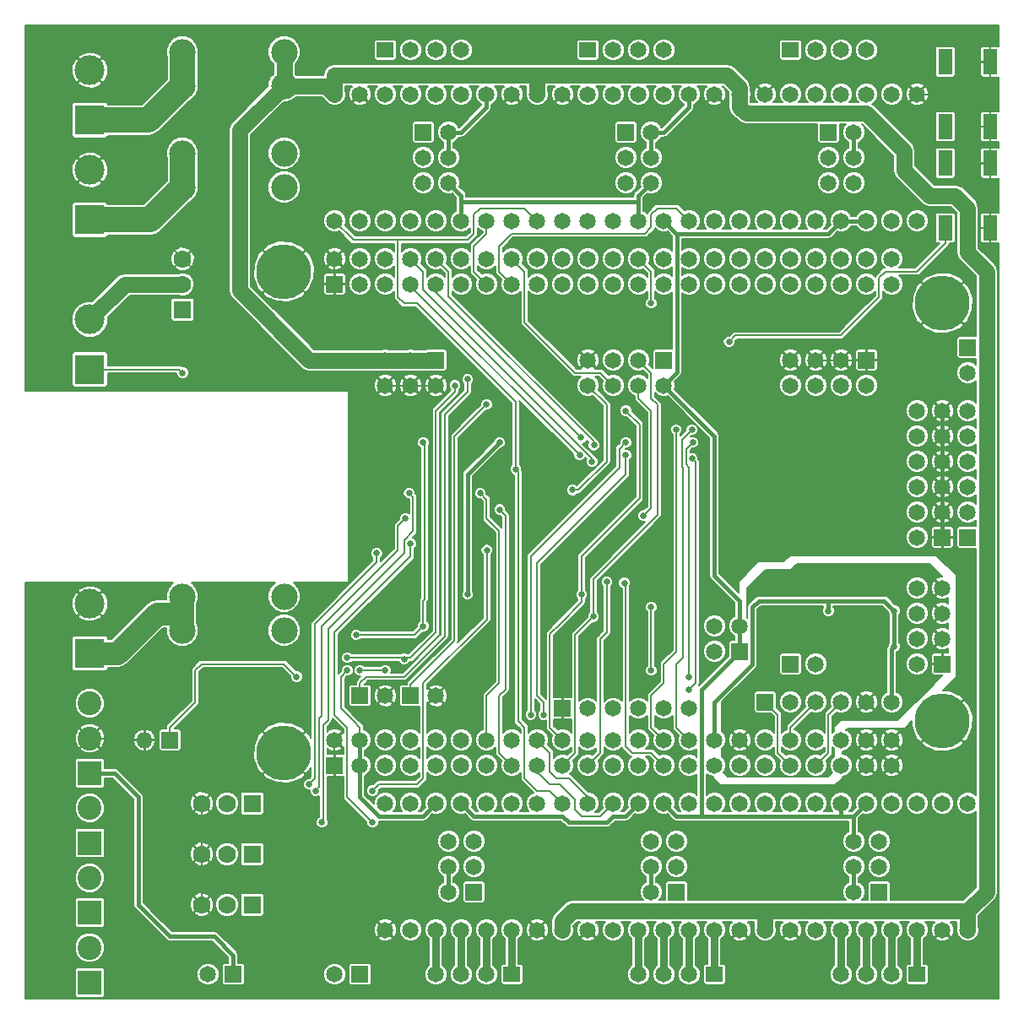
<source format=gbl>
G04 (created by PCBNEW (2013-07-07 BZR 4022)-stable) date 6/13/2014 10:53:14 AM*
%MOIN*%
G04 Gerber Fmt 3.4, Leading zero omitted, Abs format*
%FSLAX34Y34*%
G01*
G70*
G90*
G04 APERTURE LIST*
%ADD10C,0.00590551*%
%ADD11C,0.11811*%
%ADD12R,0.11811X0.11811*%
%ADD13R,0.065X0.065*%
%ADD14O,0.065X0.065*%
%ADD15C,0.104331*%
%ADD16C,0.065*%
%ADD17C,0.07*%
%ADD18R,0.07X0.07*%
%ADD19R,0.065X0.06*%
%ADD20R,0.055X0.0984*%
%ADD21C,0.0944882*%
%ADD22R,0.0944882X0.0944882*%
%ADD23C,0.216535*%
%ADD24C,0.025*%
%ADD25C,0.05*%
%ADD26C,0.063*%
%ADD27C,0.008*%
%ADD28C,0.016*%
%ADD29C,0.1*%
%ADD30C,0.09*%
%ADD31C,0.03*%
G04 APERTURE END LIST*
G54D10*
G54D11*
X7834Y34606D03*
G54D12*
X7834Y32637D03*
G54D13*
X11000Y18000D03*
G54D14*
X10000Y18000D03*
G54D15*
X11492Y43830D03*
X11492Y45169D03*
X15507Y43830D03*
X15507Y45169D03*
G54D13*
X18500Y19750D03*
G54D16*
X19500Y19750D03*
G54D13*
X20500Y19750D03*
G54D16*
X21500Y19750D03*
G54D13*
X35500Y21000D03*
G54D16*
X36500Y21000D03*
G54D17*
X11500Y36000D03*
X11500Y37000D03*
G54D18*
X11500Y35000D03*
G54D17*
X13250Y13500D03*
X12250Y13500D03*
G54D18*
X14250Y13500D03*
G54D17*
X13250Y11500D03*
X12250Y11500D03*
G54D18*
X14250Y11500D03*
G54D17*
X13250Y15500D03*
X12250Y15500D03*
G54D18*
X14250Y15500D03*
G54D19*
X19500Y45250D03*
G54D16*
X20500Y45250D03*
X21500Y45250D03*
X22500Y45250D03*
G54D19*
X27500Y45250D03*
G54D16*
X28500Y45250D03*
X29500Y45250D03*
X30500Y45250D03*
G54D19*
X35500Y45250D03*
G54D16*
X36500Y45250D03*
X37500Y45250D03*
X38500Y45250D03*
G54D19*
X40500Y8750D03*
G54D16*
X39500Y8750D03*
X38500Y8750D03*
X37500Y8750D03*
G54D20*
X41614Y40779D03*
X43386Y40779D03*
X41614Y38220D03*
X43386Y38220D03*
G54D19*
X32500Y8750D03*
G54D16*
X31500Y8750D03*
X30500Y8750D03*
X29500Y8750D03*
G54D19*
X24500Y8750D03*
G54D16*
X23500Y8750D03*
X22500Y8750D03*
X21500Y8750D03*
G54D13*
X18500Y8750D03*
G54D16*
X17500Y8750D03*
G54D13*
X13500Y8750D03*
G54D16*
X12500Y8750D03*
G54D13*
X42500Y33500D03*
G54D16*
X42500Y32500D03*
G54D13*
X42500Y26000D03*
G54D16*
X42500Y27000D03*
X42500Y28000D03*
X42500Y29000D03*
X42500Y30000D03*
X42500Y31000D03*
G54D13*
X41500Y26000D03*
G54D16*
X40500Y26000D03*
X41500Y27000D03*
X40500Y27000D03*
X41500Y28000D03*
X40500Y28000D03*
X41500Y29000D03*
X40500Y29000D03*
X41500Y30000D03*
X40500Y30000D03*
X41500Y31000D03*
X40500Y31000D03*
G54D20*
X41614Y44779D03*
X43386Y44779D03*
X41614Y42220D03*
X43386Y42220D03*
G54D13*
X26500Y19250D03*
G54D16*
X27500Y19250D03*
X28500Y19250D03*
X29500Y19250D03*
X30500Y19250D03*
X31500Y19250D03*
G54D13*
X34500Y19500D03*
G54D16*
X35500Y19500D03*
X36500Y19500D03*
X37500Y19500D03*
X38500Y19500D03*
X39500Y19500D03*
G54D13*
X17500Y17000D03*
G54D16*
X17500Y18000D03*
X18500Y17000D03*
X18500Y18000D03*
X19500Y17000D03*
X19500Y18000D03*
X20500Y17000D03*
X20500Y18000D03*
X21500Y17000D03*
X21500Y18000D03*
X22500Y17000D03*
X22500Y18000D03*
X23500Y17000D03*
X23500Y18000D03*
X24500Y17000D03*
X24500Y18000D03*
X25500Y17000D03*
X25500Y18000D03*
X26500Y17000D03*
X26500Y18000D03*
X27500Y17000D03*
X27500Y18000D03*
X28500Y17000D03*
X28500Y18000D03*
X29500Y17000D03*
X29500Y18000D03*
X30500Y17000D03*
X30500Y18000D03*
X31500Y17000D03*
X31500Y18000D03*
X32500Y17000D03*
X32500Y18000D03*
X33500Y17000D03*
X33500Y18000D03*
X34500Y17000D03*
X34500Y18000D03*
X35500Y17000D03*
X35500Y18000D03*
X36500Y17000D03*
X36500Y18000D03*
X37500Y17000D03*
X37500Y18000D03*
X38500Y17000D03*
X38500Y18000D03*
X39500Y17000D03*
X39500Y18000D03*
G54D13*
X17500Y36000D03*
G54D16*
X17500Y37000D03*
X18500Y36000D03*
X18500Y37000D03*
X19500Y36000D03*
X19500Y37000D03*
X20500Y36000D03*
X20500Y37000D03*
X21500Y36000D03*
X21500Y37000D03*
X22500Y36000D03*
X22500Y37000D03*
X23500Y36000D03*
X23500Y37000D03*
X24500Y36000D03*
X24500Y37000D03*
X25500Y36000D03*
X25500Y37000D03*
X26500Y36000D03*
X26500Y37000D03*
X27500Y36000D03*
X27500Y37000D03*
X28500Y36000D03*
X28500Y37000D03*
X29500Y36000D03*
X29500Y37000D03*
X30500Y36000D03*
X30500Y37000D03*
X31500Y36000D03*
X31500Y37000D03*
X32500Y36000D03*
X32500Y37000D03*
X33500Y36000D03*
X33500Y37000D03*
X34500Y36000D03*
X34500Y37000D03*
X35500Y36000D03*
X35500Y37000D03*
X36500Y36000D03*
X36500Y37000D03*
X37500Y36000D03*
X37500Y37000D03*
X38500Y36000D03*
X38500Y37000D03*
X39500Y36000D03*
X39500Y37000D03*
X26500Y15500D03*
X25500Y15500D03*
X24500Y15500D03*
X23500Y15500D03*
X22500Y15500D03*
X21500Y15500D03*
X20500Y15500D03*
X19500Y15500D03*
X19500Y10500D03*
X20500Y10500D03*
X21500Y10500D03*
X22500Y10500D03*
X23500Y10500D03*
X24500Y10500D03*
X25500Y10500D03*
X26500Y10500D03*
X34500Y15500D03*
X33500Y15500D03*
X32500Y15500D03*
X31500Y15500D03*
X30500Y15500D03*
X29500Y15500D03*
X28500Y15500D03*
X27500Y15500D03*
X27500Y10500D03*
X28500Y10500D03*
X29500Y10500D03*
X30500Y10500D03*
X31500Y10500D03*
X32500Y10500D03*
X33500Y10500D03*
X34500Y10500D03*
X42500Y15500D03*
X41500Y15500D03*
X40500Y15500D03*
X39500Y15500D03*
X38500Y15500D03*
X37500Y15500D03*
X36500Y15500D03*
X35500Y15500D03*
X35500Y10500D03*
X36500Y10500D03*
X37500Y10500D03*
X38500Y10500D03*
X39500Y10500D03*
X40500Y10500D03*
X41500Y10500D03*
X42500Y10500D03*
X33500Y38500D03*
X34500Y38500D03*
X35500Y38500D03*
X36500Y38500D03*
X37500Y38500D03*
X38500Y38500D03*
X39500Y38500D03*
X40500Y38500D03*
X40500Y43500D03*
X39500Y43500D03*
X38500Y43500D03*
X37500Y43500D03*
X36500Y43500D03*
X35500Y43500D03*
X34500Y43500D03*
X33500Y43500D03*
X25500Y38500D03*
X26500Y38500D03*
X27500Y38500D03*
X28500Y38500D03*
X29500Y38500D03*
X30500Y38500D03*
X31500Y38500D03*
X32500Y38500D03*
X32500Y43500D03*
X31500Y43500D03*
X30500Y43500D03*
X29500Y43500D03*
X28500Y43500D03*
X27500Y43500D03*
X26500Y43500D03*
X25500Y43500D03*
X17500Y38500D03*
X18500Y38500D03*
X19500Y38500D03*
X20500Y38500D03*
X21500Y38500D03*
X22500Y38500D03*
X23500Y38500D03*
X24500Y38500D03*
X24500Y43500D03*
X23500Y43500D03*
X22500Y43500D03*
X21500Y43500D03*
X20500Y43500D03*
X19500Y43500D03*
X18500Y43500D03*
X17500Y43500D03*
G54D11*
X7834Y23385D03*
G54D12*
X7834Y21417D03*
G54D11*
X7834Y44448D03*
G54D12*
X7834Y42480D03*
G54D11*
X7834Y40511D03*
G54D12*
X7834Y38543D03*
G54D21*
X7834Y15314D03*
G54D22*
X7834Y13937D03*
G54D21*
X7834Y9803D03*
G54D22*
X7834Y8425D03*
G54D21*
X7834Y12559D03*
G54D22*
X7834Y11181D03*
G54D21*
X7834Y18070D03*
G54D22*
X7834Y16692D03*
G54D21*
X7834Y19448D03*
G54D23*
X41500Y18750D03*
X15500Y17500D03*
X15500Y36500D03*
X41500Y35250D03*
G54D13*
X38500Y33000D03*
G54D16*
X38500Y32000D03*
X37500Y33000D03*
X37500Y32000D03*
X36500Y33000D03*
X36500Y32000D03*
X35500Y33000D03*
X35500Y32000D03*
G54D13*
X30500Y33000D03*
G54D16*
X30500Y32000D03*
X29500Y33000D03*
X29500Y32000D03*
X28500Y33000D03*
X28500Y32000D03*
X27500Y33000D03*
X27500Y32000D03*
G54D13*
X41500Y21000D03*
G54D16*
X40500Y21000D03*
X41500Y22000D03*
X40500Y22000D03*
X41500Y23000D03*
X40500Y23000D03*
X41500Y24000D03*
X40500Y24000D03*
G54D13*
X31000Y12000D03*
G54D16*
X30000Y12000D03*
X31000Y13000D03*
X30000Y13000D03*
X31000Y14000D03*
X30000Y14000D03*
G54D13*
X39000Y12000D03*
G54D16*
X38000Y12000D03*
X39000Y13000D03*
X38000Y13000D03*
X39000Y14000D03*
X38000Y14000D03*
G54D13*
X23000Y12000D03*
G54D16*
X22000Y12000D03*
X23000Y13000D03*
X22000Y13000D03*
X23000Y14000D03*
X22000Y14000D03*
G54D13*
X37000Y42000D03*
G54D16*
X38000Y42000D03*
X37000Y41000D03*
X38000Y41000D03*
X37000Y40000D03*
X38000Y40000D03*
G54D13*
X29000Y42000D03*
G54D16*
X30000Y42000D03*
X29000Y41000D03*
X30000Y41000D03*
X29000Y40000D03*
X30000Y40000D03*
G54D13*
X21000Y42000D03*
G54D16*
X22000Y42000D03*
X21000Y41000D03*
X22000Y41000D03*
X21000Y40000D03*
X22000Y40000D03*
G54D13*
X21500Y33000D03*
G54D16*
X21500Y32000D03*
X20500Y33000D03*
X20500Y32000D03*
X19500Y33000D03*
X19500Y32000D03*
G54D13*
X33500Y21500D03*
G54D16*
X32500Y21500D03*
X33500Y22500D03*
X32500Y22500D03*
G54D15*
X11492Y22330D03*
X11492Y23669D03*
X15507Y22330D03*
X15507Y23669D03*
X11492Y39830D03*
X11492Y41169D03*
X15507Y39830D03*
X15507Y41169D03*
G54D24*
X18350Y22150D03*
X21000Y29750D03*
X21000Y22500D03*
X16000Y20500D03*
X18500Y20750D03*
X19500Y20750D03*
X11500Y32500D03*
X34400Y23900D03*
X34400Y23100D03*
X37800Y23100D03*
X37800Y20300D03*
X37800Y21700D03*
X38400Y21700D03*
X38400Y23100D03*
X38400Y20300D03*
X39600Y23100D03*
X39600Y21700D03*
X37000Y23100D03*
X23250Y27750D03*
X18000Y20750D03*
X18750Y11750D03*
X19250Y11750D03*
X33250Y25500D03*
X27500Y21250D03*
X30500Y26000D03*
X26500Y32500D03*
X23000Y21750D03*
G54D25*
X14000Y20000D03*
G54D24*
X33500Y33500D03*
X36000Y31250D03*
X27017Y22608D03*
X24650Y28700D03*
X26896Y27874D03*
X30000Y35250D03*
X24020Y27098D03*
X17000Y14750D03*
X20447Y27750D03*
X28945Y24202D03*
X16750Y16000D03*
X20297Y26750D03*
X28250Y24250D03*
X16500Y16250D03*
X19160Y25371D03*
X30000Y23250D03*
X30000Y20750D03*
X19000Y14750D03*
X20500Y25750D03*
X19000Y16000D03*
X23513Y25494D03*
X31500Y20000D03*
X31624Y29116D03*
X31605Y30250D03*
X22250Y32000D03*
X18000Y21250D03*
X20250Y21200D03*
X22750Y32250D03*
X23500Y31250D03*
X33079Y33722D03*
X31500Y20500D03*
X31639Y29750D03*
X27719Y22875D03*
X29000Y31000D03*
X27250Y23750D03*
X30988Y30256D03*
X29699Y26859D03*
X22750Y23750D03*
X24012Y29750D03*
X27171Y29254D03*
X27668Y28993D03*
X27235Y29939D03*
X27742Y29647D03*
X25250Y19000D03*
X29000Y29750D03*
X25750Y19000D03*
X29000Y29250D03*
G54D26*
X33500Y43000D02*
X33500Y43500D01*
X33750Y42750D02*
X33500Y43000D01*
X38500Y42750D02*
X33750Y42750D01*
X40000Y41250D02*
X38500Y42750D01*
X40000Y40500D02*
X40000Y41250D01*
X41000Y39500D02*
X40000Y40500D01*
X42000Y39500D02*
X41000Y39500D01*
X42500Y39000D02*
X42000Y39500D01*
X42500Y37250D02*
X42500Y39000D01*
X43250Y36500D02*
X42500Y37250D01*
X43250Y12000D02*
X43250Y36500D01*
X42500Y11250D02*
X43250Y12000D01*
X33500Y43750D02*
X33500Y43500D01*
X33000Y44250D02*
X33500Y43750D01*
X25500Y44250D02*
X33000Y44250D01*
X25500Y44250D02*
X25500Y43500D01*
X17500Y44250D02*
X25500Y44250D01*
X17500Y43500D02*
X17500Y44250D01*
X13750Y42072D02*
X15507Y43830D01*
X13750Y35750D02*
X13750Y42072D01*
X16500Y33000D02*
X13750Y35750D01*
X19500Y33000D02*
X16500Y33000D01*
X42500Y10500D02*
X42500Y11250D01*
X34500Y11250D02*
X34450Y11250D01*
X42500Y11250D02*
X34500Y11250D01*
X42500Y10500D02*
X42500Y11250D01*
X34500Y11250D02*
X34500Y10500D01*
X34500Y11250D02*
X34450Y11250D01*
X26500Y10850D02*
X26500Y10500D01*
X26900Y11250D02*
X26500Y10850D01*
X34450Y11250D02*
X26900Y11250D01*
X15507Y45169D02*
X15507Y43830D01*
X17169Y43830D02*
X17500Y43500D01*
X15507Y43830D02*
X17169Y43830D01*
X19500Y33000D02*
X20500Y33000D01*
X20500Y33000D02*
X21500Y33000D01*
G54D27*
X18350Y22150D02*
X20500Y22150D01*
X21056Y27000D02*
X21056Y29693D01*
X21056Y29693D02*
X21000Y29750D01*
X20650Y22150D02*
X21000Y22500D01*
X20500Y22150D02*
X20650Y22150D01*
X21056Y23556D02*
X21056Y27000D01*
X21000Y23500D02*
X21056Y23556D01*
X21000Y22500D02*
X21000Y23500D01*
X13250Y21000D02*
X15500Y21000D01*
X15500Y21000D02*
X16000Y20500D01*
X19500Y20750D02*
X18500Y20750D01*
X11000Y18500D02*
X11000Y18000D01*
X12000Y19500D02*
X11000Y18500D01*
X12000Y20750D02*
X12000Y19500D01*
X12250Y21000D02*
X12000Y20750D01*
X13250Y21000D02*
X12250Y21000D01*
G54D28*
X13500Y9500D02*
X13500Y8750D01*
X12750Y10250D02*
X13500Y9500D01*
X11000Y10250D02*
X12750Y10250D01*
X9750Y11500D02*
X11000Y10250D01*
X9750Y15750D02*
X9750Y11500D01*
X8807Y16692D02*
X9750Y15750D01*
X7834Y16692D02*
X8807Y16692D01*
G54D27*
X7834Y32637D02*
X11362Y32637D01*
X11362Y32637D02*
X11500Y32500D01*
G54D26*
X7834Y34606D02*
X9228Y36000D01*
X9228Y36000D02*
X11500Y36000D01*
G54D29*
X10204Y38543D02*
X11492Y39830D01*
X7834Y38543D02*
X10204Y38543D01*
X11492Y39830D02*
X11492Y41169D01*
G54D30*
X10500Y23000D02*
X11492Y23000D01*
X8917Y21417D02*
X10500Y23000D01*
X7834Y21417D02*
X8917Y21417D01*
X11492Y23000D02*
X11492Y22330D01*
X11492Y23007D02*
X11492Y23669D01*
X11500Y23000D02*
X11492Y23007D01*
X11492Y23000D02*
X11500Y23000D01*
G54D31*
X22500Y10500D02*
X22500Y8750D01*
X21500Y10500D02*
X21500Y8750D01*
X23500Y10500D02*
X23500Y8750D01*
X24500Y10500D02*
X24500Y8750D01*
X30500Y10500D02*
X30500Y8750D01*
X29500Y10500D02*
X29500Y8750D01*
X31500Y10500D02*
X31500Y8750D01*
X32500Y10500D02*
X32500Y8750D01*
X38500Y10500D02*
X38500Y8750D01*
X37500Y10500D02*
X37500Y8750D01*
X39500Y10500D02*
X39500Y8750D01*
X40500Y10500D02*
X40500Y8750D01*
G54D29*
X10141Y42480D02*
X11492Y43830D01*
X7834Y42480D02*
X10141Y42480D01*
X11492Y43830D02*
X11492Y45169D01*
G54D28*
X37800Y23100D02*
X37800Y21700D01*
X37800Y20300D02*
X37800Y21700D01*
X32500Y18000D02*
X32500Y19500D01*
X34000Y23250D02*
X34250Y23500D01*
X34000Y21000D02*
X34000Y23250D01*
X32500Y19500D02*
X34000Y21000D01*
X34250Y23500D02*
X37000Y23500D01*
X37000Y23500D02*
X37000Y23100D01*
X39200Y23500D02*
X37000Y23500D01*
X39600Y23100D02*
X39200Y23500D01*
X39500Y21600D02*
X39600Y21700D01*
X39500Y19500D02*
X39500Y21600D01*
X39600Y21700D02*
X39600Y23100D01*
G54D27*
X37000Y19000D02*
X37500Y19500D01*
X37000Y17500D02*
X37000Y19000D01*
X36500Y17000D02*
X37000Y17500D01*
X35000Y19000D02*
X34500Y19500D01*
X35000Y17500D02*
X35000Y19000D01*
X35500Y17000D02*
X35000Y17500D01*
X35500Y18500D02*
X35500Y18000D01*
X36500Y19500D02*
X35500Y18500D01*
X23500Y27500D02*
X23500Y26750D01*
X23250Y27750D02*
X23500Y27500D01*
X23500Y26750D02*
X24000Y26250D01*
X24000Y20250D02*
X23500Y19750D01*
X24000Y26250D02*
X24000Y20250D01*
X23500Y19750D02*
X23500Y18000D01*
G54D28*
X30000Y41000D02*
X30000Y42000D01*
G54D27*
X18250Y18750D02*
X17750Y19250D01*
X17750Y20500D02*
X18000Y20750D01*
X17750Y19250D02*
X17750Y20500D01*
G54D28*
X31750Y15000D02*
X31000Y15000D01*
X31000Y15000D02*
X30500Y15500D01*
X29000Y15000D02*
X29500Y15500D01*
X24250Y15000D02*
X23000Y15000D01*
X23000Y15000D02*
X22500Y15500D01*
X20000Y15000D02*
X21000Y15000D01*
X21000Y15000D02*
X21500Y15500D01*
X33500Y21500D02*
X33500Y22500D01*
X32500Y26250D02*
X32500Y24500D01*
X32500Y30000D02*
X32500Y26250D01*
X30500Y32000D02*
X32500Y30000D01*
X33500Y23500D02*
X33500Y22500D01*
X32500Y24500D02*
X33500Y23500D01*
X32000Y18500D02*
X32000Y20000D01*
X32000Y15000D02*
X32000Y18500D01*
X32000Y20000D02*
X33500Y21500D01*
X22000Y42000D02*
X22500Y42000D01*
X23500Y43000D02*
X23500Y43500D01*
X22500Y42000D02*
X23500Y43000D01*
X30000Y42000D02*
X30500Y42000D01*
X30500Y42000D02*
X31500Y43000D01*
X31500Y43000D02*
X31500Y43500D01*
X18500Y17000D02*
X18500Y15750D01*
X18500Y15750D02*
X19250Y15000D01*
X19250Y15000D02*
X20000Y15000D01*
G54D27*
X18500Y18500D02*
X18250Y18750D01*
X18500Y18000D02*
X18500Y18500D01*
G54D28*
X29500Y39250D02*
X22500Y39250D01*
X38000Y15000D02*
X38500Y15500D01*
X37500Y15000D02*
X38000Y15000D01*
X28500Y15000D02*
X29000Y15000D01*
X28250Y14750D02*
X28500Y15000D01*
X26750Y14750D02*
X28250Y14750D01*
X26500Y15000D02*
X26750Y14750D01*
X24250Y15000D02*
X26500Y15000D01*
X18500Y17000D02*
X18500Y18000D01*
X22000Y41000D02*
X22000Y42000D01*
X38000Y41000D02*
X38000Y42000D01*
X38000Y13000D02*
X38000Y12000D01*
X30000Y13000D02*
X30000Y12000D01*
X22500Y39500D02*
X22500Y39250D01*
X22000Y40000D02*
X22500Y39500D01*
X22500Y39250D02*
X22500Y38500D01*
X22000Y13000D02*
X22000Y12000D01*
X38000Y15000D02*
X38000Y14000D01*
X29500Y38500D02*
X29500Y39250D01*
X29500Y39500D02*
X30000Y40000D01*
X29500Y39250D02*
X29500Y39500D01*
X37500Y15000D02*
X37500Y15500D01*
X37500Y38500D02*
X38000Y38500D01*
X38000Y38500D02*
X38500Y38500D01*
X37000Y38000D02*
X31014Y38000D01*
X37500Y38500D02*
X37000Y38000D01*
X31000Y38000D02*
X30500Y38500D01*
X31014Y38000D02*
X31000Y38000D01*
X31014Y32514D02*
X30500Y32000D01*
X31014Y38000D02*
X31014Y32514D01*
X34000Y15000D02*
X37500Y15000D01*
X31750Y15000D02*
X32000Y15000D01*
X32000Y15000D02*
X34000Y15000D01*
G54D27*
X10250Y41814D02*
X11064Y41814D01*
X12250Y37750D02*
X11500Y37000D01*
X12250Y41500D02*
X12250Y37750D01*
X11850Y41900D02*
X12250Y41500D01*
X11150Y41900D02*
X11850Y41900D01*
X11064Y41814D02*
X11150Y41900D01*
X7123Y42000D02*
X7123Y41222D01*
X7123Y41222D02*
X7834Y40511D01*
X8786Y41463D02*
X7834Y40511D01*
X21500Y32000D02*
X20500Y32000D01*
X42027Y25027D02*
X42500Y24554D01*
X42500Y19750D02*
X41500Y18750D01*
X42500Y24554D02*
X42500Y19750D01*
X23000Y21250D02*
X21500Y19750D01*
X23000Y21750D02*
X23000Y21250D01*
G54D28*
X14000Y20000D02*
X14000Y19000D01*
G54D27*
X14000Y19000D02*
X15500Y17500D01*
X33500Y33500D02*
X35000Y33500D01*
X35000Y33500D02*
X35500Y33000D01*
X26500Y19250D02*
X26500Y22090D01*
X26500Y22090D02*
X27017Y22608D01*
X7047Y18858D02*
X7834Y18070D01*
X7047Y22598D02*
X7047Y18858D01*
X7834Y23385D02*
X7047Y22598D01*
X9250Y18000D02*
X10000Y18000D01*
X9179Y18070D02*
X9250Y18000D01*
X7834Y18070D02*
X9179Y18070D01*
G54D28*
X41500Y29000D02*
X41500Y30000D01*
X41500Y28000D02*
X41500Y29000D01*
X41500Y27000D02*
X41500Y28000D01*
X41500Y30000D02*
X41500Y31000D01*
G54D27*
X36000Y31250D02*
X36000Y32526D01*
X35973Y32526D02*
X36000Y32526D01*
X35500Y33000D02*
X35973Y32526D01*
X36026Y32526D02*
X36500Y33000D01*
X36000Y32526D02*
X36026Y32526D01*
X10303Y17446D02*
X12250Y15500D01*
X10000Y17446D02*
X10303Y17446D01*
X10000Y18000D02*
X10000Y17446D01*
X17500Y37000D02*
X17500Y36000D01*
X12250Y15500D02*
X12250Y13500D01*
X12250Y11500D02*
X12250Y13500D01*
X39500Y33250D02*
X39500Y33000D01*
X41500Y35250D02*
X39500Y33250D01*
X20500Y32000D02*
X19500Y32000D01*
X38500Y33000D02*
X37500Y33000D01*
G54D28*
X41500Y26000D02*
X41500Y27000D01*
G54D27*
X41777Y25277D02*
X42027Y25027D01*
X41500Y25554D02*
X41777Y25277D01*
X41500Y26000D02*
X41500Y25554D01*
X9137Y41814D02*
X8786Y41463D01*
X10250Y41814D02*
X9137Y41814D01*
X7123Y43738D02*
X7834Y44448D01*
X7123Y42000D02*
X7123Y43738D01*
X36500Y33000D02*
X37500Y33000D01*
X38500Y33000D02*
X39500Y33000D01*
X39500Y33000D02*
X41500Y31000D01*
X42719Y43500D02*
X43385Y44166D01*
X40500Y43500D02*
X42719Y43500D01*
X43385Y44779D02*
X43385Y44166D01*
X17500Y18000D02*
X17500Y17000D01*
X17806Y16248D02*
X17500Y16554D01*
X17806Y12193D02*
X17806Y16248D01*
X19500Y10500D02*
X17806Y12193D01*
X17500Y17000D02*
X17500Y16554D01*
X20000Y36250D02*
X20000Y35500D01*
X24650Y31350D02*
X24650Y31000D01*
X20750Y35250D02*
X24650Y31350D01*
X20250Y35250D02*
X20750Y35250D01*
X20000Y35500D02*
X20250Y35250D01*
X22250Y37750D02*
X22750Y37750D01*
X22750Y37750D02*
X23000Y38000D01*
X23000Y38000D02*
X23000Y38750D01*
X23000Y38750D02*
X23250Y39000D01*
X23250Y39000D02*
X25000Y39000D01*
X25000Y39000D02*
X25500Y38500D01*
X25000Y17250D02*
X25000Y18500D01*
X26000Y16000D02*
X25500Y16000D01*
X25500Y16000D02*
X25000Y16500D01*
X25000Y16500D02*
X25000Y17250D01*
X26500Y15500D02*
X26000Y16000D01*
X25000Y18500D02*
X24750Y18750D01*
X24750Y18750D02*
X24750Y28600D01*
X24750Y28600D02*
X24650Y28700D01*
X22250Y37750D02*
X20000Y37750D01*
X23000Y38000D02*
X22750Y37750D01*
X23000Y38750D02*
X23000Y38000D01*
X17500Y38500D02*
X18250Y37750D01*
X18250Y37750D02*
X20000Y37750D01*
X24650Y30800D02*
X24650Y30800D01*
X24650Y31000D02*
X24650Y30800D01*
X20000Y37750D02*
X20000Y36250D01*
X24650Y28700D02*
X24650Y30800D01*
X26000Y17250D02*
X26000Y16750D01*
X27500Y15750D02*
X27500Y15500D01*
X26750Y16500D02*
X27500Y15750D01*
X26250Y16500D02*
X26750Y16500D01*
X26000Y16750D02*
X26250Y16500D01*
X26000Y17500D02*
X25500Y18000D01*
X26000Y17250D02*
X26000Y17500D01*
X25500Y17000D02*
X25500Y16750D01*
X28000Y15000D02*
X28500Y15500D01*
X27250Y15000D02*
X28000Y15000D01*
X27000Y15250D02*
X27250Y15000D01*
X27000Y15643D02*
X27000Y15250D01*
X26393Y16250D02*
X27000Y15643D01*
X26000Y16250D02*
X26393Y16250D01*
X25500Y16750D02*
X26000Y16250D01*
X27500Y32000D02*
X28250Y31250D01*
X27124Y27874D02*
X26896Y27874D01*
X28250Y29000D02*
X27124Y27874D01*
X28250Y31250D02*
X28250Y29000D01*
X29500Y37000D02*
X30000Y36500D01*
X30000Y35500D02*
X30000Y35250D01*
X30000Y36500D02*
X30000Y35500D01*
X24500Y17000D02*
X24000Y17500D01*
X24250Y26868D02*
X24020Y27098D01*
X24250Y20000D02*
X24250Y26868D01*
X24000Y19750D02*
X24250Y20000D01*
X24000Y17500D02*
X24000Y19750D01*
X17050Y14800D02*
X17000Y14750D01*
X17050Y16000D02*
X17050Y14800D01*
X17050Y16000D02*
X17050Y16500D01*
X17050Y16500D02*
X17050Y16515D01*
X17250Y18800D02*
X17050Y18600D01*
X17250Y18800D02*
X17250Y22400D01*
X17250Y22400D02*
X20250Y25400D01*
X20250Y25400D02*
X20250Y25888D01*
X20250Y25888D02*
X20600Y26238D01*
X20600Y26238D02*
X20600Y27597D01*
X20600Y27597D02*
X20447Y27750D01*
X17050Y18600D02*
X17050Y16515D01*
X17050Y16515D02*
X17050Y16515D01*
X30000Y17500D02*
X30500Y17000D01*
X30000Y17500D02*
X29250Y17500D01*
X30500Y17000D02*
X30000Y17500D01*
X29000Y24147D02*
X28945Y24202D01*
X29000Y17750D02*
X29250Y17500D01*
X29000Y24147D02*
X29000Y17750D01*
X16889Y16750D02*
X16889Y16139D01*
X16889Y16139D02*
X16750Y16000D01*
X17000Y18950D02*
X17000Y19250D01*
X16889Y18839D02*
X17000Y18950D01*
X16889Y17350D02*
X16889Y18839D01*
X16889Y16750D02*
X16889Y17350D01*
X17000Y21050D02*
X17000Y19650D01*
X17000Y19650D02*
X17000Y19250D01*
X20000Y26452D02*
X20297Y26750D01*
X20000Y25500D02*
X20000Y26452D01*
X17000Y22500D02*
X20000Y25500D01*
X17000Y21050D02*
X17000Y22500D01*
X17000Y19250D02*
X17000Y19200D01*
X27984Y20750D02*
X27984Y21984D01*
X28250Y22250D02*
X28250Y24250D01*
X27984Y21984D02*
X28250Y22250D01*
X27984Y17484D02*
X27984Y20750D01*
X27500Y17000D02*
X27984Y17484D01*
X16725Y17250D02*
X16725Y16475D01*
X16725Y16475D02*
X16500Y16250D01*
X16725Y22575D02*
X16725Y17250D01*
X19160Y25010D02*
X16725Y22575D01*
X16725Y22575D02*
X16718Y22568D01*
X19160Y25371D02*
X19160Y25010D01*
X30000Y21000D02*
X30000Y20750D01*
X30000Y23250D02*
X30000Y21000D01*
X18000Y17250D02*
X18000Y15750D01*
X18000Y15750D02*
X19000Y14750D01*
X18000Y18500D02*
X18000Y17250D01*
X17500Y19000D02*
X18000Y18500D01*
X17500Y22250D02*
X17500Y19000D01*
X20500Y25250D02*
X17500Y22250D01*
X20500Y25750D02*
X20500Y25250D01*
X20000Y16250D02*
X20750Y16250D01*
X21000Y20250D02*
X23513Y22763D01*
X21000Y16500D02*
X21000Y20250D01*
X20750Y16250D02*
X21000Y16500D01*
X20000Y16250D02*
X19250Y16250D01*
X19250Y16250D02*
X19000Y16000D01*
X23513Y22763D02*
X23513Y25494D01*
X31750Y22000D02*
X31750Y20250D01*
X31750Y20250D02*
X31500Y20000D01*
X31750Y23500D02*
X31750Y22000D01*
X31624Y29116D02*
X31750Y28990D01*
X31750Y28990D02*
X31750Y23500D01*
X31250Y22250D02*
X31250Y21250D01*
X31000Y21000D02*
X31000Y20250D01*
X31250Y21250D02*
X31000Y21000D01*
X31250Y28750D02*
X31214Y28785D01*
X31250Y22250D02*
X31250Y28750D01*
X31000Y19800D02*
X31000Y20250D01*
X31000Y18500D02*
X31000Y19800D01*
X31500Y18000D02*
X31000Y18500D01*
X31214Y28785D02*
X31214Y29859D01*
X31214Y29859D02*
X31605Y30250D01*
X20250Y21200D02*
X20300Y21250D01*
X21500Y22250D02*
X21500Y22500D01*
X20500Y21250D02*
X21500Y22250D01*
X22250Y31750D02*
X22250Y32000D01*
X21500Y22500D02*
X21500Y31000D01*
X21500Y31000D02*
X22250Y31750D01*
X20500Y21250D02*
X20450Y21250D01*
X20300Y21250D02*
X20450Y21250D01*
X20250Y21200D02*
X20200Y21250D01*
X20200Y21250D02*
X20050Y21250D01*
X19650Y21250D02*
X20050Y21250D01*
X19400Y21250D02*
X18000Y21250D01*
X19400Y21250D02*
X19650Y21250D01*
X21750Y22000D02*
X21850Y22100D01*
X21850Y30850D02*
X22250Y31250D01*
X21850Y22100D02*
X21850Y30850D01*
X19750Y20500D02*
X20250Y20500D01*
X20250Y20500D02*
X21750Y22000D01*
X19500Y20500D02*
X19750Y20500D01*
X18500Y20250D02*
X18500Y19750D01*
X18750Y20500D02*
X18500Y20250D01*
X19500Y20500D02*
X18750Y20500D01*
X22250Y31250D02*
X22500Y31500D01*
X22750Y32250D02*
X22750Y31750D01*
X22750Y31750D02*
X22500Y31500D01*
X22237Y29500D02*
X22237Y29987D01*
X36500Y33975D02*
X37475Y33975D01*
X41250Y37250D02*
X41250Y37243D01*
X40500Y36500D02*
X41250Y37250D01*
X39250Y36500D02*
X40500Y36500D01*
X39000Y36250D02*
X39250Y36500D01*
X39000Y35500D02*
X39000Y36250D01*
X37475Y33975D02*
X39000Y35500D01*
X23500Y31250D02*
X22237Y29987D01*
X41614Y38220D02*
X41614Y37607D01*
X41614Y37607D02*
X41250Y37243D01*
X33331Y33975D02*
X33079Y33722D01*
X36500Y33975D02*
X33331Y33975D01*
X22237Y21932D02*
X22237Y29500D01*
X20500Y20195D02*
X22237Y21932D01*
X20500Y19750D02*
X20500Y20195D01*
X31500Y22250D02*
X31500Y20750D01*
X31500Y20750D02*
X31500Y20500D01*
X31378Y29250D02*
X31378Y28871D01*
X31500Y28750D02*
X31500Y22250D01*
X31378Y28871D02*
X31500Y28750D01*
X31378Y29489D02*
X31378Y29250D01*
X31639Y29750D02*
X31378Y29489D01*
X29682Y26317D02*
X30250Y26884D01*
X30250Y31250D02*
X30000Y31500D01*
X30250Y26884D02*
X30250Y31250D01*
X29500Y33000D02*
X30000Y32500D01*
X30000Y32500D02*
X30000Y31500D01*
X29682Y26317D02*
X27719Y24353D01*
X27000Y22155D02*
X27719Y22875D01*
X27000Y17500D02*
X27000Y22155D01*
X26500Y17000D02*
X27000Y17500D01*
X27719Y24353D02*
X27719Y22875D01*
X29000Y31000D02*
X29539Y30460D01*
X27250Y25250D02*
X27250Y24500D01*
X29539Y27539D02*
X27250Y25250D01*
X29539Y30460D02*
X29539Y27539D01*
X26404Y22595D02*
X27250Y23440D01*
X26000Y18500D02*
X26000Y20250D01*
X26000Y20250D02*
X26000Y22190D01*
X26000Y22190D02*
X26404Y22595D01*
X26500Y18000D02*
X26000Y18500D01*
X27250Y23440D02*
X27250Y23750D01*
X27250Y23750D02*
X27250Y24500D01*
X31000Y23750D02*
X31000Y21500D01*
X31000Y21500D02*
X30500Y21000D01*
X30500Y20250D02*
X30000Y19750D01*
X30500Y21000D02*
X30500Y20250D01*
X30000Y19750D02*
X30000Y18500D01*
X30000Y18500D02*
X30500Y18000D01*
X31000Y30244D02*
X30988Y30256D01*
X31000Y23750D02*
X31000Y30244D01*
X30000Y27159D02*
X29699Y26859D01*
X30000Y31000D02*
X30000Y27159D01*
X29500Y31500D02*
X30000Y31000D01*
X29500Y32000D02*
X29500Y31500D01*
X28500Y32000D02*
X28000Y32500D01*
X28000Y32500D02*
X27000Y32500D01*
X25000Y34500D02*
X25000Y36500D01*
X27000Y32500D02*
X25000Y34500D01*
X25000Y36500D02*
X24500Y37000D01*
X25000Y36500D02*
X24500Y37000D01*
G54D28*
X23250Y29000D02*
X23250Y28987D01*
X22750Y28500D02*
X23250Y29000D01*
X22750Y28487D02*
X22750Y28500D01*
X22750Y23750D02*
X22750Y28487D01*
X23250Y28987D02*
X24012Y29750D01*
G54D27*
X20500Y35926D02*
X27171Y29254D01*
X20500Y36000D02*
X20500Y35926D01*
X21000Y36500D02*
X20500Y37000D01*
X21000Y35772D02*
X21000Y36500D01*
X27668Y29104D02*
X21000Y35772D01*
X27668Y28993D02*
X27668Y29104D01*
X23500Y38500D02*
X23500Y38000D01*
X23000Y36500D02*
X23500Y36000D01*
X23000Y37500D02*
X23000Y36500D01*
X23500Y38000D02*
X23000Y37500D01*
X21500Y35674D02*
X21500Y36000D01*
X27235Y29939D02*
X21500Y35674D01*
X22000Y36500D02*
X21500Y37000D01*
X22000Y35521D02*
X22000Y36500D01*
X27742Y29779D02*
X22000Y35521D01*
X27742Y29647D02*
X27742Y29779D01*
X30250Y39000D02*
X31000Y39000D01*
X24000Y36500D02*
X24000Y37500D01*
X24000Y37500D02*
X24500Y38000D01*
X24500Y38000D02*
X29750Y38000D01*
X29750Y38000D02*
X30000Y38250D01*
X30000Y38250D02*
X30000Y38750D01*
X30000Y38750D02*
X30250Y39000D01*
X24500Y36000D02*
X24000Y36500D01*
X31000Y39000D02*
X31500Y38500D01*
X25250Y19000D02*
X25250Y19250D01*
X25250Y19250D02*
X25250Y19750D01*
X25250Y19750D02*
X25250Y25250D01*
X28750Y28750D02*
X28750Y29500D01*
X28750Y29500D02*
X29000Y29750D01*
X25250Y25250D02*
X28750Y28750D01*
X25750Y19500D02*
X25500Y19750D01*
X25750Y19000D02*
X25750Y19500D01*
X29000Y29000D02*
X29000Y28500D01*
X25500Y19750D02*
X25500Y24250D01*
X29000Y28500D02*
X25500Y25000D01*
X25500Y25000D02*
X25500Y24250D01*
X29000Y28750D02*
X29000Y29000D01*
X29000Y29000D02*
X29000Y29250D01*
X29000Y29250D02*
X29000Y28750D01*
G54D10*
G36*
X41710Y21445D02*
X41540Y21445D01*
X41510Y21415D01*
X41510Y21010D01*
X41517Y21010D01*
X41517Y20990D01*
X41510Y20990D01*
X41510Y20982D01*
X41490Y20982D01*
X41490Y20990D01*
X41490Y21010D01*
X41490Y21415D01*
X41460Y21445D01*
X41198Y21445D01*
X41151Y21444D01*
X41106Y21426D01*
X41073Y21392D01*
X41054Y21348D01*
X41055Y21040D01*
X41085Y21010D01*
X41490Y21010D01*
X41490Y20990D01*
X41085Y20990D01*
X41055Y20960D01*
X41054Y20651D01*
X41073Y20607D01*
X41106Y20573D01*
X41151Y20555D01*
X41198Y20554D01*
X41460Y20555D01*
X41489Y20584D01*
X41489Y20555D01*
X41490Y20555D01*
X41498Y20555D01*
X41490Y20546D01*
X40945Y20001D01*
X40945Y21088D01*
X40945Y22088D01*
X40945Y23088D01*
X40945Y24088D01*
X40877Y24251D01*
X40752Y24377D01*
X40588Y24444D01*
X40411Y24445D01*
X40248Y24377D01*
X40122Y24252D01*
X40055Y24088D01*
X40054Y23911D01*
X40122Y23748D01*
X40247Y23622D01*
X40411Y23555D01*
X40588Y23554D01*
X40751Y23622D01*
X40877Y23747D01*
X40944Y23911D01*
X40945Y24088D01*
X40945Y23088D01*
X40877Y23251D01*
X40752Y23377D01*
X40588Y23444D01*
X40411Y23445D01*
X40248Y23377D01*
X40122Y23252D01*
X40055Y23088D01*
X40054Y22911D01*
X40122Y22748D01*
X40247Y22622D01*
X40411Y22555D01*
X40588Y22554D01*
X40751Y22622D01*
X40877Y22747D01*
X40944Y22911D01*
X40945Y23088D01*
X40945Y22088D01*
X40877Y22251D01*
X40752Y22377D01*
X40588Y22444D01*
X40411Y22445D01*
X40248Y22377D01*
X40122Y22252D01*
X40055Y22088D01*
X40054Y21911D01*
X40122Y21748D01*
X40247Y21622D01*
X40411Y21555D01*
X40588Y21554D01*
X40751Y21622D01*
X40877Y21747D01*
X40944Y21911D01*
X40945Y22088D01*
X40945Y21088D01*
X40877Y21251D01*
X40752Y21377D01*
X40588Y21444D01*
X40411Y21445D01*
X40248Y21377D01*
X40122Y21252D01*
X40055Y21088D01*
X40054Y20911D01*
X40122Y20748D01*
X40247Y20622D01*
X40411Y20555D01*
X40588Y20554D01*
X40751Y20622D01*
X40877Y20747D01*
X40944Y20911D01*
X40945Y21088D01*
X40945Y20001D01*
X39733Y18790D01*
X38946Y18790D01*
X38946Y19580D01*
X38881Y19745D01*
X38872Y19758D01*
X38806Y19792D01*
X38792Y19778D01*
X38792Y19806D01*
X38758Y19872D01*
X38596Y19943D01*
X38419Y19946D01*
X38254Y19881D01*
X38241Y19872D01*
X38207Y19806D01*
X38500Y19514D01*
X38792Y19806D01*
X38792Y19778D01*
X38514Y19500D01*
X38806Y19207D01*
X38872Y19241D01*
X38943Y19403D01*
X38946Y19580D01*
X38946Y18790D01*
X38792Y18790D01*
X38792Y19193D01*
X38500Y19485D01*
X38485Y19471D01*
X38485Y19500D01*
X38193Y19792D01*
X38127Y19758D01*
X38056Y19596D01*
X38053Y19419D01*
X38118Y19254D01*
X38127Y19241D01*
X38193Y19207D01*
X38485Y19500D01*
X38485Y19471D01*
X38207Y19193D01*
X38241Y19127D01*
X38403Y19056D01*
X38580Y19053D01*
X38745Y19118D01*
X38758Y19127D01*
X38792Y19193D01*
X38792Y18790D01*
X37483Y18790D01*
X37210Y18516D01*
X37210Y18339D01*
X37160Y18289D01*
X37160Y18933D01*
X37319Y19093D01*
X37411Y19055D01*
X37588Y19054D01*
X37751Y19122D01*
X37877Y19247D01*
X37944Y19411D01*
X37945Y19588D01*
X37877Y19751D01*
X37752Y19877D01*
X37588Y19944D01*
X37411Y19945D01*
X37248Y19877D01*
X37122Y19752D01*
X37055Y19588D01*
X37054Y19411D01*
X37093Y19319D01*
X36945Y19171D01*
X36945Y19588D01*
X36945Y21088D01*
X36877Y21251D01*
X36752Y21377D01*
X36588Y21444D01*
X36411Y21445D01*
X36248Y21377D01*
X36122Y21252D01*
X36055Y21088D01*
X36054Y20911D01*
X36122Y20748D01*
X36247Y20622D01*
X36411Y20555D01*
X36588Y20554D01*
X36751Y20622D01*
X36877Y20747D01*
X36944Y20911D01*
X36945Y21088D01*
X36945Y19588D01*
X36877Y19751D01*
X36752Y19877D01*
X36588Y19944D01*
X36411Y19945D01*
X36248Y19877D01*
X36122Y19752D01*
X36055Y19588D01*
X36054Y19411D01*
X36093Y19319D01*
X35945Y19171D01*
X35945Y19588D01*
X35945Y19588D01*
X35945Y20698D01*
X35945Y21348D01*
X35926Y21392D01*
X35893Y21426D01*
X35848Y21444D01*
X35801Y21445D01*
X35151Y21445D01*
X35107Y21426D01*
X35073Y21393D01*
X35055Y21348D01*
X35054Y21301D01*
X35054Y20651D01*
X35073Y20607D01*
X35106Y20573D01*
X35151Y20555D01*
X35198Y20554D01*
X35848Y20554D01*
X35892Y20573D01*
X35926Y20606D01*
X35944Y20651D01*
X35945Y20698D01*
X35945Y19588D01*
X35877Y19751D01*
X35752Y19877D01*
X35588Y19944D01*
X35411Y19945D01*
X35248Y19877D01*
X35122Y19752D01*
X35055Y19588D01*
X35054Y19411D01*
X35122Y19248D01*
X35247Y19122D01*
X35411Y19055D01*
X35588Y19054D01*
X35751Y19122D01*
X35877Y19247D01*
X35944Y19411D01*
X35945Y19588D01*
X35945Y19171D01*
X35386Y18613D01*
X35352Y18561D01*
X35340Y18500D01*
X35340Y18415D01*
X35248Y18377D01*
X35160Y18289D01*
X35160Y19000D01*
X35147Y19061D01*
X35113Y19113D01*
X34945Y19281D01*
X34945Y19848D01*
X34926Y19892D01*
X34893Y19926D01*
X34848Y19944D01*
X34801Y19945D01*
X34151Y19945D01*
X34107Y19926D01*
X34073Y19893D01*
X34055Y19848D01*
X34054Y19801D01*
X34054Y19151D01*
X34073Y19107D01*
X34106Y19073D01*
X34151Y19055D01*
X34198Y19054D01*
X34718Y19054D01*
X34840Y18933D01*
X34840Y18289D01*
X34752Y18377D01*
X34588Y18444D01*
X34411Y18445D01*
X34248Y18377D01*
X34122Y18252D01*
X34055Y18088D01*
X34054Y17911D01*
X34122Y17748D01*
X34247Y17622D01*
X34411Y17555D01*
X34588Y17554D01*
X34751Y17622D01*
X34840Y17710D01*
X34840Y17500D01*
X34852Y17438D01*
X34886Y17386D01*
X35093Y17180D01*
X35055Y17088D01*
X35054Y16911D01*
X35122Y16748D01*
X35247Y16622D01*
X35411Y16555D01*
X35588Y16554D01*
X35751Y16622D01*
X35877Y16747D01*
X35944Y16911D01*
X35945Y17088D01*
X35877Y17251D01*
X35752Y17377D01*
X35588Y17444D01*
X35411Y17445D01*
X35319Y17406D01*
X35160Y17566D01*
X35160Y17710D01*
X35247Y17622D01*
X35411Y17555D01*
X35588Y17554D01*
X35751Y17622D01*
X35877Y17747D01*
X35944Y17911D01*
X35945Y18088D01*
X35877Y18251D01*
X35752Y18377D01*
X35660Y18415D01*
X35660Y18433D01*
X36319Y19093D01*
X36411Y19055D01*
X36588Y19054D01*
X36751Y19122D01*
X36877Y19247D01*
X36944Y19411D01*
X36945Y19588D01*
X36945Y19171D01*
X36886Y19113D01*
X36852Y19061D01*
X36840Y19000D01*
X36840Y18289D01*
X36752Y18377D01*
X36588Y18444D01*
X36411Y18445D01*
X36248Y18377D01*
X36122Y18252D01*
X36055Y18088D01*
X36054Y17911D01*
X36122Y17748D01*
X36247Y17622D01*
X36411Y17555D01*
X36588Y17554D01*
X36751Y17622D01*
X36840Y17710D01*
X36840Y17566D01*
X36680Y17406D01*
X36588Y17444D01*
X36411Y17445D01*
X36248Y17377D01*
X36122Y17252D01*
X36055Y17088D01*
X36054Y16911D01*
X36122Y16748D01*
X36247Y16622D01*
X36411Y16555D01*
X36588Y16554D01*
X36751Y16622D01*
X36877Y16747D01*
X36944Y16911D01*
X36945Y17088D01*
X36906Y17180D01*
X37113Y17386D01*
X37147Y17438D01*
X37160Y17500D01*
X37160Y17710D01*
X37210Y17660D01*
X37210Y17339D01*
X37122Y17252D01*
X37055Y17088D01*
X37054Y16911D01*
X37122Y16748D01*
X37157Y16713D01*
X36983Y16540D01*
X34945Y16540D01*
X34945Y17088D01*
X34877Y17251D01*
X34752Y17377D01*
X34588Y17444D01*
X34411Y17445D01*
X34248Y17377D01*
X34122Y17252D01*
X34055Y17088D01*
X34054Y16911D01*
X34122Y16748D01*
X34247Y16622D01*
X34411Y16555D01*
X34588Y16554D01*
X34751Y16622D01*
X34877Y16747D01*
X34944Y16911D01*
X34945Y17088D01*
X34945Y16540D01*
X33946Y16540D01*
X33946Y18080D01*
X33881Y18245D01*
X33872Y18258D01*
X33806Y18292D01*
X33792Y18278D01*
X33792Y18306D01*
X33758Y18372D01*
X33596Y18443D01*
X33419Y18446D01*
X33254Y18381D01*
X33241Y18372D01*
X33207Y18306D01*
X33500Y18014D01*
X33792Y18306D01*
X33792Y18278D01*
X33514Y18000D01*
X33806Y17707D01*
X33872Y17741D01*
X33943Y17903D01*
X33946Y18080D01*
X33946Y16540D01*
X33945Y16540D01*
X33945Y17088D01*
X33877Y17251D01*
X33792Y17336D01*
X33792Y17693D01*
X33500Y17985D01*
X33485Y17971D01*
X33485Y18000D01*
X33193Y18292D01*
X33127Y18258D01*
X33056Y18096D01*
X33053Y17919D01*
X33118Y17754D01*
X33127Y17741D01*
X33193Y17707D01*
X33485Y18000D01*
X33485Y17971D01*
X33207Y17693D01*
X33241Y17627D01*
X33403Y17556D01*
X33580Y17553D01*
X33745Y17618D01*
X33758Y17627D01*
X33792Y17693D01*
X33792Y17336D01*
X33752Y17377D01*
X33588Y17444D01*
X33411Y17445D01*
X33248Y17377D01*
X33122Y17252D01*
X33055Y17088D01*
X33054Y16911D01*
X33122Y16748D01*
X33247Y16622D01*
X33411Y16555D01*
X33588Y16554D01*
X33751Y16622D01*
X33877Y16747D01*
X33944Y16911D01*
X33945Y17088D01*
X33945Y16540D01*
X33016Y16540D01*
X32842Y16713D01*
X32877Y16747D01*
X32944Y16911D01*
X32945Y17088D01*
X32877Y17251D01*
X32790Y17339D01*
X32790Y17660D01*
X32877Y17747D01*
X32944Y17911D01*
X32945Y18088D01*
X32877Y18251D01*
X32790Y18339D01*
X32790Y19507D01*
X34141Y20858D01*
X34141Y20858D01*
X34170Y20901D01*
X34184Y20923D01*
X34184Y20923D01*
X34199Y21000D01*
X34200Y21000D01*
X34200Y23167D01*
X34332Y23300D01*
X36800Y23300D01*
X36800Y23246D01*
X36792Y23238D01*
X36755Y23148D01*
X36754Y23051D01*
X36792Y22961D01*
X36861Y22892D01*
X36951Y22855D01*
X37048Y22854D01*
X37138Y22892D01*
X37207Y22961D01*
X37244Y23051D01*
X37245Y23148D01*
X37207Y23238D01*
X37200Y23246D01*
X37200Y23300D01*
X39117Y23300D01*
X39354Y23062D01*
X39354Y23051D01*
X39392Y22961D01*
X39400Y22953D01*
X39400Y21846D01*
X39392Y21838D01*
X39355Y21748D01*
X39355Y21736D01*
X39315Y21676D01*
X39300Y21600D01*
X39300Y19898D01*
X39248Y19877D01*
X39122Y19752D01*
X39055Y19588D01*
X39054Y19411D01*
X39122Y19248D01*
X39247Y19122D01*
X39411Y19055D01*
X39588Y19054D01*
X39751Y19122D01*
X39877Y19247D01*
X39944Y19411D01*
X39945Y19588D01*
X39877Y19751D01*
X39752Y19877D01*
X39700Y19898D01*
X39700Y21476D01*
X39738Y21492D01*
X39807Y21561D01*
X39844Y21651D01*
X39845Y21748D01*
X39807Y21838D01*
X39800Y21846D01*
X39800Y22953D01*
X39807Y22961D01*
X39844Y23051D01*
X39845Y23148D01*
X39807Y23238D01*
X39738Y23307D01*
X39648Y23344D01*
X39637Y23344D01*
X39341Y23641D01*
X39276Y23684D01*
X39200Y23700D01*
X37000Y23700D01*
X34250Y23700D01*
X34173Y23684D01*
X34151Y23670D01*
X34108Y23641D01*
X33858Y23391D01*
X33815Y23326D01*
X33800Y23250D01*
X33800Y22829D01*
X33790Y22839D01*
X33790Y23983D01*
X34516Y24710D01*
X35516Y24710D01*
X35766Y24960D01*
X40983Y24960D01*
X41498Y24445D01*
X41419Y24446D01*
X41254Y24381D01*
X41241Y24372D01*
X41207Y24306D01*
X41500Y24014D01*
X41505Y24019D01*
X41519Y24005D01*
X41514Y24000D01*
X41519Y23994D01*
X41505Y23980D01*
X41500Y23985D01*
X41485Y23971D01*
X41485Y24000D01*
X41193Y24292D01*
X41127Y24258D01*
X41056Y24096D01*
X41053Y23919D01*
X41118Y23754D01*
X41127Y23741D01*
X41193Y23707D01*
X41485Y24000D01*
X41485Y23971D01*
X41207Y23693D01*
X41241Y23627D01*
X41403Y23556D01*
X41580Y23553D01*
X41710Y23604D01*
X41710Y23393D01*
X41596Y23443D01*
X41419Y23446D01*
X41254Y23381D01*
X41241Y23372D01*
X41207Y23306D01*
X41500Y23014D01*
X41505Y23019D01*
X41519Y23005D01*
X41514Y23000D01*
X41519Y22994D01*
X41505Y22980D01*
X41500Y22985D01*
X41485Y22971D01*
X41485Y23000D01*
X41193Y23292D01*
X41127Y23258D01*
X41056Y23096D01*
X41053Y22919D01*
X41118Y22754D01*
X41127Y22741D01*
X41193Y22707D01*
X41485Y23000D01*
X41485Y22971D01*
X41207Y22693D01*
X41241Y22627D01*
X41403Y22556D01*
X41580Y22553D01*
X41710Y22604D01*
X41710Y22393D01*
X41596Y22443D01*
X41419Y22446D01*
X41254Y22381D01*
X41241Y22372D01*
X41207Y22306D01*
X41500Y22014D01*
X41505Y22019D01*
X41519Y22005D01*
X41514Y22000D01*
X41519Y21994D01*
X41505Y21980D01*
X41500Y21985D01*
X41485Y21971D01*
X41485Y22000D01*
X41193Y22292D01*
X41127Y22258D01*
X41056Y22096D01*
X41053Y21919D01*
X41118Y21754D01*
X41127Y21741D01*
X41193Y21707D01*
X41485Y22000D01*
X41485Y21971D01*
X41207Y21693D01*
X41241Y21627D01*
X41403Y21556D01*
X41580Y21553D01*
X41710Y21604D01*
X41710Y21445D01*
X41710Y21445D01*
G37*
G54D27*
X41710Y21445D02*
X41540Y21445D01*
X41510Y21415D01*
X41510Y21010D01*
X41517Y21010D01*
X41517Y20990D01*
X41510Y20990D01*
X41510Y20982D01*
X41490Y20982D01*
X41490Y20990D01*
X41490Y21010D01*
X41490Y21415D01*
X41460Y21445D01*
X41198Y21445D01*
X41151Y21444D01*
X41106Y21426D01*
X41073Y21392D01*
X41054Y21348D01*
X41055Y21040D01*
X41085Y21010D01*
X41490Y21010D01*
X41490Y20990D01*
X41085Y20990D01*
X41055Y20960D01*
X41054Y20651D01*
X41073Y20607D01*
X41106Y20573D01*
X41151Y20555D01*
X41198Y20554D01*
X41460Y20555D01*
X41489Y20584D01*
X41489Y20555D01*
X41490Y20555D01*
X41498Y20555D01*
X41490Y20546D01*
X40945Y20001D01*
X40945Y21088D01*
X40945Y22088D01*
X40945Y23088D01*
X40945Y24088D01*
X40877Y24251D01*
X40752Y24377D01*
X40588Y24444D01*
X40411Y24445D01*
X40248Y24377D01*
X40122Y24252D01*
X40055Y24088D01*
X40054Y23911D01*
X40122Y23748D01*
X40247Y23622D01*
X40411Y23555D01*
X40588Y23554D01*
X40751Y23622D01*
X40877Y23747D01*
X40944Y23911D01*
X40945Y24088D01*
X40945Y23088D01*
X40877Y23251D01*
X40752Y23377D01*
X40588Y23444D01*
X40411Y23445D01*
X40248Y23377D01*
X40122Y23252D01*
X40055Y23088D01*
X40054Y22911D01*
X40122Y22748D01*
X40247Y22622D01*
X40411Y22555D01*
X40588Y22554D01*
X40751Y22622D01*
X40877Y22747D01*
X40944Y22911D01*
X40945Y23088D01*
X40945Y22088D01*
X40877Y22251D01*
X40752Y22377D01*
X40588Y22444D01*
X40411Y22445D01*
X40248Y22377D01*
X40122Y22252D01*
X40055Y22088D01*
X40054Y21911D01*
X40122Y21748D01*
X40247Y21622D01*
X40411Y21555D01*
X40588Y21554D01*
X40751Y21622D01*
X40877Y21747D01*
X40944Y21911D01*
X40945Y22088D01*
X40945Y21088D01*
X40877Y21251D01*
X40752Y21377D01*
X40588Y21444D01*
X40411Y21445D01*
X40248Y21377D01*
X40122Y21252D01*
X40055Y21088D01*
X40054Y20911D01*
X40122Y20748D01*
X40247Y20622D01*
X40411Y20555D01*
X40588Y20554D01*
X40751Y20622D01*
X40877Y20747D01*
X40944Y20911D01*
X40945Y21088D01*
X40945Y20001D01*
X39733Y18790D01*
X38946Y18790D01*
X38946Y19580D01*
X38881Y19745D01*
X38872Y19758D01*
X38806Y19792D01*
X38792Y19778D01*
X38792Y19806D01*
X38758Y19872D01*
X38596Y19943D01*
X38419Y19946D01*
X38254Y19881D01*
X38241Y19872D01*
X38207Y19806D01*
X38500Y19514D01*
X38792Y19806D01*
X38792Y19778D01*
X38514Y19500D01*
X38806Y19207D01*
X38872Y19241D01*
X38943Y19403D01*
X38946Y19580D01*
X38946Y18790D01*
X38792Y18790D01*
X38792Y19193D01*
X38500Y19485D01*
X38485Y19471D01*
X38485Y19500D01*
X38193Y19792D01*
X38127Y19758D01*
X38056Y19596D01*
X38053Y19419D01*
X38118Y19254D01*
X38127Y19241D01*
X38193Y19207D01*
X38485Y19500D01*
X38485Y19471D01*
X38207Y19193D01*
X38241Y19127D01*
X38403Y19056D01*
X38580Y19053D01*
X38745Y19118D01*
X38758Y19127D01*
X38792Y19193D01*
X38792Y18790D01*
X37483Y18790D01*
X37210Y18516D01*
X37210Y18339D01*
X37160Y18289D01*
X37160Y18933D01*
X37319Y19093D01*
X37411Y19055D01*
X37588Y19054D01*
X37751Y19122D01*
X37877Y19247D01*
X37944Y19411D01*
X37945Y19588D01*
X37877Y19751D01*
X37752Y19877D01*
X37588Y19944D01*
X37411Y19945D01*
X37248Y19877D01*
X37122Y19752D01*
X37055Y19588D01*
X37054Y19411D01*
X37093Y19319D01*
X36945Y19171D01*
X36945Y19588D01*
X36945Y21088D01*
X36877Y21251D01*
X36752Y21377D01*
X36588Y21444D01*
X36411Y21445D01*
X36248Y21377D01*
X36122Y21252D01*
X36055Y21088D01*
X36054Y20911D01*
X36122Y20748D01*
X36247Y20622D01*
X36411Y20555D01*
X36588Y20554D01*
X36751Y20622D01*
X36877Y20747D01*
X36944Y20911D01*
X36945Y21088D01*
X36945Y19588D01*
X36877Y19751D01*
X36752Y19877D01*
X36588Y19944D01*
X36411Y19945D01*
X36248Y19877D01*
X36122Y19752D01*
X36055Y19588D01*
X36054Y19411D01*
X36093Y19319D01*
X35945Y19171D01*
X35945Y19588D01*
X35945Y19588D01*
X35945Y20698D01*
X35945Y21348D01*
X35926Y21392D01*
X35893Y21426D01*
X35848Y21444D01*
X35801Y21445D01*
X35151Y21445D01*
X35107Y21426D01*
X35073Y21393D01*
X35055Y21348D01*
X35054Y21301D01*
X35054Y20651D01*
X35073Y20607D01*
X35106Y20573D01*
X35151Y20555D01*
X35198Y20554D01*
X35848Y20554D01*
X35892Y20573D01*
X35926Y20606D01*
X35944Y20651D01*
X35945Y20698D01*
X35945Y19588D01*
X35877Y19751D01*
X35752Y19877D01*
X35588Y19944D01*
X35411Y19945D01*
X35248Y19877D01*
X35122Y19752D01*
X35055Y19588D01*
X35054Y19411D01*
X35122Y19248D01*
X35247Y19122D01*
X35411Y19055D01*
X35588Y19054D01*
X35751Y19122D01*
X35877Y19247D01*
X35944Y19411D01*
X35945Y19588D01*
X35945Y19171D01*
X35386Y18613D01*
X35352Y18561D01*
X35340Y18500D01*
X35340Y18415D01*
X35248Y18377D01*
X35160Y18289D01*
X35160Y19000D01*
X35147Y19061D01*
X35113Y19113D01*
X34945Y19281D01*
X34945Y19848D01*
X34926Y19892D01*
X34893Y19926D01*
X34848Y19944D01*
X34801Y19945D01*
X34151Y19945D01*
X34107Y19926D01*
X34073Y19893D01*
X34055Y19848D01*
X34054Y19801D01*
X34054Y19151D01*
X34073Y19107D01*
X34106Y19073D01*
X34151Y19055D01*
X34198Y19054D01*
X34718Y19054D01*
X34840Y18933D01*
X34840Y18289D01*
X34752Y18377D01*
X34588Y18444D01*
X34411Y18445D01*
X34248Y18377D01*
X34122Y18252D01*
X34055Y18088D01*
X34054Y17911D01*
X34122Y17748D01*
X34247Y17622D01*
X34411Y17555D01*
X34588Y17554D01*
X34751Y17622D01*
X34840Y17710D01*
X34840Y17500D01*
X34852Y17438D01*
X34886Y17386D01*
X35093Y17180D01*
X35055Y17088D01*
X35054Y16911D01*
X35122Y16748D01*
X35247Y16622D01*
X35411Y16555D01*
X35588Y16554D01*
X35751Y16622D01*
X35877Y16747D01*
X35944Y16911D01*
X35945Y17088D01*
X35877Y17251D01*
X35752Y17377D01*
X35588Y17444D01*
X35411Y17445D01*
X35319Y17406D01*
X35160Y17566D01*
X35160Y17710D01*
X35247Y17622D01*
X35411Y17555D01*
X35588Y17554D01*
X35751Y17622D01*
X35877Y17747D01*
X35944Y17911D01*
X35945Y18088D01*
X35877Y18251D01*
X35752Y18377D01*
X35660Y18415D01*
X35660Y18433D01*
X36319Y19093D01*
X36411Y19055D01*
X36588Y19054D01*
X36751Y19122D01*
X36877Y19247D01*
X36944Y19411D01*
X36945Y19588D01*
X36945Y19171D01*
X36886Y19113D01*
X36852Y19061D01*
X36840Y19000D01*
X36840Y18289D01*
X36752Y18377D01*
X36588Y18444D01*
X36411Y18445D01*
X36248Y18377D01*
X36122Y18252D01*
X36055Y18088D01*
X36054Y17911D01*
X36122Y17748D01*
X36247Y17622D01*
X36411Y17555D01*
X36588Y17554D01*
X36751Y17622D01*
X36840Y17710D01*
X36840Y17566D01*
X36680Y17406D01*
X36588Y17444D01*
X36411Y17445D01*
X36248Y17377D01*
X36122Y17252D01*
X36055Y17088D01*
X36054Y16911D01*
X36122Y16748D01*
X36247Y16622D01*
X36411Y16555D01*
X36588Y16554D01*
X36751Y16622D01*
X36877Y16747D01*
X36944Y16911D01*
X36945Y17088D01*
X36906Y17180D01*
X37113Y17386D01*
X37147Y17438D01*
X37160Y17500D01*
X37160Y17710D01*
X37210Y17660D01*
X37210Y17339D01*
X37122Y17252D01*
X37055Y17088D01*
X37054Y16911D01*
X37122Y16748D01*
X37157Y16713D01*
X36983Y16540D01*
X34945Y16540D01*
X34945Y17088D01*
X34877Y17251D01*
X34752Y17377D01*
X34588Y17444D01*
X34411Y17445D01*
X34248Y17377D01*
X34122Y17252D01*
X34055Y17088D01*
X34054Y16911D01*
X34122Y16748D01*
X34247Y16622D01*
X34411Y16555D01*
X34588Y16554D01*
X34751Y16622D01*
X34877Y16747D01*
X34944Y16911D01*
X34945Y17088D01*
X34945Y16540D01*
X33946Y16540D01*
X33946Y18080D01*
X33881Y18245D01*
X33872Y18258D01*
X33806Y18292D01*
X33792Y18278D01*
X33792Y18306D01*
X33758Y18372D01*
X33596Y18443D01*
X33419Y18446D01*
X33254Y18381D01*
X33241Y18372D01*
X33207Y18306D01*
X33500Y18014D01*
X33792Y18306D01*
X33792Y18278D01*
X33514Y18000D01*
X33806Y17707D01*
X33872Y17741D01*
X33943Y17903D01*
X33946Y18080D01*
X33946Y16540D01*
X33945Y16540D01*
X33945Y17088D01*
X33877Y17251D01*
X33792Y17336D01*
X33792Y17693D01*
X33500Y17985D01*
X33485Y17971D01*
X33485Y18000D01*
X33193Y18292D01*
X33127Y18258D01*
X33056Y18096D01*
X33053Y17919D01*
X33118Y17754D01*
X33127Y17741D01*
X33193Y17707D01*
X33485Y18000D01*
X33485Y17971D01*
X33207Y17693D01*
X33241Y17627D01*
X33403Y17556D01*
X33580Y17553D01*
X33745Y17618D01*
X33758Y17627D01*
X33792Y17693D01*
X33792Y17336D01*
X33752Y17377D01*
X33588Y17444D01*
X33411Y17445D01*
X33248Y17377D01*
X33122Y17252D01*
X33055Y17088D01*
X33054Y16911D01*
X33122Y16748D01*
X33247Y16622D01*
X33411Y16555D01*
X33588Y16554D01*
X33751Y16622D01*
X33877Y16747D01*
X33944Y16911D01*
X33945Y17088D01*
X33945Y16540D01*
X33016Y16540D01*
X32842Y16713D01*
X32877Y16747D01*
X32944Y16911D01*
X32945Y17088D01*
X32877Y17251D01*
X32790Y17339D01*
X32790Y17660D01*
X32877Y17747D01*
X32944Y17911D01*
X32945Y18088D01*
X32877Y18251D01*
X32790Y18339D01*
X32790Y19507D01*
X34141Y20858D01*
X34141Y20858D01*
X34170Y20901D01*
X34184Y20923D01*
X34184Y20923D01*
X34199Y21000D01*
X34200Y21000D01*
X34200Y23167D01*
X34332Y23300D01*
X36800Y23300D01*
X36800Y23246D01*
X36792Y23238D01*
X36755Y23148D01*
X36754Y23051D01*
X36792Y22961D01*
X36861Y22892D01*
X36951Y22855D01*
X37048Y22854D01*
X37138Y22892D01*
X37207Y22961D01*
X37244Y23051D01*
X37245Y23148D01*
X37207Y23238D01*
X37200Y23246D01*
X37200Y23300D01*
X39117Y23300D01*
X39354Y23062D01*
X39354Y23051D01*
X39392Y22961D01*
X39400Y22953D01*
X39400Y21846D01*
X39392Y21838D01*
X39355Y21748D01*
X39355Y21736D01*
X39315Y21676D01*
X39300Y21600D01*
X39300Y19898D01*
X39248Y19877D01*
X39122Y19752D01*
X39055Y19588D01*
X39054Y19411D01*
X39122Y19248D01*
X39247Y19122D01*
X39411Y19055D01*
X39588Y19054D01*
X39751Y19122D01*
X39877Y19247D01*
X39944Y19411D01*
X39945Y19588D01*
X39877Y19751D01*
X39752Y19877D01*
X39700Y19898D01*
X39700Y21476D01*
X39738Y21492D01*
X39807Y21561D01*
X39844Y21651D01*
X39845Y21748D01*
X39807Y21838D01*
X39800Y21846D01*
X39800Y22953D01*
X39807Y22961D01*
X39844Y23051D01*
X39845Y23148D01*
X39807Y23238D01*
X39738Y23307D01*
X39648Y23344D01*
X39637Y23344D01*
X39341Y23641D01*
X39276Y23684D01*
X39200Y23700D01*
X37000Y23700D01*
X34250Y23700D01*
X34173Y23684D01*
X34151Y23670D01*
X34108Y23641D01*
X33858Y23391D01*
X33815Y23326D01*
X33800Y23250D01*
X33800Y22829D01*
X33790Y22839D01*
X33790Y23983D01*
X34516Y24710D01*
X35516Y24710D01*
X35766Y24960D01*
X40983Y24960D01*
X41498Y24445D01*
X41419Y24446D01*
X41254Y24381D01*
X41241Y24372D01*
X41207Y24306D01*
X41500Y24014D01*
X41505Y24019D01*
X41519Y24005D01*
X41514Y24000D01*
X41519Y23994D01*
X41505Y23980D01*
X41500Y23985D01*
X41485Y23971D01*
X41485Y24000D01*
X41193Y24292D01*
X41127Y24258D01*
X41056Y24096D01*
X41053Y23919D01*
X41118Y23754D01*
X41127Y23741D01*
X41193Y23707D01*
X41485Y24000D01*
X41485Y23971D01*
X41207Y23693D01*
X41241Y23627D01*
X41403Y23556D01*
X41580Y23553D01*
X41710Y23604D01*
X41710Y23393D01*
X41596Y23443D01*
X41419Y23446D01*
X41254Y23381D01*
X41241Y23372D01*
X41207Y23306D01*
X41500Y23014D01*
X41505Y23019D01*
X41519Y23005D01*
X41514Y23000D01*
X41519Y22994D01*
X41505Y22980D01*
X41500Y22985D01*
X41485Y22971D01*
X41485Y23000D01*
X41193Y23292D01*
X41127Y23258D01*
X41056Y23096D01*
X41053Y22919D01*
X41118Y22754D01*
X41127Y22741D01*
X41193Y22707D01*
X41485Y23000D01*
X41485Y22971D01*
X41207Y22693D01*
X41241Y22627D01*
X41403Y22556D01*
X41580Y22553D01*
X41710Y22604D01*
X41710Y22393D01*
X41596Y22443D01*
X41419Y22446D01*
X41254Y22381D01*
X41241Y22372D01*
X41207Y22306D01*
X41500Y22014D01*
X41505Y22019D01*
X41519Y22005D01*
X41514Y22000D01*
X41519Y21994D01*
X41505Y21980D01*
X41500Y21985D01*
X41485Y21971D01*
X41485Y22000D01*
X41193Y22292D01*
X41127Y22258D01*
X41056Y22096D01*
X41053Y21919D01*
X41118Y21754D01*
X41127Y21741D01*
X41193Y21707D01*
X41485Y22000D01*
X41485Y21971D01*
X41207Y21693D01*
X41241Y21627D01*
X41403Y21556D01*
X41580Y21553D01*
X41710Y21604D01*
X41710Y21445D01*
G54D10*
G36*
X30814Y33445D02*
X30801Y33445D01*
X30151Y33445D01*
X30107Y33426D01*
X30073Y33393D01*
X30055Y33348D01*
X30054Y33301D01*
X30054Y32671D01*
X29906Y32819D01*
X29944Y32911D01*
X29945Y33088D01*
X29877Y33251D01*
X29752Y33377D01*
X29588Y33444D01*
X29411Y33445D01*
X29248Y33377D01*
X29122Y33252D01*
X29055Y33088D01*
X29054Y32911D01*
X29122Y32748D01*
X29247Y32622D01*
X29411Y32555D01*
X29588Y32554D01*
X29680Y32593D01*
X29840Y32433D01*
X29840Y32289D01*
X29752Y32377D01*
X29588Y32444D01*
X29411Y32445D01*
X29248Y32377D01*
X29122Y32252D01*
X29055Y32088D01*
X29054Y31911D01*
X29122Y31748D01*
X29247Y31622D01*
X29340Y31584D01*
X29340Y31500D01*
X29352Y31438D01*
X29386Y31386D01*
X29840Y30933D01*
X29840Y27226D01*
X29718Y27104D01*
X29650Y27104D01*
X29560Y27067D01*
X29491Y26998D01*
X29454Y26908D01*
X29454Y26810D01*
X29491Y26720D01*
X29560Y26651D01*
X29650Y26614D01*
X29747Y26614D01*
X29758Y26618D01*
X29569Y26430D01*
X27606Y24466D01*
X27571Y24414D01*
X27559Y24353D01*
X27559Y23061D01*
X27511Y23013D01*
X27474Y22923D01*
X27474Y22856D01*
X26886Y22268D01*
X26852Y22216D01*
X26840Y22155D01*
X26840Y19695D01*
X26540Y19695D01*
X26510Y19665D01*
X26510Y19260D01*
X26517Y19260D01*
X26517Y19240D01*
X26510Y19240D01*
X26510Y18835D01*
X26540Y18805D01*
X26840Y18804D01*
X26840Y18289D01*
X26752Y18377D01*
X26588Y18444D01*
X26411Y18445D01*
X26319Y18406D01*
X26160Y18566D01*
X26160Y18804D01*
X26460Y18805D01*
X26490Y18835D01*
X26490Y19240D01*
X26482Y19240D01*
X26482Y19260D01*
X26490Y19260D01*
X26490Y19665D01*
X26460Y19695D01*
X26160Y19695D01*
X26160Y20250D01*
X26160Y22123D01*
X26518Y22481D01*
X26518Y22481D01*
X26518Y22481D01*
X27363Y23326D01*
X27397Y23378D01*
X27410Y23440D01*
X27410Y23563D01*
X27457Y23611D01*
X27494Y23701D01*
X27495Y23798D01*
X27457Y23888D01*
X27410Y23936D01*
X27410Y24500D01*
X27410Y25183D01*
X29652Y27426D01*
X29652Y27426D01*
X29687Y27478D01*
X29699Y27539D01*
X29699Y27539D01*
X29699Y30460D01*
X29687Y30521D01*
X29652Y30573D01*
X29244Y30981D01*
X29245Y31048D01*
X29207Y31138D01*
X29138Y31207D01*
X29048Y31244D01*
X28951Y31245D01*
X28861Y31207D01*
X28792Y31138D01*
X28755Y31048D01*
X28754Y30951D01*
X28792Y30861D01*
X28861Y30792D01*
X28951Y30755D01*
X29018Y30754D01*
X29379Y30394D01*
X29379Y27605D01*
X27136Y25363D01*
X27102Y25311D01*
X27090Y25250D01*
X27090Y24500D01*
X27090Y23936D01*
X27042Y23888D01*
X27005Y23798D01*
X27004Y23701D01*
X27042Y23611D01*
X27090Y23563D01*
X27090Y23506D01*
X26291Y22708D01*
X26291Y22708D01*
X25886Y22303D01*
X25852Y22251D01*
X25840Y22190D01*
X25840Y20250D01*
X25840Y19636D01*
X25660Y19816D01*
X25660Y24250D01*
X25660Y24933D01*
X29113Y28386D01*
X29113Y28386D01*
X29147Y28438D01*
X29159Y28500D01*
X29160Y28500D01*
X29160Y28750D01*
X29160Y29000D01*
X29160Y29063D01*
X29207Y29111D01*
X29244Y29201D01*
X29245Y29298D01*
X29207Y29388D01*
X29138Y29457D01*
X29048Y29494D01*
X28971Y29495D01*
X28981Y29505D01*
X29048Y29504D01*
X29138Y29542D01*
X29207Y29611D01*
X29244Y29701D01*
X29245Y29798D01*
X29207Y29888D01*
X29138Y29957D01*
X29048Y29994D01*
X28951Y29995D01*
X28861Y29957D01*
X28792Y29888D01*
X28755Y29798D01*
X28754Y29731D01*
X28636Y29613D01*
X28602Y29561D01*
X28590Y29500D01*
X28590Y28816D01*
X25136Y25363D01*
X25102Y25311D01*
X25090Y25250D01*
X25090Y19750D01*
X25090Y19250D01*
X25090Y19186D01*
X25042Y19138D01*
X25005Y19048D01*
X25004Y18951D01*
X25042Y18861D01*
X25111Y18792D01*
X25201Y18755D01*
X25298Y18754D01*
X25388Y18792D01*
X25457Y18861D01*
X25494Y18951D01*
X25495Y19048D01*
X25457Y19138D01*
X25410Y19186D01*
X25410Y19250D01*
X25410Y19613D01*
X25590Y19433D01*
X25590Y19186D01*
X25542Y19138D01*
X25505Y19048D01*
X25504Y18951D01*
X25542Y18861D01*
X25611Y18792D01*
X25701Y18755D01*
X25798Y18754D01*
X25840Y18772D01*
X25840Y18500D01*
X25852Y18438D01*
X25886Y18386D01*
X26093Y18180D01*
X26055Y18088D01*
X26054Y17911D01*
X26122Y17748D01*
X26247Y17622D01*
X26411Y17555D01*
X26588Y17554D01*
X26751Y17622D01*
X26840Y17710D01*
X26840Y17566D01*
X26680Y17406D01*
X26588Y17444D01*
X26411Y17445D01*
X26248Y17377D01*
X26160Y17289D01*
X26160Y17500D01*
X26147Y17561D01*
X26113Y17613D01*
X25906Y17819D01*
X25944Y17911D01*
X25945Y18088D01*
X25877Y18251D01*
X25752Y18377D01*
X25588Y18444D01*
X25411Y18445D01*
X25248Y18377D01*
X25160Y18289D01*
X25160Y18500D01*
X25147Y18561D01*
X25113Y18613D01*
X25113Y18613D01*
X24910Y18816D01*
X24910Y28600D01*
X24909Y28600D01*
X24897Y28662D01*
X24895Y28666D01*
X24895Y28749D01*
X24858Y28839D01*
X24810Y28887D01*
X24810Y30800D01*
X24810Y30801D01*
X24810Y31000D01*
X24810Y31350D01*
X24800Y31399D01*
X26926Y29273D01*
X26926Y29206D01*
X26963Y29115D01*
X27032Y29046D01*
X27122Y29009D01*
X27220Y29009D01*
X27310Y29046D01*
X27379Y29115D01*
X27394Y29152D01*
X27446Y29099D01*
X27423Y29042D01*
X27422Y28945D01*
X27460Y28855D01*
X27529Y28786D01*
X27619Y28748D01*
X27716Y28748D01*
X27806Y28785D01*
X27875Y28854D01*
X27912Y28944D01*
X27913Y29042D01*
X27875Y29132D01*
X27806Y29201D01*
X27786Y29209D01*
X27781Y29217D01*
X27298Y29700D01*
X27374Y29731D01*
X27443Y29800D01*
X27458Y29836D01*
X27527Y29768D01*
X27497Y29696D01*
X27497Y29598D01*
X27534Y29508D01*
X27603Y29439D01*
X27693Y29402D01*
X27790Y29402D01*
X27880Y29439D01*
X27949Y29508D01*
X27987Y29598D01*
X27987Y29695D01*
X27949Y29785D01*
X27881Y29854D01*
X27880Y29855D01*
X27855Y29892D01*
X22160Y35587D01*
X22160Y35710D01*
X22247Y35622D01*
X22411Y35555D01*
X22588Y35554D01*
X22751Y35622D01*
X22877Y35747D01*
X22944Y35911D01*
X22945Y36088D01*
X22877Y36251D01*
X22752Y36377D01*
X22588Y36444D01*
X22411Y36445D01*
X22248Y36377D01*
X22160Y36289D01*
X22160Y36500D01*
X22147Y36561D01*
X22113Y36613D01*
X21906Y36819D01*
X21944Y36911D01*
X21945Y37088D01*
X21877Y37251D01*
X21752Y37377D01*
X21588Y37444D01*
X21411Y37445D01*
X21248Y37377D01*
X21122Y37252D01*
X21055Y37088D01*
X21054Y36911D01*
X21122Y36748D01*
X21247Y36622D01*
X21411Y36555D01*
X21588Y36554D01*
X21680Y36593D01*
X21840Y36433D01*
X21840Y36289D01*
X21752Y36377D01*
X21588Y36444D01*
X21411Y36445D01*
X21248Y36377D01*
X21160Y36289D01*
X21160Y36500D01*
X21147Y36561D01*
X21113Y36613D01*
X20906Y36819D01*
X20944Y36911D01*
X20945Y37088D01*
X20877Y37251D01*
X20752Y37377D01*
X20588Y37444D01*
X20411Y37445D01*
X20248Y37377D01*
X20160Y37289D01*
X20160Y37590D01*
X22250Y37590D01*
X22750Y37590D01*
X22811Y37602D01*
X22811Y37602D01*
X22863Y37636D01*
X23113Y37886D01*
X23113Y37886D01*
X23147Y37938D01*
X23159Y38000D01*
X23160Y38000D01*
X23160Y38210D01*
X23247Y38122D01*
X23340Y38084D01*
X23340Y38066D01*
X22886Y37613D01*
X22852Y37561D01*
X22840Y37500D01*
X22840Y37289D01*
X22752Y37377D01*
X22588Y37444D01*
X22411Y37445D01*
X22248Y37377D01*
X22122Y37252D01*
X22055Y37088D01*
X22054Y36911D01*
X22122Y36748D01*
X22247Y36622D01*
X22411Y36555D01*
X22588Y36554D01*
X22751Y36622D01*
X22840Y36710D01*
X22840Y36500D01*
X22852Y36438D01*
X22886Y36386D01*
X23093Y36180D01*
X23055Y36088D01*
X23054Y35911D01*
X23122Y35748D01*
X23247Y35622D01*
X23411Y35555D01*
X23588Y35554D01*
X23751Y35622D01*
X23877Y35747D01*
X23944Y35911D01*
X23945Y36088D01*
X23877Y36251D01*
X23752Y36377D01*
X23588Y36444D01*
X23411Y36445D01*
X23319Y36406D01*
X23160Y36566D01*
X23160Y36710D01*
X23247Y36622D01*
X23411Y36555D01*
X23588Y36554D01*
X23751Y36622D01*
X23840Y36710D01*
X23840Y36500D01*
X23852Y36438D01*
X23886Y36386D01*
X24093Y36180D01*
X24055Y36088D01*
X24054Y35911D01*
X24122Y35748D01*
X24247Y35622D01*
X24411Y35555D01*
X24588Y35554D01*
X24751Y35622D01*
X24840Y35710D01*
X24840Y34500D01*
X24852Y34438D01*
X24886Y34386D01*
X26886Y32386D01*
X26886Y32386D01*
X26938Y32352D01*
X26999Y32340D01*
X27000Y32340D01*
X27210Y32340D01*
X27122Y32252D01*
X27055Y32088D01*
X27054Y31911D01*
X27122Y31748D01*
X27247Y31622D01*
X27411Y31555D01*
X27588Y31554D01*
X27680Y31593D01*
X28090Y31183D01*
X28090Y29066D01*
X27070Y28047D01*
X27035Y28082D01*
X26945Y28119D01*
X26848Y28119D01*
X26757Y28082D01*
X26688Y28013D01*
X26651Y27923D01*
X26651Y27826D01*
X26688Y27736D01*
X26757Y27667D01*
X26847Y27629D01*
X26945Y27629D01*
X27035Y27667D01*
X27083Y27714D01*
X27124Y27714D01*
X27186Y27727D01*
X27186Y27727D01*
X27237Y27761D01*
X28363Y28886D01*
X28363Y28886D01*
X28397Y28938D01*
X28409Y28999D01*
X28410Y29000D01*
X28410Y31250D01*
X28409Y31250D01*
X28397Y31311D01*
X28363Y31363D01*
X28363Y31363D01*
X27906Y31819D01*
X27944Y31911D01*
X27945Y32088D01*
X27877Y32251D01*
X27789Y32340D01*
X27933Y32340D01*
X28093Y32180D01*
X28055Y32088D01*
X28054Y31911D01*
X28122Y31748D01*
X28247Y31622D01*
X28411Y31555D01*
X28588Y31554D01*
X28751Y31622D01*
X28877Y31747D01*
X28944Y31911D01*
X28945Y32088D01*
X28945Y33088D01*
X28945Y36088D01*
X28945Y37088D01*
X28877Y37251D01*
X28752Y37377D01*
X28588Y37444D01*
X28411Y37445D01*
X28248Y37377D01*
X28122Y37252D01*
X28055Y37088D01*
X28054Y36911D01*
X28122Y36748D01*
X28247Y36622D01*
X28411Y36555D01*
X28588Y36554D01*
X28751Y36622D01*
X28877Y36747D01*
X28944Y36911D01*
X28945Y37088D01*
X28945Y36088D01*
X28877Y36251D01*
X28752Y36377D01*
X28588Y36444D01*
X28411Y36445D01*
X28248Y36377D01*
X28122Y36252D01*
X28055Y36088D01*
X28054Y35911D01*
X28122Y35748D01*
X28247Y35622D01*
X28411Y35555D01*
X28588Y35554D01*
X28751Y35622D01*
X28877Y35747D01*
X28944Y35911D01*
X28945Y36088D01*
X28945Y33088D01*
X28877Y33251D01*
X28752Y33377D01*
X28588Y33444D01*
X28411Y33445D01*
X28248Y33377D01*
X28122Y33252D01*
X28055Y33088D01*
X28054Y32911D01*
X28122Y32748D01*
X28247Y32622D01*
X28411Y32555D01*
X28588Y32554D01*
X28751Y32622D01*
X28877Y32747D01*
X28944Y32911D01*
X28945Y33088D01*
X28945Y32088D01*
X28877Y32251D01*
X28752Y32377D01*
X28588Y32444D01*
X28411Y32445D01*
X28319Y32406D01*
X28113Y32613D01*
X28061Y32647D01*
X28000Y32660D01*
X27946Y32660D01*
X27946Y33080D01*
X27945Y33084D01*
X27945Y36088D01*
X27945Y37088D01*
X27877Y37251D01*
X27752Y37377D01*
X27588Y37444D01*
X27411Y37445D01*
X27248Y37377D01*
X27122Y37252D01*
X27055Y37088D01*
X27054Y36911D01*
X27122Y36748D01*
X27247Y36622D01*
X27411Y36555D01*
X27588Y36554D01*
X27751Y36622D01*
X27877Y36747D01*
X27944Y36911D01*
X27945Y37088D01*
X27945Y36088D01*
X27877Y36251D01*
X27752Y36377D01*
X27588Y36444D01*
X27411Y36445D01*
X27248Y36377D01*
X27122Y36252D01*
X27055Y36088D01*
X27054Y35911D01*
X27122Y35748D01*
X27247Y35622D01*
X27411Y35555D01*
X27588Y35554D01*
X27751Y35622D01*
X27877Y35747D01*
X27944Y35911D01*
X27945Y36088D01*
X27945Y33084D01*
X27881Y33245D01*
X27872Y33258D01*
X27806Y33292D01*
X27792Y33278D01*
X27792Y33306D01*
X27758Y33372D01*
X27596Y33443D01*
X27419Y33446D01*
X27254Y33381D01*
X27241Y33372D01*
X27207Y33306D01*
X27500Y33014D01*
X27792Y33306D01*
X27792Y33278D01*
X27514Y33000D01*
X27806Y32707D01*
X27872Y32741D01*
X27943Y32903D01*
X27946Y33080D01*
X27946Y32660D01*
X27775Y32660D01*
X27792Y32693D01*
X27500Y32985D01*
X27485Y32971D01*
X27485Y33000D01*
X27193Y33292D01*
X27127Y33258D01*
X27056Y33096D01*
X27053Y32919D01*
X27118Y32754D01*
X27127Y32741D01*
X27193Y32707D01*
X27485Y33000D01*
X27485Y32971D01*
X27207Y32693D01*
X27224Y32660D01*
X27066Y32660D01*
X26945Y32781D01*
X26945Y36088D01*
X26945Y37088D01*
X26877Y37251D01*
X26752Y37377D01*
X26588Y37444D01*
X26411Y37445D01*
X26248Y37377D01*
X26122Y37252D01*
X26055Y37088D01*
X26054Y36911D01*
X26122Y36748D01*
X26247Y36622D01*
X26411Y36555D01*
X26588Y36554D01*
X26751Y36622D01*
X26877Y36747D01*
X26944Y36911D01*
X26945Y37088D01*
X26945Y36088D01*
X26877Y36251D01*
X26752Y36377D01*
X26588Y36444D01*
X26411Y36445D01*
X26248Y36377D01*
X26122Y36252D01*
X26055Y36088D01*
X26054Y35911D01*
X26122Y35748D01*
X26247Y35622D01*
X26411Y35555D01*
X26588Y35554D01*
X26751Y35622D01*
X26877Y35747D01*
X26944Y35911D01*
X26945Y36088D01*
X26945Y32781D01*
X25160Y34566D01*
X25160Y35710D01*
X25247Y35622D01*
X25411Y35555D01*
X25588Y35554D01*
X25751Y35622D01*
X25877Y35747D01*
X25944Y35911D01*
X25945Y36088D01*
X25945Y37088D01*
X25877Y37251D01*
X25752Y37377D01*
X25588Y37444D01*
X25411Y37445D01*
X25248Y37377D01*
X25122Y37252D01*
X25055Y37088D01*
X25054Y36911D01*
X25122Y36748D01*
X25247Y36622D01*
X25411Y36555D01*
X25588Y36554D01*
X25751Y36622D01*
X25877Y36747D01*
X25944Y36911D01*
X25945Y37088D01*
X25945Y36088D01*
X25877Y36251D01*
X25752Y36377D01*
X25588Y36444D01*
X25411Y36445D01*
X25248Y36377D01*
X25160Y36289D01*
X25160Y36500D01*
X25147Y36561D01*
X25113Y36613D01*
X24906Y36819D01*
X24944Y36911D01*
X24945Y37088D01*
X24877Y37251D01*
X24752Y37377D01*
X24588Y37444D01*
X24411Y37445D01*
X24248Y37377D01*
X24160Y37289D01*
X24160Y37433D01*
X24566Y37840D01*
X29750Y37840D01*
X29811Y37852D01*
X29811Y37852D01*
X29863Y37886D01*
X30113Y38136D01*
X30113Y38136D01*
X30147Y38188D01*
X30153Y38217D01*
X30247Y38122D01*
X30411Y38055D01*
X30588Y38054D01*
X30640Y38076D01*
X30814Y37902D01*
X30814Y37314D01*
X30752Y37377D01*
X30588Y37444D01*
X30411Y37445D01*
X30248Y37377D01*
X30122Y37252D01*
X30055Y37088D01*
X30054Y36911D01*
X30122Y36748D01*
X30247Y36622D01*
X30411Y36555D01*
X30588Y36554D01*
X30751Y36622D01*
X30814Y36685D01*
X30814Y36314D01*
X30752Y36377D01*
X30588Y36444D01*
X30411Y36445D01*
X30248Y36377D01*
X30160Y36289D01*
X30160Y36500D01*
X30147Y36561D01*
X30113Y36613D01*
X29906Y36819D01*
X29944Y36911D01*
X29945Y37088D01*
X29877Y37251D01*
X29752Y37377D01*
X29588Y37444D01*
X29411Y37445D01*
X29248Y37377D01*
X29122Y37252D01*
X29055Y37088D01*
X29054Y36911D01*
X29122Y36748D01*
X29247Y36622D01*
X29411Y36555D01*
X29588Y36554D01*
X29680Y36593D01*
X29840Y36433D01*
X29840Y36289D01*
X29752Y36377D01*
X29588Y36444D01*
X29411Y36445D01*
X29248Y36377D01*
X29122Y36252D01*
X29055Y36088D01*
X29054Y35911D01*
X29122Y35748D01*
X29247Y35622D01*
X29411Y35555D01*
X29588Y35554D01*
X29751Y35622D01*
X29840Y35710D01*
X29840Y35500D01*
X29840Y35436D01*
X29792Y35388D01*
X29755Y35298D01*
X29754Y35201D01*
X29792Y35111D01*
X29861Y35042D01*
X29951Y35005D01*
X30048Y35004D01*
X30138Y35042D01*
X30207Y35111D01*
X30244Y35201D01*
X30245Y35298D01*
X30207Y35388D01*
X30160Y35436D01*
X30160Y35500D01*
X30160Y35710D01*
X30247Y35622D01*
X30411Y35555D01*
X30588Y35554D01*
X30751Y35622D01*
X30814Y35685D01*
X30814Y33445D01*
X30814Y33445D01*
G37*
G54D27*
X30814Y33445D02*
X30801Y33445D01*
X30151Y33445D01*
X30107Y33426D01*
X30073Y33393D01*
X30055Y33348D01*
X30054Y33301D01*
X30054Y32671D01*
X29906Y32819D01*
X29944Y32911D01*
X29945Y33088D01*
X29877Y33251D01*
X29752Y33377D01*
X29588Y33444D01*
X29411Y33445D01*
X29248Y33377D01*
X29122Y33252D01*
X29055Y33088D01*
X29054Y32911D01*
X29122Y32748D01*
X29247Y32622D01*
X29411Y32555D01*
X29588Y32554D01*
X29680Y32593D01*
X29840Y32433D01*
X29840Y32289D01*
X29752Y32377D01*
X29588Y32444D01*
X29411Y32445D01*
X29248Y32377D01*
X29122Y32252D01*
X29055Y32088D01*
X29054Y31911D01*
X29122Y31748D01*
X29247Y31622D01*
X29340Y31584D01*
X29340Y31500D01*
X29352Y31438D01*
X29386Y31386D01*
X29840Y30933D01*
X29840Y27226D01*
X29718Y27104D01*
X29650Y27104D01*
X29560Y27067D01*
X29491Y26998D01*
X29454Y26908D01*
X29454Y26810D01*
X29491Y26720D01*
X29560Y26651D01*
X29650Y26614D01*
X29747Y26614D01*
X29758Y26618D01*
X29569Y26430D01*
X27606Y24466D01*
X27571Y24414D01*
X27559Y24353D01*
X27559Y23061D01*
X27511Y23013D01*
X27474Y22923D01*
X27474Y22856D01*
X26886Y22268D01*
X26852Y22216D01*
X26840Y22155D01*
X26840Y19695D01*
X26540Y19695D01*
X26510Y19665D01*
X26510Y19260D01*
X26517Y19260D01*
X26517Y19240D01*
X26510Y19240D01*
X26510Y18835D01*
X26540Y18805D01*
X26840Y18804D01*
X26840Y18289D01*
X26752Y18377D01*
X26588Y18444D01*
X26411Y18445D01*
X26319Y18406D01*
X26160Y18566D01*
X26160Y18804D01*
X26460Y18805D01*
X26490Y18835D01*
X26490Y19240D01*
X26482Y19240D01*
X26482Y19260D01*
X26490Y19260D01*
X26490Y19665D01*
X26460Y19695D01*
X26160Y19695D01*
X26160Y20250D01*
X26160Y22123D01*
X26518Y22481D01*
X26518Y22481D01*
X26518Y22481D01*
X27363Y23326D01*
X27397Y23378D01*
X27410Y23440D01*
X27410Y23563D01*
X27457Y23611D01*
X27494Y23701D01*
X27495Y23798D01*
X27457Y23888D01*
X27410Y23936D01*
X27410Y24500D01*
X27410Y25183D01*
X29652Y27426D01*
X29652Y27426D01*
X29687Y27478D01*
X29699Y27539D01*
X29699Y27539D01*
X29699Y30460D01*
X29687Y30521D01*
X29652Y30573D01*
X29244Y30981D01*
X29245Y31048D01*
X29207Y31138D01*
X29138Y31207D01*
X29048Y31244D01*
X28951Y31245D01*
X28861Y31207D01*
X28792Y31138D01*
X28755Y31048D01*
X28754Y30951D01*
X28792Y30861D01*
X28861Y30792D01*
X28951Y30755D01*
X29018Y30754D01*
X29379Y30394D01*
X29379Y27605D01*
X27136Y25363D01*
X27102Y25311D01*
X27090Y25250D01*
X27090Y24500D01*
X27090Y23936D01*
X27042Y23888D01*
X27005Y23798D01*
X27004Y23701D01*
X27042Y23611D01*
X27090Y23563D01*
X27090Y23506D01*
X26291Y22708D01*
X26291Y22708D01*
X25886Y22303D01*
X25852Y22251D01*
X25840Y22190D01*
X25840Y20250D01*
X25840Y19636D01*
X25660Y19816D01*
X25660Y24250D01*
X25660Y24933D01*
X29113Y28386D01*
X29113Y28386D01*
X29147Y28438D01*
X29159Y28500D01*
X29160Y28500D01*
X29160Y28750D01*
X29160Y29000D01*
X29160Y29063D01*
X29207Y29111D01*
X29244Y29201D01*
X29245Y29298D01*
X29207Y29388D01*
X29138Y29457D01*
X29048Y29494D01*
X28971Y29495D01*
X28981Y29505D01*
X29048Y29504D01*
X29138Y29542D01*
X29207Y29611D01*
X29244Y29701D01*
X29245Y29798D01*
X29207Y29888D01*
X29138Y29957D01*
X29048Y29994D01*
X28951Y29995D01*
X28861Y29957D01*
X28792Y29888D01*
X28755Y29798D01*
X28754Y29731D01*
X28636Y29613D01*
X28602Y29561D01*
X28590Y29500D01*
X28590Y28816D01*
X25136Y25363D01*
X25102Y25311D01*
X25090Y25250D01*
X25090Y19750D01*
X25090Y19250D01*
X25090Y19186D01*
X25042Y19138D01*
X25005Y19048D01*
X25004Y18951D01*
X25042Y18861D01*
X25111Y18792D01*
X25201Y18755D01*
X25298Y18754D01*
X25388Y18792D01*
X25457Y18861D01*
X25494Y18951D01*
X25495Y19048D01*
X25457Y19138D01*
X25410Y19186D01*
X25410Y19250D01*
X25410Y19613D01*
X25590Y19433D01*
X25590Y19186D01*
X25542Y19138D01*
X25505Y19048D01*
X25504Y18951D01*
X25542Y18861D01*
X25611Y18792D01*
X25701Y18755D01*
X25798Y18754D01*
X25840Y18772D01*
X25840Y18500D01*
X25852Y18438D01*
X25886Y18386D01*
X26093Y18180D01*
X26055Y18088D01*
X26054Y17911D01*
X26122Y17748D01*
X26247Y17622D01*
X26411Y17555D01*
X26588Y17554D01*
X26751Y17622D01*
X26840Y17710D01*
X26840Y17566D01*
X26680Y17406D01*
X26588Y17444D01*
X26411Y17445D01*
X26248Y17377D01*
X26160Y17289D01*
X26160Y17500D01*
X26147Y17561D01*
X26113Y17613D01*
X25906Y17819D01*
X25944Y17911D01*
X25945Y18088D01*
X25877Y18251D01*
X25752Y18377D01*
X25588Y18444D01*
X25411Y18445D01*
X25248Y18377D01*
X25160Y18289D01*
X25160Y18500D01*
X25147Y18561D01*
X25113Y18613D01*
X25113Y18613D01*
X24910Y18816D01*
X24910Y28600D01*
X24909Y28600D01*
X24897Y28662D01*
X24895Y28666D01*
X24895Y28749D01*
X24858Y28839D01*
X24810Y28887D01*
X24810Y30800D01*
X24810Y30801D01*
X24810Y31000D01*
X24810Y31350D01*
X24800Y31399D01*
X26926Y29273D01*
X26926Y29206D01*
X26963Y29115D01*
X27032Y29046D01*
X27122Y29009D01*
X27220Y29009D01*
X27310Y29046D01*
X27379Y29115D01*
X27394Y29152D01*
X27446Y29099D01*
X27423Y29042D01*
X27422Y28945D01*
X27460Y28855D01*
X27529Y28786D01*
X27619Y28748D01*
X27716Y28748D01*
X27806Y28785D01*
X27875Y28854D01*
X27912Y28944D01*
X27913Y29042D01*
X27875Y29132D01*
X27806Y29201D01*
X27786Y29209D01*
X27781Y29217D01*
X27298Y29700D01*
X27374Y29731D01*
X27443Y29800D01*
X27458Y29836D01*
X27527Y29768D01*
X27497Y29696D01*
X27497Y29598D01*
X27534Y29508D01*
X27603Y29439D01*
X27693Y29402D01*
X27790Y29402D01*
X27880Y29439D01*
X27949Y29508D01*
X27987Y29598D01*
X27987Y29695D01*
X27949Y29785D01*
X27881Y29854D01*
X27880Y29855D01*
X27855Y29892D01*
X22160Y35587D01*
X22160Y35710D01*
X22247Y35622D01*
X22411Y35555D01*
X22588Y35554D01*
X22751Y35622D01*
X22877Y35747D01*
X22944Y35911D01*
X22945Y36088D01*
X22877Y36251D01*
X22752Y36377D01*
X22588Y36444D01*
X22411Y36445D01*
X22248Y36377D01*
X22160Y36289D01*
X22160Y36500D01*
X22147Y36561D01*
X22113Y36613D01*
X21906Y36819D01*
X21944Y36911D01*
X21945Y37088D01*
X21877Y37251D01*
X21752Y37377D01*
X21588Y37444D01*
X21411Y37445D01*
X21248Y37377D01*
X21122Y37252D01*
X21055Y37088D01*
X21054Y36911D01*
X21122Y36748D01*
X21247Y36622D01*
X21411Y36555D01*
X21588Y36554D01*
X21680Y36593D01*
X21840Y36433D01*
X21840Y36289D01*
X21752Y36377D01*
X21588Y36444D01*
X21411Y36445D01*
X21248Y36377D01*
X21160Y36289D01*
X21160Y36500D01*
X21147Y36561D01*
X21113Y36613D01*
X20906Y36819D01*
X20944Y36911D01*
X20945Y37088D01*
X20877Y37251D01*
X20752Y37377D01*
X20588Y37444D01*
X20411Y37445D01*
X20248Y37377D01*
X20160Y37289D01*
X20160Y37590D01*
X22250Y37590D01*
X22750Y37590D01*
X22811Y37602D01*
X22811Y37602D01*
X22863Y37636D01*
X23113Y37886D01*
X23113Y37886D01*
X23147Y37938D01*
X23159Y38000D01*
X23160Y38000D01*
X23160Y38210D01*
X23247Y38122D01*
X23340Y38084D01*
X23340Y38066D01*
X22886Y37613D01*
X22852Y37561D01*
X22840Y37500D01*
X22840Y37289D01*
X22752Y37377D01*
X22588Y37444D01*
X22411Y37445D01*
X22248Y37377D01*
X22122Y37252D01*
X22055Y37088D01*
X22054Y36911D01*
X22122Y36748D01*
X22247Y36622D01*
X22411Y36555D01*
X22588Y36554D01*
X22751Y36622D01*
X22840Y36710D01*
X22840Y36500D01*
X22852Y36438D01*
X22886Y36386D01*
X23093Y36180D01*
X23055Y36088D01*
X23054Y35911D01*
X23122Y35748D01*
X23247Y35622D01*
X23411Y35555D01*
X23588Y35554D01*
X23751Y35622D01*
X23877Y35747D01*
X23944Y35911D01*
X23945Y36088D01*
X23877Y36251D01*
X23752Y36377D01*
X23588Y36444D01*
X23411Y36445D01*
X23319Y36406D01*
X23160Y36566D01*
X23160Y36710D01*
X23247Y36622D01*
X23411Y36555D01*
X23588Y36554D01*
X23751Y36622D01*
X23840Y36710D01*
X23840Y36500D01*
X23852Y36438D01*
X23886Y36386D01*
X24093Y36180D01*
X24055Y36088D01*
X24054Y35911D01*
X24122Y35748D01*
X24247Y35622D01*
X24411Y35555D01*
X24588Y35554D01*
X24751Y35622D01*
X24840Y35710D01*
X24840Y34500D01*
X24852Y34438D01*
X24886Y34386D01*
X26886Y32386D01*
X26886Y32386D01*
X26938Y32352D01*
X26999Y32340D01*
X27000Y32340D01*
X27210Y32340D01*
X27122Y32252D01*
X27055Y32088D01*
X27054Y31911D01*
X27122Y31748D01*
X27247Y31622D01*
X27411Y31555D01*
X27588Y31554D01*
X27680Y31593D01*
X28090Y31183D01*
X28090Y29066D01*
X27070Y28047D01*
X27035Y28082D01*
X26945Y28119D01*
X26848Y28119D01*
X26757Y28082D01*
X26688Y28013D01*
X26651Y27923D01*
X26651Y27826D01*
X26688Y27736D01*
X26757Y27667D01*
X26847Y27629D01*
X26945Y27629D01*
X27035Y27667D01*
X27083Y27714D01*
X27124Y27714D01*
X27186Y27727D01*
X27186Y27727D01*
X27237Y27761D01*
X28363Y28886D01*
X28363Y28886D01*
X28397Y28938D01*
X28409Y28999D01*
X28410Y29000D01*
X28410Y31250D01*
X28409Y31250D01*
X28397Y31311D01*
X28363Y31363D01*
X28363Y31363D01*
X27906Y31819D01*
X27944Y31911D01*
X27945Y32088D01*
X27877Y32251D01*
X27789Y32340D01*
X27933Y32340D01*
X28093Y32180D01*
X28055Y32088D01*
X28054Y31911D01*
X28122Y31748D01*
X28247Y31622D01*
X28411Y31555D01*
X28588Y31554D01*
X28751Y31622D01*
X28877Y31747D01*
X28944Y31911D01*
X28945Y32088D01*
X28945Y33088D01*
X28945Y36088D01*
X28945Y37088D01*
X28877Y37251D01*
X28752Y37377D01*
X28588Y37444D01*
X28411Y37445D01*
X28248Y37377D01*
X28122Y37252D01*
X28055Y37088D01*
X28054Y36911D01*
X28122Y36748D01*
X28247Y36622D01*
X28411Y36555D01*
X28588Y36554D01*
X28751Y36622D01*
X28877Y36747D01*
X28944Y36911D01*
X28945Y37088D01*
X28945Y36088D01*
X28877Y36251D01*
X28752Y36377D01*
X28588Y36444D01*
X28411Y36445D01*
X28248Y36377D01*
X28122Y36252D01*
X28055Y36088D01*
X28054Y35911D01*
X28122Y35748D01*
X28247Y35622D01*
X28411Y35555D01*
X28588Y35554D01*
X28751Y35622D01*
X28877Y35747D01*
X28944Y35911D01*
X28945Y36088D01*
X28945Y33088D01*
X28877Y33251D01*
X28752Y33377D01*
X28588Y33444D01*
X28411Y33445D01*
X28248Y33377D01*
X28122Y33252D01*
X28055Y33088D01*
X28054Y32911D01*
X28122Y32748D01*
X28247Y32622D01*
X28411Y32555D01*
X28588Y32554D01*
X28751Y32622D01*
X28877Y32747D01*
X28944Y32911D01*
X28945Y33088D01*
X28945Y32088D01*
X28877Y32251D01*
X28752Y32377D01*
X28588Y32444D01*
X28411Y32445D01*
X28319Y32406D01*
X28113Y32613D01*
X28061Y32647D01*
X28000Y32660D01*
X27946Y32660D01*
X27946Y33080D01*
X27945Y33084D01*
X27945Y36088D01*
X27945Y37088D01*
X27877Y37251D01*
X27752Y37377D01*
X27588Y37444D01*
X27411Y37445D01*
X27248Y37377D01*
X27122Y37252D01*
X27055Y37088D01*
X27054Y36911D01*
X27122Y36748D01*
X27247Y36622D01*
X27411Y36555D01*
X27588Y36554D01*
X27751Y36622D01*
X27877Y36747D01*
X27944Y36911D01*
X27945Y37088D01*
X27945Y36088D01*
X27877Y36251D01*
X27752Y36377D01*
X27588Y36444D01*
X27411Y36445D01*
X27248Y36377D01*
X27122Y36252D01*
X27055Y36088D01*
X27054Y35911D01*
X27122Y35748D01*
X27247Y35622D01*
X27411Y35555D01*
X27588Y35554D01*
X27751Y35622D01*
X27877Y35747D01*
X27944Y35911D01*
X27945Y36088D01*
X27945Y33084D01*
X27881Y33245D01*
X27872Y33258D01*
X27806Y33292D01*
X27792Y33278D01*
X27792Y33306D01*
X27758Y33372D01*
X27596Y33443D01*
X27419Y33446D01*
X27254Y33381D01*
X27241Y33372D01*
X27207Y33306D01*
X27500Y33014D01*
X27792Y33306D01*
X27792Y33278D01*
X27514Y33000D01*
X27806Y32707D01*
X27872Y32741D01*
X27943Y32903D01*
X27946Y33080D01*
X27946Y32660D01*
X27775Y32660D01*
X27792Y32693D01*
X27500Y32985D01*
X27485Y32971D01*
X27485Y33000D01*
X27193Y33292D01*
X27127Y33258D01*
X27056Y33096D01*
X27053Y32919D01*
X27118Y32754D01*
X27127Y32741D01*
X27193Y32707D01*
X27485Y33000D01*
X27485Y32971D01*
X27207Y32693D01*
X27224Y32660D01*
X27066Y32660D01*
X26945Y32781D01*
X26945Y36088D01*
X26945Y37088D01*
X26877Y37251D01*
X26752Y37377D01*
X26588Y37444D01*
X26411Y37445D01*
X26248Y37377D01*
X26122Y37252D01*
X26055Y37088D01*
X26054Y36911D01*
X26122Y36748D01*
X26247Y36622D01*
X26411Y36555D01*
X26588Y36554D01*
X26751Y36622D01*
X26877Y36747D01*
X26944Y36911D01*
X26945Y37088D01*
X26945Y36088D01*
X26877Y36251D01*
X26752Y36377D01*
X26588Y36444D01*
X26411Y36445D01*
X26248Y36377D01*
X26122Y36252D01*
X26055Y36088D01*
X26054Y35911D01*
X26122Y35748D01*
X26247Y35622D01*
X26411Y35555D01*
X26588Y35554D01*
X26751Y35622D01*
X26877Y35747D01*
X26944Y35911D01*
X26945Y36088D01*
X26945Y32781D01*
X25160Y34566D01*
X25160Y35710D01*
X25247Y35622D01*
X25411Y35555D01*
X25588Y35554D01*
X25751Y35622D01*
X25877Y35747D01*
X25944Y35911D01*
X25945Y36088D01*
X25945Y37088D01*
X25877Y37251D01*
X25752Y37377D01*
X25588Y37444D01*
X25411Y37445D01*
X25248Y37377D01*
X25122Y37252D01*
X25055Y37088D01*
X25054Y36911D01*
X25122Y36748D01*
X25247Y36622D01*
X25411Y36555D01*
X25588Y36554D01*
X25751Y36622D01*
X25877Y36747D01*
X25944Y36911D01*
X25945Y37088D01*
X25945Y36088D01*
X25877Y36251D01*
X25752Y36377D01*
X25588Y36444D01*
X25411Y36445D01*
X25248Y36377D01*
X25160Y36289D01*
X25160Y36500D01*
X25147Y36561D01*
X25113Y36613D01*
X24906Y36819D01*
X24944Y36911D01*
X24945Y37088D01*
X24877Y37251D01*
X24752Y37377D01*
X24588Y37444D01*
X24411Y37445D01*
X24248Y37377D01*
X24160Y37289D01*
X24160Y37433D01*
X24566Y37840D01*
X29750Y37840D01*
X29811Y37852D01*
X29811Y37852D01*
X29863Y37886D01*
X30113Y38136D01*
X30113Y38136D01*
X30147Y38188D01*
X30153Y38217D01*
X30247Y38122D01*
X30411Y38055D01*
X30588Y38054D01*
X30640Y38076D01*
X30814Y37902D01*
X30814Y37314D01*
X30752Y37377D01*
X30588Y37444D01*
X30411Y37445D01*
X30248Y37377D01*
X30122Y37252D01*
X30055Y37088D01*
X30054Y36911D01*
X30122Y36748D01*
X30247Y36622D01*
X30411Y36555D01*
X30588Y36554D01*
X30751Y36622D01*
X30814Y36685D01*
X30814Y36314D01*
X30752Y36377D01*
X30588Y36444D01*
X30411Y36445D01*
X30248Y36377D01*
X30160Y36289D01*
X30160Y36500D01*
X30147Y36561D01*
X30113Y36613D01*
X29906Y36819D01*
X29944Y36911D01*
X29945Y37088D01*
X29877Y37251D01*
X29752Y37377D01*
X29588Y37444D01*
X29411Y37445D01*
X29248Y37377D01*
X29122Y37252D01*
X29055Y37088D01*
X29054Y36911D01*
X29122Y36748D01*
X29247Y36622D01*
X29411Y36555D01*
X29588Y36554D01*
X29680Y36593D01*
X29840Y36433D01*
X29840Y36289D01*
X29752Y36377D01*
X29588Y36444D01*
X29411Y36445D01*
X29248Y36377D01*
X29122Y36252D01*
X29055Y36088D01*
X29054Y35911D01*
X29122Y35748D01*
X29247Y35622D01*
X29411Y35555D01*
X29588Y35554D01*
X29751Y35622D01*
X29840Y35710D01*
X29840Y35500D01*
X29840Y35436D01*
X29792Y35388D01*
X29755Y35298D01*
X29754Y35201D01*
X29792Y35111D01*
X29861Y35042D01*
X29951Y35005D01*
X30048Y35004D01*
X30138Y35042D01*
X30207Y35111D01*
X30244Y35201D01*
X30245Y35298D01*
X30207Y35388D01*
X30160Y35436D01*
X30160Y35500D01*
X30160Y35710D01*
X30247Y35622D01*
X30411Y35555D01*
X30588Y35554D01*
X30751Y35622D01*
X30814Y35685D01*
X30814Y33445D01*
G54D10*
G36*
X33300Y21945D02*
X33151Y21945D01*
X33107Y21926D01*
X33073Y21893D01*
X33055Y21848D01*
X33054Y21801D01*
X33054Y21337D01*
X32945Y21227D01*
X32945Y21588D01*
X32945Y22588D01*
X32877Y22751D01*
X32752Y22877D01*
X32588Y22944D01*
X32411Y22945D01*
X32248Y22877D01*
X32122Y22752D01*
X32055Y22588D01*
X32054Y22411D01*
X32122Y22248D01*
X32247Y22122D01*
X32411Y22055D01*
X32588Y22054D01*
X32751Y22122D01*
X32877Y22247D01*
X32944Y22411D01*
X32945Y22588D01*
X32945Y21588D01*
X32877Y21751D01*
X32752Y21877D01*
X32588Y21944D01*
X32411Y21945D01*
X32248Y21877D01*
X32122Y21752D01*
X32055Y21588D01*
X32054Y21411D01*
X32122Y21248D01*
X32247Y21122D01*
X32411Y21055D01*
X32588Y21054D01*
X32751Y21122D01*
X32877Y21247D01*
X32944Y21411D01*
X32945Y21588D01*
X32945Y21227D01*
X31881Y20164D01*
X31897Y20188D01*
X31909Y20250D01*
X31910Y20250D01*
X31910Y22000D01*
X31910Y23500D01*
X31910Y28990D01*
X31897Y29051D01*
X31868Y29094D01*
X31869Y29164D01*
X31831Y29254D01*
X31762Y29323D01*
X31672Y29361D01*
X31575Y29361D01*
X31538Y29346D01*
X31538Y29422D01*
X31621Y29505D01*
X31688Y29504D01*
X31778Y29542D01*
X31847Y29611D01*
X31884Y29701D01*
X31884Y29798D01*
X31847Y29888D01*
X31778Y29957D01*
X31688Y29994D01*
X31591Y29995D01*
X31566Y29984D01*
X31586Y30005D01*
X31654Y30004D01*
X31744Y30042D01*
X31813Y30111D01*
X31850Y30201D01*
X31850Y30298D01*
X31813Y30388D01*
X31744Y30457D01*
X31654Y30494D01*
X31557Y30495D01*
X31467Y30457D01*
X31398Y30388D01*
X31360Y30298D01*
X31360Y30231D01*
X31160Y30030D01*
X31160Y30082D01*
X31195Y30117D01*
X31233Y30207D01*
X31233Y30305D01*
X31195Y30395D01*
X31127Y30464D01*
X31037Y30501D01*
X30939Y30501D01*
X30849Y30464D01*
X30780Y30395D01*
X30743Y30305D01*
X30743Y30208D01*
X30780Y30118D01*
X30840Y30058D01*
X30840Y23750D01*
X30840Y21566D01*
X30386Y21113D01*
X30352Y21061D01*
X30340Y21000D01*
X30340Y20316D01*
X30245Y20221D01*
X30245Y20798D01*
X30207Y20888D01*
X30160Y20936D01*
X30160Y21000D01*
X30160Y23063D01*
X30207Y23111D01*
X30244Y23201D01*
X30245Y23298D01*
X30207Y23388D01*
X30138Y23457D01*
X30048Y23494D01*
X29951Y23495D01*
X29861Y23457D01*
X29792Y23388D01*
X29755Y23298D01*
X29754Y23201D01*
X29792Y23111D01*
X29840Y23063D01*
X29840Y21000D01*
X29840Y20936D01*
X29792Y20888D01*
X29755Y20798D01*
X29754Y20701D01*
X29792Y20611D01*
X29861Y20542D01*
X29951Y20505D01*
X30048Y20504D01*
X30138Y20542D01*
X30207Y20611D01*
X30244Y20701D01*
X30245Y20798D01*
X30245Y20221D01*
X29886Y19863D01*
X29852Y19811D01*
X29840Y19750D01*
X29840Y19539D01*
X29752Y19627D01*
X29588Y19694D01*
X29411Y19695D01*
X29248Y19627D01*
X29160Y19539D01*
X29160Y24081D01*
X29190Y24153D01*
X29190Y24251D01*
X29152Y24341D01*
X29084Y24410D01*
X28994Y24447D01*
X28896Y24447D01*
X28806Y24410D01*
X28737Y24341D01*
X28700Y24251D01*
X28700Y24154D01*
X28737Y24063D01*
X28806Y23994D01*
X28840Y23980D01*
X28840Y19539D01*
X28752Y19627D01*
X28588Y19694D01*
X28411Y19695D01*
X28248Y19627D01*
X28144Y19524D01*
X28144Y20750D01*
X28144Y21918D01*
X28363Y22136D01*
X28363Y22136D01*
X28397Y22188D01*
X28409Y22249D01*
X28410Y22250D01*
X28410Y24063D01*
X28457Y24111D01*
X28494Y24201D01*
X28495Y24298D01*
X28457Y24388D01*
X28388Y24457D01*
X28298Y24494D01*
X28201Y24495D01*
X28111Y24457D01*
X28042Y24388D01*
X28005Y24298D01*
X28004Y24201D01*
X28042Y24111D01*
X28090Y24063D01*
X28090Y22316D01*
X27871Y22097D01*
X27837Y22046D01*
X27824Y21984D01*
X27824Y20750D01*
X27824Y19554D01*
X27752Y19627D01*
X27588Y19694D01*
X27411Y19695D01*
X27248Y19627D01*
X27160Y19539D01*
X27160Y22089D01*
X27700Y22630D01*
X27767Y22629D01*
X27857Y22667D01*
X27926Y22736D01*
X27964Y22826D01*
X27964Y22923D01*
X27927Y23013D01*
X27879Y23061D01*
X27879Y24287D01*
X29796Y26203D01*
X30363Y26771D01*
X30397Y26822D01*
X30410Y26884D01*
X30410Y31250D01*
X30397Y31311D01*
X30363Y31363D01*
X30363Y31363D01*
X30160Y31566D01*
X30160Y31710D01*
X30247Y31622D01*
X30411Y31555D01*
X30588Y31554D01*
X30640Y31576D01*
X32300Y29917D01*
X32300Y26250D01*
X32300Y24500D01*
X32315Y24423D01*
X32358Y24358D01*
X33300Y23417D01*
X33300Y22898D01*
X33248Y22877D01*
X33122Y22752D01*
X33055Y22588D01*
X33054Y22411D01*
X33122Y22248D01*
X33247Y22122D01*
X33300Y22101D01*
X33300Y21945D01*
X33300Y21945D01*
G37*
G54D27*
X33300Y21945D02*
X33151Y21945D01*
X33107Y21926D01*
X33073Y21893D01*
X33055Y21848D01*
X33054Y21801D01*
X33054Y21337D01*
X32945Y21227D01*
X32945Y21588D01*
X32945Y22588D01*
X32877Y22751D01*
X32752Y22877D01*
X32588Y22944D01*
X32411Y22945D01*
X32248Y22877D01*
X32122Y22752D01*
X32055Y22588D01*
X32054Y22411D01*
X32122Y22248D01*
X32247Y22122D01*
X32411Y22055D01*
X32588Y22054D01*
X32751Y22122D01*
X32877Y22247D01*
X32944Y22411D01*
X32945Y22588D01*
X32945Y21588D01*
X32877Y21751D01*
X32752Y21877D01*
X32588Y21944D01*
X32411Y21945D01*
X32248Y21877D01*
X32122Y21752D01*
X32055Y21588D01*
X32054Y21411D01*
X32122Y21248D01*
X32247Y21122D01*
X32411Y21055D01*
X32588Y21054D01*
X32751Y21122D01*
X32877Y21247D01*
X32944Y21411D01*
X32945Y21588D01*
X32945Y21227D01*
X31881Y20164D01*
X31897Y20188D01*
X31909Y20250D01*
X31910Y20250D01*
X31910Y22000D01*
X31910Y23500D01*
X31910Y28990D01*
X31897Y29051D01*
X31868Y29094D01*
X31869Y29164D01*
X31831Y29254D01*
X31762Y29323D01*
X31672Y29361D01*
X31575Y29361D01*
X31538Y29346D01*
X31538Y29422D01*
X31621Y29505D01*
X31688Y29504D01*
X31778Y29542D01*
X31847Y29611D01*
X31884Y29701D01*
X31884Y29798D01*
X31847Y29888D01*
X31778Y29957D01*
X31688Y29994D01*
X31591Y29995D01*
X31566Y29984D01*
X31586Y30005D01*
X31654Y30004D01*
X31744Y30042D01*
X31813Y30111D01*
X31850Y30201D01*
X31850Y30298D01*
X31813Y30388D01*
X31744Y30457D01*
X31654Y30494D01*
X31557Y30495D01*
X31467Y30457D01*
X31398Y30388D01*
X31360Y30298D01*
X31360Y30231D01*
X31160Y30030D01*
X31160Y30082D01*
X31195Y30117D01*
X31233Y30207D01*
X31233Y30305D01*
X31195Y30395D01*
X31127Y30464D01*
X31037Y30501D01*
X30939Y30501D01*
X30849Y30464D01*
X30780Y30395D01*
X30743Y30305D01*
X30743Y30208D01*
X30780Y30118D01*
X30840Y30058D01*
X30840Y23750D01*
X30840Y21566D01*
X30386Y21113D01*
X30352Y21061D01*
X30340Y21000D01*
X30340Y20316D01*
X30245Y20221D01*
X30245Y20798D01*
X30207Y20888D01*
X30160Y20936D01*
X30160Y21000D01*
X30160Y23063D01*
X30207Y23111D01*
X30244Y23201D01*
X30245Y23298D01*
X30207Y23388D01*
X30138Y23457D01*
X30048Y23494D01*
X29951Y23495D01*
X29861Y23457D01*
X29792Y23388D01*
X29755Y23298D01*
X29754Y23201D01*
X29792Y23111D01*
X29840Y23063D01*
X29840Y21000D01*
X29840Y20936D01*
X29792Y20888D01*
X29755Y20798D01*
X29754Y20701D01*
X29792Y20611D01*
X29861Y20542D01*
X29951Y20505D01*
X30048Y20504D01*
X30138Y20542D01*
X30207Y20611D01*
X30244Y20701D01*
X30245Y20798D01*
X30245Y20221D01*
X29886Y19863D01*
X29852Y19811D01*
X29840Y19750D01*
X29840Y19539D01*
X29752Y19627D01*
X29588Y19694D01*
X29411Y19695D01*
X29248Y19627D01*
X29160Y19539D01*
X29160Y24081D01*
X29190Y24153D01*
X29190Y24251D01*
X29152Y24341D01*
X29084Y24410D01*
X28994Y24447D01*
X28896Y24447D01*
X28806Y24410D01*
X28737Y24341D01*
X28700Y24251D01*
X28700Y24154D01*
X28737Y24063D01*
X28806Y23994D01*
X28840Y23980D01*
X28840Y19539D01*
X28752Y19627D01*
X28588Y19694D01*
X28411Y19695D01*
X28248Y19627D01*
X28144Y19524D01*
X28144Y20750D01*
X28144Y21918D01*
X28363Y22136D01*
X28363Y22136D01*
X28397Y22188D01*
X28409Y22249D01*
X28410Y22250D01*
X28410Y24063D01*
X28457Y24111D01*
X28494Y24201D01*
X28495Y24298D01*
X28457Y24388D01*
X28388Y24457D01*
X28298Y24494D01*
X28201Y24495D01*
X28111Y24457D01*
X28042Y24388D01*
X28005Y24298D01*
X28004Y24201D01*
X28042Y24111D01*
X28090Y24063D01*
X28090Y22316D01*
X27871Y22097D01*
X27837Y22046D01*
X27824Y21984D01*
X27824Y20750D01*
X27824Y19554D01*
X27752Y19627D01*
X27588Y19694D01*
X27411Y19695D01*
X27248Y19627D01*
X27160Y19539D01*
X27160Y22089D01*
X27700Y22630D01*
X27767Y22629D01*
X27857Y22667D01*
X27926Y22736D01*
X27964Y22826D01*
X27964Y22923D01*
X27927Y23013D01*
X27879Y23061D01*
X27879Y24287D01*
X29796Y26203D01*
X30363Y26771D01*
X30397Y26822D01*
X30410Y26884D01*
X30410Y31250D01*
X30397Y31311D01*
X30363Y31363D01*
X30363Y31363D01*
X30160Y31566D01*
X30160Y31710D01*
X30247Y31622D01*
X30411Y31555D01*
X30588Y31554D01*
X30640Y31576D01*
X32300Y29917D01*
X32300Y26250D01*
X32300Y24500D01*
X32315Y24423D01*
X32358Y24358D01*
X33300Y23417D01*
X33300Y22898D01*
X33248Y22877D01*
X33122Y22752D01*
X33055Y22588D01*
X33054Y22411D01*
X33122Y22248D01*
X33247Y22122D01*
X33300Y22101D01*
X33300Y21945D01*
G54D10*
G36*
X43710Y7790D02*
X43685Y7790D01*
X43685Y12000D01*
X43685Y36500D01*
X43684Y36500D01*
X43651Y36666D01*
X43557Y36807D01*
X43557Y36807D01*
X43376Y36989D01*
X43376Y37638D01*
X43376Y38210D01*
X43376Y38230D01*
X43376Y38802D01*
X43376Y40197D01*
X43376Y40769D01*
X43376Y40789D01*
X43376Y41361D01*
X43376Y41638D01*
X43376Y42210D01*
X43376Y42230D01*
X43376Y42802D01*
X43376Y44197D01*
X43376Y44769D01*
X43376Y44789D01*
X43376Y45361D01*
X43346Y45391D01*
X43134Y45391D01*
X43087Y45390D01*
X43042Y45372D01*
X43009Y45338D01*
X42990Y45294D01*
X42991Y44819D01*
X43021Y44789D01*
X43376Y44789D01*
X43376Y44769D01*
X43021Y44769D01*
X42991Y44739D01*
X42990Y44263D01*
X43009Y44219D01*
X43042Y44185D01*
X43087Y44167D01*
X43134Y44166D01*
X43346Y44167D01*
X43376Y44197D01*
X43376Y42802D01*
X43346Y42832D01*
X43134Y42832D01*
X43087Y42831D01*
X43042Y42813D01*
X43009Y42779D01*
X42990Y42735D01*
X42991Y42260D01*
X43021Y42230D01*
X43376Y42230D01*
X43376Y42210D01*
X43021Y42210D01*
X42991Y42180D01*
X42990Y41704D01*
X43009Y41660D01*
X43042Y41626D01*
X43087Y41608D01*
X43134Y41607D01*
X43346Y41608D01*
X43376Y41638D01*
X43376Y41361D01*
X43346Y41391D01*
X43134Y41391D01*
X43087Y41390D01*
X43042Y41372D01*
X43009Y41338D01*
X42990Y41294D01*
X42991Y40819D01*
X43021Y40789D01*
X43376Y40789D01*
X43376Y40769D01*
X43021Y40769D01*
X42991Y40739D01*
X42990Y40263D01*
X43009Y40219D01*
X43042Y40185D01*
X43087Y40167D01*
X43134Y40166D01*
X43346Y40167D01*
X43376Y40197D01*
X43376Y38802D01*
X43346Y38832D01*
X43134Y38832D01*
X43087Y38831D01*
X43042Y38813D01*
X43009Y38779D01*
X42990Y38735D01*
X42991Y38260D01*
X43021Y38230D01*
X43376Y38230D01*
X43376Y38210D01*
X43021Y38210D01*
X42991Y38180D01*
X42990Y37704D01*
X43009Y37660D01*
X43042Y37626D01*
X43087Y37608D01*
X43134Y37607D01*
X43346Y37608D01*
X43376Y37638D01*
X43376Y36989D01*
X42935Y37430D01*
X42935Y39000D01*
X42901Y39166D01*
X42807Y39307D01*
X42307Y39807D01*
X42166Y39901D01*
X42009Y39933D01*
X42009Y40310D01*
X42009Y41294D01*
X42009Y41751D01*
X42009Y42735D01*
X42009Y44310D01*
X42009Y45294D01*
X41990Y45338D01*
X41957Y45372D01*
X41912Y45390D01*
X41865Y45391D01*
X41315Y45391D01*
X41271Y45372D01*
X41237Y45339D01*
X41219Y45294D01*
X41218Y45247D01*
X41218Y44263D01*
X41237Y44219D01*
X41270Y44185D01*
X41315Y44167D01*
X41362Y44166D01*
X41912Y44166D01*
X41956Y44185D01*
X41990Y44218D01*
X42008Y44263D01*
X42009Y44310D01*
X42009Y42735D01*
X41990Y42779D01*
X41957Y42813D01*
X41912Y42831D01*
X41865Y42832D01*
X41315Y42832D01*
X41271Y42813D01*
X41237Y42780D01*
X41219Y42735D01*
X41218Y42688D01*
X41218Y41704D01*
X41237Y41660D01*
X41270Y41626D01*
X41315Y41608D01*
X41362Y41607D01*
X41912Y41607D01*
X41956Y41626D01*
X41990Y41659D01*
X42008Y41704D01*
X42009Y41751D01*
X42009Y41294D01*
X41990Y41338D01*
X41957Y41372D01*
X41912Y41390D01*
X41865Y41391D01*
X41315Y41391D01*
X41271Y41372D01*
X41237Y41339D01*
X41219Y41294D01*
X41218Y41247D01*
X41218Y40263D01*
X41237Y40219D01*
X41270Y40185D01*
X41315Y40167D01*
X41362Y40166D01*
X41912Y40166D01*
X41956Y40185D01*
X41990Y40218D01*
X42008Y40263D01*
X42009Y40310D01*
X42009Y39933D01*
X42000Y39935D01*
X41180Y39935D01*
X40946Y40168D01*
X40946Y43580D01*
X40881Y43745D01*
X40872Y43758D01*
X40806Y43792D01*
X40792Y43778D01*
X40792Y43806D01*
X40758Y43872D01*
X40596Y43943D01*
X40419Y43946D01*
X40254Y43881D01*
X40241Y43872D01*
X40207Y43806D01*
X40500Y43514D01*
X40792Y43806D01*
X40792Y43778D01*
X40514Y43500D01*
X40806Y43207D01*
X40872Y43241D01*
X40943Y43403D01*
X40946Y43580D01*
X40946Y40168D01*
X40792Y40322D01*
X40792Y43193D01*
X40500Y43485D01*
X40485Y43471D01*
X40485Y43500D01*
X40193Y43792D01*
X40127Y43758D01*
X40056Y43596D01*
X40053Y43419D01*
X40118Y43254D01*
X40127Y43241D01*
X40193Y43207D01*
X40485Y43500D01*
X40485Y43471D01*
X40207Y43193D01*
X40241Y43127D01*
X40403Y43056D01*
X40580Y43053D01*
X40745Y43118D01*
X40758Y43127D01*
X40792Y43193D01*
X40792Y40322D01*
X40435Y40680D01*
X40435Y41250D01*
X40401Y41416D01*
X40307Y41557D01*
X40307Y41557D01*
X39945Y41920D01*
X39945Y43588D01*
X39877Y43751D01*
X39752Y43877D01*
X39588Y43944D01*
X39411Y43945D01*
X39248Y43877D01*
X39122Y43752D01*
X39055Y43588D01*
X39054Y43411D01*
X39122Y43248D01*
X39247Y43122D01*
X39411Y43055D01*
X39588Y43054D01*
X39751Y43122D01*
X39877Y43247D01*
X39944Y43411D01*
X39945Y43588D01*
X39945Y41920D01*
X38807Y43057D01*
X38726Y43111D01*
X38751Y43122D01*
X38877Y43247D01*
X38944Y43411D01*
X38945Y43588D01*
X38945Y45338D01*
X38877Y45501D01*
X38752Y45627D01*
X38588Y45694D01*
X38411Y45695D01*
X38248Y45627D01*
X38122Y45502D01*
X38055Y45338D01*
X38054Y45161D01*
X38122Y44998D01*
X38247Y44872D01*
X38411Y44805D01*
X38588Y44804D01*
X38751Y44872D01*
X38877Y44997D01*
X38944Y45161D01*
X38945Y45338D01*
X38945Y43588D01*
X38877Y43751D01*
X38752Y43877D01*
X38588Y43944D01*
X38411Y43945D01*
X38248Y43877D01*
X38122Y43752D01*
X38055Y43588D01*
X38054Y43411D01*
X38122Y43248D01*
X38185Y43185D01*
X37814Y43185D01*
X37877Y43247D01*
X37944Y43411D01*
X37945Y43588D01*
X37945Y45338D01*
X37877Y45501D01*
X37752Y45627D01*
X37588Y45694D01*
X37411Y45695D01*
X37248Y45627D01*
X37122Y45502D01*
X37055Y45338D01*
X37054Y45161D01*
X37122Y44998D01*
X37247Y44872D01*
X37411Y44805D01*
X37588Y44804D01*
X37751Y44872D01*
X37877Y44997D01*
X37944Y45161D01*
X37945Y45338D01*
X37945Y43588D01*
X37877Y43751D01*
X37752Y43877D01*
X37588Y43944D01*
X37411Y43945D01*
X37248Y43877D01*
X37122Y43752D01*
X37055Y43588D01*
X37054Y43411D01*
X37122Y43248D01*
X37185Y43185D01*
X36814Y43185D01*
X36877Y43247D01*
X36944Y43411D01*
X36945Y43588D01*
X36945Y45338D01*
X36877Y45501D01*
X36752Y45627D01*
X36588Y45694D01*
X36411Y45695D01*
X36248Y45627D01*
X36122Y45502D01*
X36055Y45338D01*
X36054Y45161D01*
X36122Y44998D01*
X36247Y44872D01*
X36411Y44805D01*
X36588Y44804D01*
X36751Y44872D01*
X36877Y44997D01*
X36944Y45161D01*
X36945Y45338D01*
X36945Y43588D01*
X36877Y43751D01*
X36752Y43877D01*
X36588Y43944D01*
X36411Y43945D01*
X36248Y43877D01*
X36122Y43752D01*
X36055Y43588D01*
X36054Y43411D01*
X36122Y43248D01*
X36185Y43185D01*
X35814Y43185D01*
X35877Y43247D01*
X35944Y43411D01*
X35945Y43588D01*
X35945Y43588D01*
X35945Y44973D01*
X35945Y45573D01*
X35926Y45617D01*
X35893Y45651D01*
X35848Y45669D01*
X35801Y45670D01*
X35151Y45670D01*
X35107Y45651D01*
X35073Y45618D01*
X35055Y45573D01*
X35054Y45526D01*
X35054Y44926D01*
X35073Y44882D01*
X35106Y44848D01*
X35151Y44830D01*
X35198Y44829D01*
X35848Y44829D01*
X35892Y44848D01*
X35926Y44881D01*
X35944Y44926D01*
X35945Y44973D01*
X35945Y43588D01*
X35877Y43751D01*
X35752Y43877D01*
X35588Y43944D01*
X35411Y43945D01*
X35248Y43877D01*
X35122Y43752D01*
X35055Y43588D01*
X35054Y43411D01*
X35122Y43248D01*
X35185Y43185D01*
X34946Y43185D01*
X34825Y43185D01*
X34827Y43186D01*
X34806Y43207D01*
X34872Y43241D01*
X34943Y43403D01*
X34946Y43580D01*
X34881Y43745D01*
X34872Y43758D01*
X34806Y43792D01*
X34792Y43778D01*
X34792Y43806D01*
X34758Y43872D01*
X34596Y43943D01*
X34419Y43946D01*
X34254Y43881D01*
X34241Y43872D01*
X34207Y43806D01*
X34500Y43514D01*
X34792Y43806D01*
X34792Y43778D01*
X34514Y43500D01*
X34519Y43494D01*
X34505Y43480D01*
X34500Y43485D01*
X34494Y43480D01*
X34485Y43488D01*
X34480Y43494D01*
X34485Y43500D01*
X34193Y43792D01*
X34127Y43758D01*
X34056Y43596D01*
X34053Y43419D01*
X34118Y43254D01*
X34127Y43241D01*
X34193Y43207D01*
X34172Y43186D01*
X34174Y43185D01*
X33935Y43185D01*
X33935Y43387D01*
X33944Y43411D01*
X33945Y43588D01*
X33935Y43612D01*
X33935Y43750D01*
X33901Y43916D01*
X33807Y44057D01*
X33307Y44557D01*
X33166Y44651D01*
X33000Y44685D01*
X30945Y44685D01*
X30945Y45338D01*
X30877Y45501D01*
X30752Y45627D01*
X30588Y45694D01*
X30411Y45695D01*
X30248Y45627D01*
X30122Y45502D01*
X30055Y45338D01*
X30054Y45161D01*
X30122Y44998D01*
X30247Y44872D01*
X30411Y44805D01*
X30588Y44804D01*
X30751Y44872D01*
X30877Y44997D01*
X30944Y45161D01*
X30945Y45338D01*
X30945Y44685D01*
X29945Y44685D01*
X29945Y45338D01*
X29877Y45501D01*
X29752Y45627D01*
X29588Y45694D01*
X29411Y45695D01*
X29248Y45627D01*
X29122Y45502D01*
X29055Y45338D01*
X29054Y45161D01*
X29122Y44998D01*
X29247Y44872D01*
X29411Y44805D01*
X29588Y44804D01*
X29751Y44872D01*
X29877Y44997D01*
X29944Y45161D01*
X29945Y45338D01*
X29945Y44685D01*
X28945Y44685D01*
X28945Y45338D01*
X28877Y45501D01*
X28752Y45627D01*
X28588Y45694D01*
X28411Y45695D01*
X28248Y45627D01*
X28122Y45502D01*
X28055Y45338D01*
X28054Y45161D01*
X28122Y44998D01*
X28247Y44872D01*
X28411Y44805D01*
X28588Y44804D01*
X28751Y44872D01*
X28877Y44997D01*
X28944Y45161D01*
X28945Y45338D01*
X28945Y44685D01*
X27945Y44685D01*
X27945Y44973D01*
X27945Y45573D01*
X27926Y45617D01*
X27893Y45651D01*
X27848Y45669D01*
X27801Y45670D01*
X27151Y45670D01*
X27107Y45651D01*
X27073Y45618D01*
X27055Y45573D01*
X27054Y45526D01*
X27054Y44926D01*
X27073Y44882D01*
X27106Y44848D01*
X27151Y44830D01*
X27198Y44829D01*
X27848Y44829D01*
X27892Y44848D01*
X27926Y44881D01*
X27944Y44926D01*
X27945Y44973D01*
X27945Y44685D01*
X25500Y44685D01*
X22945Y44685D01*
X22945Y45338D01*
X22877Y45501D01*
X22752Y45627D01*
X22588Y45694D01*
X22411Y45695D01*
X22248Y45627D01*
X22122Y45502D01*
X22055Y45338D01*
X22054Y45161D01*
X22122Y44998D01*
X22247Y44872D01*
X22411Y44805D01*
X22588Y44804D01*
X22751Y44872D01*
X22877Y44997D01*
X22944Y45161D01*
X22945Y45338D01*
X22945Y44685D01*
X21945Y44685D01*
X21945Y45338D01*
X21877Y45501D01*
X21752Y45627D01*
X21588Y45694D01*
X21411Y45695D01*
X21248Y45627D01*
X21122Y45502D01*
X21055Y45338D01*
X21054Y45161D01*
X21122Y44998D01*
X21247Y44872D01*
X21411Y44805D01*
X21588Y44804D01*
X21751Y44872D01*
X21877Y44997D01*
X21944Y45161D01*
X21945Y45338D01*
X21945Y44685D01*
X20945Y44685D01*
X20945Y45338D01*
X20877Y45501D01*
X20752Y45627D01*
X20588Y45694D01*
X20411Y45695D01*
X20248Y45627D01*
X20122Y45502D01*
X20055Y45338D01*
X20054Y45161D01*
X20122Y44998D01*
X20247Y44872D01*
X20411Y44805D01*
X20588Y44804D01*
X20751Y44872D01*
X20877Y44997D01*
X20944Y45161D01*
X20945Y45338D01*
X20945Y44685D01*
X19945Y44685D01*
X19945Y44973D01*
X19945Y45573D01*
X19926Y45617D01*
X19893Y45651D01*
X19848Y45669D01*
X19801Y45670D01*
X19151Y45670D01*
X19107Y45651D01*
X19073Y45618D01*
X19055Y45573D01*
X19054Y45526D01*
X19054Y44926D01*
X19073Y44882D01*
X19106Y44848D01*
X19151Y44830D01*
X19198Y44829D01*
X19848Y44829D01*
X19892Y44848D01*
X19926Y44881D01*
X19944Y44926D01*
X19945Y44973D01*
X19945Y44685D01*
X17500Y44685D01*
X17333Y44651D01*
X17192Y44557D01*
X17098Y44416D01*
X17068Y44265D01*
X15980Y44265D01*
X15942Y44303D01*
X15942Y44696D01*
X16051Y44805D01*
X16149Y45041D01*
X16149Y45296D01*
X16052Y45532D01*
X15871Y45712D01*
X15636Y45810D01*
X15380Y45811D01*
X15144Y45713D01*
X14964Y45533D01*
X14866Y45297D01*
X14866Y45042D01*
X14963Y44806D01*
X15072Y44696D01*
X15072Y44303D01*
X14964Y44194D01*
X14866Y43958D01*
X14866Y43804D01*
X13442Y42380D01*
X13348Y42239D01*
X13315Y42072D01*
X13315Y35750D01*
X13348Y35583D01*
X13442Y35442D01*
X16192Y32692D01*
X16192Y32692D01*
X16333Y32598D01*
X16499Y32565D01*
X16500Y32565D01*
X19387Y32565D01*
X19411Y32555D01*
X19588Y32554D01*
X19612Y32565D01*
X20387Y32565D01*
X20411Y32555D01*
X20588Y32554D01*
X20612Y32565D01*
X21126Y32565D01*
X21151Y32555D01*
X21198Y32554D01*
X21848Y32554D01*
X21892Y32573D01*
X21926Y32606D01*
X21944Y32651D01*
X21945Y32698D01*
X21945Y33348D01*
X21926Y33392D01*
X21893Y33426D01*
X21848Y33444D01*
X21801Y33445D01*
X21151Y33445D01*
X21126Y33435D01*
X20612Y33435D01*
X20588Y33444D01*
X20411Y33445D01*
X20387Y33435D01*
X19612Y33435D01*
X19588Y33444D01*
X19411Y33445D01*
X19387Y33435D01*
X18945Y33435D01*
X18945Y36088D01*
X18945Y37088D01*
X18877Y37251D01*
X18752Y37377D01*
X18588Y37444D01*
X18411Y37445D01*
X18248Y37377D01*
X18122Y37252D01*
X18055Y37088D01*
X18054Y36911D01*
X18122Y36748D01*
X18247Y36622D01*
X18411Y36555D01*
X18588Y36554D01*
X18751Y36622D01*
X18877Y36747D01*
X18944Y36911D01*
X18945Y37088D01*
X18945Y36088D01*
X18877Y36251D01*
X18752Y36377D01*
X18588Y36444D01*
X18411Y36445D01*
X18248Y36377D01*
X18122Y36252D01*
X18055Y36088D01*
X18054Y35911D01*
X18122Y35748D01*
X18247Y35622D01*
X18411Y35555D01*
X18588Y35554D01*
X18751Y35622D01*
X18877Y35747D01*
X18944Y35911D01*
X18945Y36088D01*
X18945Y33435D01*
X17946Y33435D01*
X17946Y37080D01*
X17881Y37245D01*
X17872Y37258D01*
X17806Y37292D01*
X17792Y37278D01*
X17792Y37306D01*
X17758Y37372D01*
X17596Y37443D01*
X17419Y37446D01*
X17254Y37381D01*
X17241Y37372D01*
X17207Y37306D01*
X17500Y37014D01*
X17792Y37306D01*
X17792Y37278D01*
X17514Y37000D01*
X17806Y36707D01*
X17872Y36741D01*
X17943Y36903D01*
X17946Y37080D01*
X17946Y33435D01*
X17945Y33435D01*
X17945Y35698D01*
X17945Y36301D01*
X17944Y36348D01*
X17926Y36393D01*
X17892Y36426D01*
X17848Y36445D01*
X17792Y36445D01*
X17792Y36693D01*
X17500Y36985D01*
X17485Y36971D01*
X17485Y37000D01*
X17193Y37292D01*
X17127Y37258D01*
X17056Y37096D01*
X17053Y36919D01*
X17118Y36754D01*
X17127Y36741D01*
X17193Y36707D01*
X17485Y37000D01*
X17485Y36971D01*
X17207Y36693D01*
X17241Y36627D01*
X17403Y36556D01*
X17580Y36553D01*
X17745Y36618D01*
X17758Y36627D01*
X17792Y36693D01*
X17792Y36445D01*
X17540Y36445D01*
X17510Y36415D01*
X17510Y36010D01*
X17915Y36010D01*
X17945Y36040D01*
X17945Y36301D01*
X17945Y35698D01*
X17945Y35960D01*
X17915Y35990D01*
X17510Y35990D01*
X17510Y35585D01*
X17540Y35555D01*
X17848Y35554D01*
X17892Y35573D01*
X17926Y35606D01*
X17944Y35651D01*
X17945Y35698D01*
X17945Y33435D01*
X17490Y33435D01*
X17490Y35585D01*
X17490Y35990D01*
X17490Y36010D01*
X17490Y36415D01*
X17460Y36445D01*
X17151Y36445D01*
X17107Y36426D01*
X17073Y36393D01*
X17055Y36348D01*
X17054Y36301D01*
X17055Y36040D01*
X17085Y36010D01*
X17490Y36010D01*
X17490Y35990D01*
X17085Y35990D01*
X17055Y35960D01*
X17054Y35698D01*
X17055Y35651D01*
X17073Y35606D01*
X17107Y35573D01*
X17151Y35554D01*
X17460Y35555D01*
X17490Y35585D01*
X17490Y33435D01*
X16709Y33435D01*
X16709Y36701D01*
X16540Y37149D01*
X16497Y37212D01*
X16352Y37338D01*
X16338Y37324D01*
X16338Y37352D01*
X16212Y37497D01*
X16149Y37526D01*
X16149Y39957D01*
X16149Y41296D01*
X16052Y41532D01*
X15871Y41712D01*
X15636Y41810D01*
X15380Y41811D01*
X15144Y41713D01*
X14964Y41533D01*
X14866Y41297D01*
X14866Y41042D01*
X14963Y40806D01*
X15143Y40625D01*
X15379Y40527D01*
X15634Y40527D01*
X15870Y40625D01*
X16051Y40805D01*
X16149Y41041D01*
X16149Y41296D01*
X16149Y39957D01*
X16052Y40193D01*
X15871Y40374D01*
X15636Y40472D01*
X15380Y40472D01*
X15144Y40374D01*
X14964Y40194D01*
X14866Y39958D01*
X14866Y39703D01*
X14963Y39467D01*
X15143Y39287D01*
X15379Y39189D01*
X15634Y39188D01*
X15870Y39286D01*
X16051Y39466D01*
X16149Y39702D01*
X16149Y39957D01*
X16149Y37526D01*
X15776Y37694D01*
X15298Y37709D01*
X14850Y37540D01*
X14787Y37497D01*
X14661Y37352D01*
X15500Y36514D01*
X16338Y37352D01*
X16338Y37324D01*
X15514Y36500D01*
X16352Y35661D01*
X16497Y35787D01*
X16694Y36223D01*
X16709Y36701D01*
X16709Y33435D01*
X16680Y33435D01*
X16338Y33776D01*
X16338Y35647D01*
X15500Y36485D01*
X15485Y36471D01*
X15485Y36500D01*
X14647Y37338D01*
X14502Y37212D01*
X14305Y36776D01*
X14290Y36298D01*
X14459Y35850D01*
X14502Y35787D01*
X14647Y35661D01*
X15485Y36500D01*
X15485Y36471D01*
X14661Y35647D01*
X14787Y35502D01*
X15223Y35305D01*
X15701Y35290D01*
X16149Y35459D01*
X16212Y35502D01*
X16338Y35647D01*
X16338Y33776D01*
X14185Y35930D01*
X14185Y41892D01*
X15481Y43189D01*
X15634Y43188D01*
X15870Y43286D01*
X15980Y43395D01*
X16989Y43395D01*
X17112Y43272D01*
X17122Y43248D01*
X17247Y43122D01*
X17411Y43055D01*
X17588Y43054D01*
X17751Y43122D01*
X17877Y43247D01*
X17944Y43411D01*
X17945Y43588D01*
X17935Y43612D01*
X17935Y43815D01*
X18174Y43815D01*
X18172Y43813D01*
X18193Y43792D01*
X18127Y43758D01*
X18056Y43596D01*
X18053Y43419D01*
X18118Y43254D01*
X18127Y43241D01*
X18193Y43207D01*
X18485Y43500D01*
X18480Y43505D01*
X18494Y43519D01*
X18500Y43514D01*
X18505Y43519D01*
X18519Y43505D01*
X18514Y43500D01*
X18806Y43207D01*
X18872Y43241D01*
X18943Y43403D01*
X18946Y43580D01*
X18881Y43745D01*
X18872Y43758D01*
X18806Y43792D01*
X18827Y43813D01*
X18825Y43815D01*
X19185Y43815D01*
X19122Y43752D01*
X19055Y43588D01*
X19054Y43411D01*
X19122Y43248D01*
X19247Y43122D01*
X19411Y43055D01*
X19588Y43054D01*
X19751Y43122D01*
X19877Y43247D01*
X19944Y43411D01*
X19945Y43588D01*
X19877Y43751D01*
X19814Y43815D01*
X20185Y43815D01*
X20122Y43752D01*
X20055Y43588D01*
X20054Y43411D01*
X20122Y43248D01*
X20247Y43122D01*
X20411Y43055D01*
X20588Y43054D01*
X20751Y43122D01*
X20877Y43247D01*
X20944Y43411D01*
X20945Y43588D01*
X20877Y43751D01*
X20814Y43815D01*
X21185Y43815D01*
X21122Y43752D01*
X21055Y43588D01*
X21054Y43411D01*
X21122Y43248D01*
X21247Y43122D01*
X21411Y43055D01*
X21588Y43054D01*
X21751Y43122D01*
X21877Y43247D01*
X21944Y43411D01*
X21945Y43588D01*
X21877Y43751D01*
X21814Y43815D01*
X22185Y43815D01*
X22122Y43752D01*
X22055Y43588D01*
X22054Y43411D01*
X22122Y43248D01*
X22247Y43122D01*
X22411Y43055D01*
X22588Y43054D01*
X22751Y43122D01*
X22877Y43247D01*
X22944Y43411D01*
X22945Y43588D01*
X22877Y43751D01*
X22814Y43815D01*
X23185Y43815D01*
X23122Y43752D01*
X23055Y43588D01*
X23054Y43411D01*
X23122Y43248D01*
X23247Y43122D01*
X23300Y43101D01*
X23300Y43082D01*
X22417Y42200D01*
X22398Y42200D01*
X22377Y42251D01*
X22252Y42377D01*
X22088Y42444D01*
X21911Y42445D01*
X21748Y42377D01*
X21622Y42252D01*
X21555Y42088D01*
X21554Y41911D01*
X21622Y41748D01*
X21747Y41622D01*
X21800Y41601D01*
X21800Y41398D01*
X21748Y41377D01*
X21622Y41252D01*
X21555Y41088D01*
X21554Y40911D01*
X21622Y40748D01*
X21747Y40622D01*
X21911Y40555D01*
X22088Y40554D01*
X22251Y40622D01*
X22377Y40747D01*
X22444Y40911D01*
X22445Y41088D01*
X22377Y41251D01*
X22252Y41377D01*
X22200Y41398D01*
X22200Y41601D01*
X22251Y41622D01*
X22377Y41747D01*
X22398Y41800D01*
X22500Y41800D01*
X22576Y41815D01*
X22641Y41858D01*
X23641Y42858D01*
X23641Y42858D01*
X23670Y42901D01*
X23684Y42923D01*
X23684Y42923D01*
X23699Y43000D01*
X23700Y43000D01*
X23700Y43101D01*
X23751Y43122D01*
X23877Y43247D01*
X23944Y43411D01*
X23945Y43588D01*
X23877Y43751D01*
X23814Y43815D01*
X24174Y43815D01*
X24172Y43813D01*
X24193Y43792D01*
X24127Y43758D01*
X24056Y43596D01*
X24053Y43419D01*
X24118Y43254D01*
X24127Y43241D01*
X24193Y43207D01*
X24485Y43500D01*
X24480Y43505D01*
X24494Y43519D01*
X24500Y43514D01*
X24505Y43519D01*
X24519Y43505D01*
X24514Y43500D01*
X24806Y43207D01*
X24872Y43241D01*
X24943Y43403D01*
X24946Y43580D01*
X24881Y43745D01*
X24872Y43758D01*
X24806Y43792D01*
X24827Y43813D01*
X24825Y43815D01*
X25065Y43815D01*
X25065Y43612D01*
X25055Y43588D01*
X25054Y43411D01*
X25122Y43248D01*
X25247Y43122D01*
X25411Y43055D01*
X25588Y43054D01*
X25751Y43122D01*
X25877Y43247D01*
X25944Y43411D01*
X25945Y43588D01*
X25935Y43612D01*
X25935Y43815D01*
X26174Y43815D01*
X26172Y43813D01*
X26193Y43792D01*
X26127Y43758D01*
X26056Y43596D01*
X26053Y43419D01*
X26118Y43254D01*
X26127Y43241D01*
X26193Y43207D01*
X26485Y43500D01*
X26480Y43505D01*
X26494Y43519D01*
X26500Y43514D01*
X26505Y43519D01*
X26519Y43505D01*
X26514Y43500D01*
X26806Y43207D01*
X26872Y43241D01*
X26943Y43403D01*
X26946Y43580D01*
X26881Y43745D01*
X26872Y43758D01*
X26806Y43792D01*
X26827Y43813D01*
X26825Y43815D01*
X27185Y43815D01*
X27122Y43752D01*
X27055Y43588D01*
X27054Y43411D01*
X27122Y43248D01*
X27247Y43122D01*
X27411Y43055D01*
X27588Y43054D01*
X27751Y43122D01*
X27877Y43247D01*
X27944Y43411D01*
X27945Y43588D01*
X27877Y43751D01*
X27814Y43815D01*
X28185Y43815D01*
X28122Y43752D01*
X28055Y43588D01*
X28054Y43411D01*
X28122Y43248D01*
X28247Y43122D01*
X28411Y43055D01*
X28588Y43054D01*
X28751Y43122D01*
X28877Y43247D01*
X28944Y43411D01*
X28945Y43588D01*
X28877Y43751D01*
X28814Y43815D01*
X29185Y43815D01*
X29122Y43752D01*
X29055Y43588D01*
X29054Y43411D01*
X29122Y43248D01*
X29247Y43122D01*
X29411Y43055D01*
X29588Y43054D01*
X29751Y43122D01*
X29877Y43247D01*
X29944Y43411D01*
X29945Y43588D01*
X29877Y43751D01*
X29814Y43815D01*
X30185Y43815D01*
X30122Y43752D01*
X30055Y43588D01*
X30054Y43411D01*
X30122Y43248D01*
X30247Y43122D01*
X30411Y43055D01*
X30588Y43054D01*
X30751Y43122D01*
X30877Y43247D01*
X30944Y43411D01*
X30945Y43588D01*
X30877Y43751D01*
X30814Y43815D01*
X31185Y43815D01*
X31122Y43752D01*
X31055Y43588D01*
X31054Y43411D01*
X31122Y43248D01*
X31247Y43122D01*
X31300Y43101D01*
X31300Y43082D01*
X30417Y42200D01*
X30398Y42200D01*
X30377Y42251D01*
X30252Y42377D01*
X30088Y42444D01*
X29911Y42445D01*
X29748Y42377D01*
X29622Y42252D01*
X29555Y42088D01*
X29554Y41911D01*
X29622Y41748D01*
X29747Y41622D01*
X29800Y41601D01*
X29800Y41398D01*
X29748Y41377D01*
X29622Y41252D01*
X29555Y41088D01*
X29554Y40911D01*
X29622Y40748D01*
X29747Y40622D01*
X29911Y40555D01*
X30088Y40554D01*
X30251Y40622D01*
X30377Y40747D01*
X30444Y40911D01*
X30445Y41088D01*
X30377Y41251D01*
X30252Y41377D01*
X30200Y41398D01*
X30200Y41601D01*
X30251Y41622D01*
X30377Y41747D01*
X30398Y41800D01*
X30500Y41800D01*
X30576Y41815D01*
X30641Y41858D01*
X31641Y42858D01*
X31641Y42858D01*
X31670Y42901D01*
X31684Y42923D01*
X31684Y42923D01*
X31699Y43000D01*
X31700Y43000D01*
X31700Y43101D01*
X31751Y43122D01*
X31877Y43247D01*
X31944Y43411D01*
X31945Y43588D01*
X31877Y43751D01*
X31814Y43815D01*
X32174Y43815D01*
X32172Y43813D01*
X32193Y43792D01*
X32127Y43758D01*
X32056Y43596D01*
X32053Y43419D01*
X32118Y43254D01*
X32127Y43241D01*
X32193Y43207D01*
X32485Y43500D01*
X32480Y43505D01*
X32494Y43519D01*
X32500Y43514D01*
X32505Y43519D01*
X32519Y43505D01*
X32514Y43500D01*
X32806Y43207D01*
X32872Y43241D01*
X32943Y43403D01*
X32946Y43580D01*
X32881Y43745D01*
X32872Y43758D01*
X32806Y43792D01*
X32824Y43810D01*
X33055Y43579D01*
X33054Y43411D01*
X33065Y43387D01*
X33065Y43000D01*
X33098Y42833D01*
X33192Y42692D01*
X33442Y42442D01*
X33442Y42442D01*
X33583Y42348D01*
X33750Y42315D01*
X36554Y42315D01*
X36554Y42301D01*
X36554Y41651D01*
X36573Y41607D01*
X36606Y41573D01*
X36651Y41555D01*
X36698Y41554D01*
X37348Y41554D01*
X37392Y41573D01*
X37426Y41606D01*
X37444Y41651D01*
X37445Y41698D01*
X37445Y42315D01*
X37685Y42315D01*
X37622Y42252D01*
X37555Y42088D01*
X37554Y41911D01*
X37622Y41748D01*
X37747Y41622D01*
X37800Y41601D01*
X37800Y41398D01*
X37748Y41377D01*
X37622Y41252D01*
X37555Y41088D01*
X37554Y40911D01*
X37622Y40748D01*
X37747Y40622D01*
X37911Y40555D01*
X38088Y40554D01*
X38251Y40622D01*
X38377Y40747D01*
X38444Y40911D01*
X38445Y41088D01*
X38377Y41251D01*
X38252Y41377D01*
X38200Y41398D01*
X38200Y41601D01*
X38251Y41622D01*
X38377Y41747D01*
X38444Y41911D01*
X38445Y42088D01*
X38377Y42251D01*
X38314Y42315D01*
X38319Y42315D01*
X39565Y41069D01*
X39565Y40500D01*
X39598Y40333D01*
X39692Y40192D01*
X40692Y39192D01*
X40692Y39192D01*
X40833Y39098D01*
X41000Y39065D01*
X41819Y39065D01*
X42065Y38819D01*
X42065Y37250D01*
X42098Y37083D01*
X42192Y36942D01*
X42815Y36319D01*
X42815Y33945D01*
X42801Y33945D01*
X42709Y33945D01*
X42709Y35451D01*
X42540Y35899D01*
X42497Y35962D01*
X42352Y36088D01*
X42338Y36074D01*
X42338Y36102D01*
X42212Y36247D01*
X42009Y36339D01*
X42009Y37751D01*
X42009Y38735D01*
X41990Y38779D01*
X41957Y38813D01*
X41912Y38831D01*
X41865Y38832D01*
X41315Y38832D01*
X41271Y38813D01*
X41237Y38780D01*
X41219Y38735D01*
X41218Y38688D01*
X41218Y37704D01*
X41237Y37660D01*
X41270Y37626D01*
X41315Y37608D01*
X41362Y37607D01*
X41387Y37607D01*
X41155Y37375D01*
X41155Y37375D01*
X41136Y37363D01*
X40945Y37171D01*
X40945Y38588D01*
X40877Y38751D01*
X40752Y38877D01*
X40588Y38944D01*
X40411Y38945D01*
X40248Y38877D01*
X40122Y38752D01*
X40055Y38588D01*
X40054Y38411D01*
X40122Y38248D01*
X40247Y38122D01*
X40411Y38055D01*
X40588Y38054D01*
X40751Y38122D01*
X40877Y38247D01*
X40944Y38411D01*
X40945Y38588D01*
X40945Y37171D01*
X40433Y36660D01*
X39789Y36660D01*
X39877Y36747D01*
X39944Y36911D01*
X39945Y37088D01*
X39945Y38588D01*
X39877Y38751D01*
X39752Y38877D01*
X39588Y38944D01*
X39411Y38945D01*
X39248Y38877D01*
X39122Y38752D01*
X39055Y38588D01*
X39054Y38411D01*
X39122Y38248D01*
X39247Y38122D01*
X39411Y38055D01*
X39588Y38054D01*
X39751Y38122D01*
X39877Y38247D01*
X39944Y38411D01*
X39945Y38588D01*
X39945Y37088D01*
X39877Y37251D01*
X39752Y37377D01*
X39588Y37444D01*
X39411Y37445D01*
X39248Y37377D01*
X39122Y37252D01*
X39055Y37088D01*
X39054Y36911D01*
X39122Y36748D01*
X39217Y36653D01*
X39188Y36647D01*
X39136Y36613D01*
X38945Y36421D01*
X38945Y37088D01*
X38877Y37251D01*
X38752Y37377D01*
X38588Y37444D01*
X38411Y37445D01*
X38248Y37377D01*
X38122Y37252D01*
X38055Y37088D01*
X38054Y36911D01*
X38122Y36748D01*
X38247Y36622D01*
X38411Y36555D01*
X38588Y36554D01*
X38751Y36622D01*
X38877Y36747D01*
X38944Y36911D01*
X38945Y37088D01*
X38945Y36421D01*
X38886Y36363D01*
X38852Y36311D01*
X38846Y36282D01*
X38752Y36377D01*
X38588Y36444D01*
X38411Y36445D01*
X38248Y36377D01*
X38122Y36252D01*
X38055Y36088D01*
X38054Y35911D01*
X38122Y35748D01*
X38247Y35622D01*
X38411Y35555D01*
X38588Y35554D01*
X38751Y35622D01*
X38840Y35710D01*
X38840Y35566D01*
X37945Y34671D01*
X37945Y36088D01*
X37945Y37088D01*
X37877Y37251D01*
X37752Y37377D01*
X37588Y37444D01*
X37411Y37445D01*
X37248Y37377D01*
X37122Y37252D01*
X37055Y37088D01*
X37054Y36911D01*
X37122Y36748D01*
X37247Y36622D01*
X37411Y36555D01*
X37588Y36554D01*
X37751Y36622D01*
X37877Y36747D01*
X37944Y36911D01*
X37945Y37088D01*
X37945Y36088D01*
X37877Y36251D01*
X37752Y36377D01*
X37588Y36444D01*
X37411Y36445D01*
X37248Y36377D01*
X37122Y36252D01*
X37055Y36088D01*
X37054Y35911D01*
X37122Y35748D01*
X37247Y35622D01*
X37411Y35555D01*
X37588Y35554D01*
X37751Y35622D01*
X37877Y35747D01*
X37944Y35911D01*
X37945Y36088D01*
X37945Y34671D01*
X37408Y34135D01*
X36945Y34135D01*
X36945Y36088D01*
X36945Y37088D01*
X36877Y37251D01*
X36752Y37377D01*
X36588Y37444D01*
X36411Y37445D01*
X36248Y37377D01*
X36122Y37252D01*
X36055Y37088D01*
X36054Y36911D01*
X36122Y36748D01*
X36247Y36622D01*
X36411Y36555D01*
X36588Y36554D01*
X36751Y36622D01*
X36877Y36747D01*
X36944Y36911D01*
X36945Y37088D01*
X36945Y36088D01*
X36877Y36251D01*
X36752Y36377D01*
X36588Y36444D01*
X36411Y36445D01*
X36248Y36377D01*
X36122Y36252D01*
X36055Y36088D01*
X36054Y35911D01*
X36122Y35748D01*
X36247Y35622D01*
X36411Y35555D01*
X36588Y35554D01*
X36751Y35622D01*
X36877Y35747D01*
X36944Y35911D01*
X36945Y36088D01*
X36945Y34135D01*
X36500Y34135D01*
X35945Y34135D01*
X35945Y36088D01*
X35945Y37088D01*
X35877Y37251D01*
X35752Y37377D01*
X35588Y37444D01*
X35411Y37445D01*
X35248Y37377D01*
X35122Y37252D01*
X35055Y37088D01*
X35054Y36911D01*
X35122Y36748D01*
X35247Y36622D01*
X35411Y36555D01*
X35588Y36554D01*
X35751Y36622D01*
X35877Y36747D01*
X35944Y36911D01*
X35945Y37088D01*
X35945Y36088D01*
X35877Y36251D01*
X35752Y36377D01*
X35588Y36444D01*
X35411Y36445D01*
X35248Y36377D01*
X35122Y36252D01*
X35055Y36088D01*
X35054Y35911D01*
X35122Y35748D01*
X35247Y35622D01*
X35411Y35555D01*
X35588Y35554D01*
X35751Y35622D01*
X35877Y35747D01*
X35944Y35911D01*
X35945Y36088D01*
X35945Y34135D01*
X34945Y34135D01*
X34945Y36088D01*
X34945Y37088D01*
X34877Y37251D01*
X34752Y37377D01*
X34588Y37444D01*
X34411Y37445D01*
X34248Y37377D01*
X34122Y37252D01*
X34055Y37088D01*
X34054Y36911D01*
X34122Y36748D01*
X34247Y36622D01*
X34411Y36555D01*
X34588Y36554D01*
X34751Y36622D01*
X34877Y36747D01*
X34944Y36911D01*
X34945Y37088D01*
X34945Y36088D01*
X34877Y36251D01*
X34752Y36377D01*
X34588Y36444D01*
X34411Y36445D01*
X34248Y36377D01*
X34122Y36252D01*
X34055Y36088D01*
X34054Y35911D01*
X34122Y35748D01*
X34247Y35622D01*
X34411Y35555D01*
X34588Y35554D01*
X34751Y35622D01*
X34877Y35747D01*
X34944Y35911D01*
X34945Y36088D01*
X34945Y34135D01*
X33945Y34135D01*
X33945Y36088D01*
X33945Y37088D01*
X33877Y37251D01*
X33752Y37377D01*
X33588Y37444D01*
X33411Y37445D01*
X33248Y37377D01*
X33122Y37252D01*
X33055Y37088D01*
X33054Y36911D01*
X33122Y36748D01*
X33247Y36622D01*
X33411Y36555D01*
X33588Y36554D01*
X33751Y36622D01*
X33877Y36747D01*
X33944Y36911D01*
X33945Y37088D01*
X33945Y36088D01*
X33877Y36251D01*
X33752Y36377D01*
X33588Y36444D01*
X33411Y36445D01*
X33248Y36377D01*
X33122Y36252D01*
X33055Y36088D01*
X33054Y35911D01*
X33122Y35748D01*
X33247Y35622D01*
X33411Y35555D01*
X33588Y35554D01*
X33751Y35622D01*
X33877Y35747D01*
X33944Y35911D01*
X33945Y36088D01*
X33945Y34135D01*
X33331Y34135D01*
X33270Y34122D01*
X33218Y34088D01*
X33098Y33967D01*
X33030Y33967D01*
X32945Y33932D01*
X32945Y36088D01*
X32945Y37088D01*
X32877Y37251D01*
X32752Y37377D01*
X32588Y37444D01*
X32411Y37445D01*
X32248Y37377D01*
X32122Y37252D01*
X32055Y37088D01*
X32054Y36911D01*
X32122Y36748D01*
X32247Y36622D01*
X32411Y36555D01*
X32588Y36554D01*
X32751Y36622D01*
X32877Y36747D01*
X32944Y36911D01*
X32945Y37088D01*
X32945Y36088D01*
X32877Y36251D01*
X32752Y36377D01*
X32588Y36444D01*
X32411Y36445D01*
X32248Y36377D01*
X32122Y36252D01*
X32055Y36088D01*
X32054Y35911D01*
X32122Y35748D01*
X32247Y35622D01*
X32411Y35555D01*
X32588Y35554D01*
X32751Y35622D01*
X32877Y35747D01*
X32944Y35911D01*
X32945Y36088D01*
X32945Y33932D01*
X32940Y33930D01*
X32871Y33861D01*
X32834Y33771D01*
X32834Y33674D01*
X32871Y33583D01*
X32940Y33515D01*
X33030Y33477D01*
X33127Y33477D01*
X33218Y33514D01*
X33286Y33583D01*
X33324Y33673D01*
X33324Y33741D01*
X33398Y33815D01*
X36500Y33815D01*
X37475Y33815D01*
X37536Y33827D01*
X37536Y33827D01*
X37588Y33861D01*
X39113Y35386D01*
X39147Y35438D01*
X39160Y35500D01*
X39160Y35710D01*
X39247Y35622D01*
X39411Y35555D01*
X39588Y35554D01*
X39751Y35622D01*
X39877Y35747D01*
X39944Y35911D01*
X39945Y36088D01*
X39877Y36251D01*
X39789Y36340D01*
X40500Y36340D01*
X40561Y36352D01*
X40561Y36352D01*
X40613Y36386D01*
X41344Y37118D01*
X41344Y37118D01*
X41363Y37130D01*
X41727Y37494D01*
X41727Y37494D01*
X41761Y37546D01*
X41774Y37607D01*
X41774Y37607D01*
X41774Y37607D01*
X41912Y37607D01*
X41956Y37626D01*
X41990Y37659D01*
X42008Y37704D01*
X42009Y37751D01*
X42009Y36339D01*
X41776Y36444D01*
X41298Y36459D01*
X40850Y36290D01*
X40787Y36247D01*
X40661Y36102D01*
X41500Y35264D01*
X42338Y36102D01*
X42338Y36074D01*
X41514Y35250D01*
X42352Y34411D01*
X42497Y34537D01*
X42694Y34973D01*
X42709Y35451D01*
X42709Y33945D01*
X42338Y33945D01*
X42338Y34397D01*
X41500Y35235D01*
X41485Y35221D01*
X41485Y35250D01*
X40647Y36088D01*
X40502Y35962D01*
X40305Y35526D01*
X40290Y35048D01*
X40459Y34600D01*
X40502Y34537D01*
X40647Y34411D01*
X41485Y35250D01*
X41485Y35221D01*
X40661Y34397D01*
X40787Y34252D01*
X41223Y34055D01*
X41701Y34040D01*
X42149Y34209D01*
X42212Y34252D01*
X42338Y34397D01*
X42338Y33945D01*
X42151Y33945D01*
X42107Y33926D01*
X42073Y33893D01*
X42055Y33848D01*
X42054Y33801D01*
X42054Y33151D01*
X42073Y33107D01*
X42106Y33073D01*
X42151Y33055D01*
X42198Y33054D01*
X42815Y33054D01*
X42815Y32814D01*
X42752Y32877D01*
X42588Y32944D01*
X42411Y32945D01*
X42248Y32877D01*
X42122Y32752D01*
X42055Y32588D01*
X42054Y32411D01*
X42122Y32248D01*
X42247Y32122D01*
X42411Y32055D01*
X42588Y32054D01*
X42751Y32122D01*
X42815Y32185D01*
X42815Y31314D01*
X42752Y31377D01*
X42588Y31444D01*
X42411Y31445D01*
X42248Y31377D01*
X42122Y31252D01*
X42055Y31088D01*
X42054Y30911D01*
X42122Y30748D01*
X42247Y30622D01*
X42411Y30555D01*
X42588Y30554D01*
X42751Y30622D01*
X42815Y30685D01*
X42815Y30314D01*
X42752Y30377D01*
X42588Y30444D01*
X42411Y30445D01*
X42248Y30377D01*
X42122Y30252D01*
X42055Y30088D01*
X42054Y29911D01*
X42122Y29748D01*
X42247Y29622D01*
X42411Y29555D01*
X42588Y29554D01*
X42751Y29622D01*
X42815Y29685D01*
X42815Y29314D01*
X42752Y29377D01*
X42588Y29444D01*
X42411Y29445D01*
X42248Y29377D01*
X42122Y29252D01*
X42055Y29088D01*
X42054Y28911D01*
X42122Y28748D01*
X42247Y28622D01*
X42411Y28555D01*
X42588Y28554D01*
X42751Y28622D01*
X42815Y28685D01*
X42815Y28314D01*
X42752Y28377D01*
X42588Y28444D01*
X42411Y28445D01*
X42248Y28377D01*
X42122Y28252D01*
X42055Y28088D01*
X42054Y27911D01*
X42122Y27748D01*
X42247Y27622D01*
X42411Y27555D01*
X42588Y27554D01*
X42751Y27622D01*
X42815Y27685D01*
X42815Y27314D01*
X42752Y27377D01*
X42588Y27444D01*
X42411Y27445D01*
X42248Y27377D01*
X42122Y27252D01*
X42055Y27088D01*
X42054Y26911D01*
X42122Y26748D01*
X42247Y26622D01*
X42411Y26555D01*
X42588Y26554D01*
X42751Y26622D01*
X42815Y26685D01*
X42815Y26445D01*
X42801Y26445D01*
X42151Y26445D01*
X42107Y26426D01*
X42073Y26393D01*
X42055Y26348D01*
X42054Y26301D01*
X42054Y25651D01*
X42073Y25607D01*
X42106Y25573D01*
X42151Y25555D01*
X42198Y25554D01*
X42815Y25554D01*
X42815Y15814D01*
X42752Y15877D01*
X42709Y15894D01*
X42709Y18951D01*
X42540Y19399D01*
X42497Y19462D01*
X42352Y19588D01*
X42338Y19574D01*
X42338Y19602D01*
X42212Y19747D01*
X42040Y19825D01*
X41776Y19944D01*
X41509Y19952D01*
X42040Y20483D01*
X42040Y24516D01*
X41946Y24610D01*
X41946Y27080D01*
X41946Y28080D01*
X41946Y29080D01*
X41946Y30080D01*
X41946Y31080D01*
X41881Y31245D01*
X41872Y31258D01*
X41806Y31292D01*
X41792Y31278D01*
X41792Y31306D01*
X41758Y31372D01*
X41596Y31443D01*
X41419Y31446D01*
X41254Y31381D01*
X41241Y31372D01*
X41207Y31306D01*
X41500Y31014D01*
X41792Y31306D01*
X41792Y31278D01*
X41514Y31000D01*
X41806Y30707D01*
X41872Y30741D01*
X41943Y30903D01*
X41946Y31080D01*
X41946Y30080D01*
X41881Y30245D01*
X41872Y30258D01*
X41806Y30292D01*
X41792Y30278D01*
X41792Y30306D01*
X41792Y30693D01*
X41500Y30985D01*
X41485Y30971D01*
X41485Y31000D01*
X41193Y31292D01*
X41127Y31258D01*
X41056Y31096D01*
X41053Y30919D01*
X41118Y30754D01*
X41127Y30741D01*
X41193Y30707D01*
X41485Y31000D01*
X41485Y30971D01*
X41207Y30693D01*
X41241Y30627D01*
X41403Y30556D01*
X41580Y30553D01*
X41745Y30618D01*
X41758Y30627D01*
X41792Y30693D01*
X41792Y30306D01*
X41758Y30372D01*
X41596Y30443D01*
X41419Y30446D01*
X41254Y30381D01*
X41241Y30372D01*
X41207Y30306D01*
X41500Y30014D01*
X41792Y30306D01*
X41792Y30278D01*
X41514Y30000D01*
X41806Y29707D01*
X41872Y29741D01*
X41943Y29903D01*
X41946Y30080D01*
X41946Y29080D01*
X41881Y29245D01*
X41872Y29258D01*
X41806Y29292D01*
X41792Y29278D01*
X41792Y29306D01*
X41792Y29693D01*
X41500Y29985D01*
X41485Y29971D01*
X41485Y30000D01*
X41193Y30292D01*
X41127Y30258D01*
X41056Y30096D01*
X41053Y29919D01*
X41118Y29754D01*
X41127Y29741D01*
X41193Y29707D01*
X41485Y30000D01*
X41485Y29971D01*
X41207Y29693D01*
X41241Y29627D01*
X41403Y29556D01*
X41580Y29553D01*
X41745Y29618D01*
X41758Y29627D01*
X41792Y29693D01*
X41792Y29306D01*
X41758Y29372D01*
X41596Y29443D01*
X41419Y29446D01*
X41254Y29381D01*
X41241Y29372D01*
X41207Y29306D01*
X41500Y29014D01*
X41792Y29306D01*
X41792Y29278D01*
X41514Y29000D01*
X41806Y28707D01*
X41872Y28741D01*
X41943Y28903D01*
X41946Y29080D01*
X41946Y28080D01*
X41881Y28245D01*
X41872Y28258D01*
X41806Y28292D01*
X41792Y28278D01*
X41792Y28306D01*
X41792Y28693D01*
X41500Y28985D01*
X41485Y28971D01*
X41485Y29000D01*
X41193Y29292D01*
X41127Y29258D01*
X41056Y29096D01*
X41053Y28919D01*
X41118Y28754D01*
X41127Y28741D01*
X41193Y28707D01*
X41485Y29000D01*
X41485Y28971D01*
X41207Y28693D01*
X41241Y28627D01*
X41403Y28556D01*
X41580Y28553D01*
X41745Y28618D01*
X41758Y28627D01*
X41792Y28693D01*
X41792Y28306D01*
X41758Y28372D01*
X41596Y28443D01*
X41419Y28446D01*
X41254Y28381D01*
X41241Y28372D01*
X41207Y28306D01*
X41500Y28014D01*
X41792Y28306D01*
X41792Y28278D01*
X41514Y28000D01*
X41806Y27707D01*
X41872Y27741D01*
X41943Y27903D01*
X41946Y28080D01*
X41946Y27080D01*
X41881Y27245D01*
X41872Y27258D01*
X41806Y27292D01*
X41792Y27278D01*
X41792Y27306D01*
X41792Y27693D01*
X41500Y27985D01*
X41485Y27971D01*
X41485Y28000D01*
X41193Y28292D01*
X41127Y28258D01*
X41056Y28096D01*
X41053Y27919D01*
X41118Y27754D01*
X41127Y27741D01*
X41193Y27707D01*
X41485Y28000D01*
X41485Y27971D01*
X41207Y27693D01*
X41241Y27627D01*
X41403Y27556D01*
X41580Y27553D01*
X41745Y27618D01*
X41758Y27627D01*
X41792Y27693D01*
X41792Y27306D01*
X41758Y27372D01*
X41596Y27443D01*
X41419Y27446D01*
X41254Y27381D01*
X41241Y27372D01*
X41207Y27306D01*
X41500Y27014D01*
X41792Y27306D01*
X41792Y27278D01*
X41514Y27000D01*
X41806Y26707D01*
X41872Y26741D01*
X41943Y26903D01*
X41946Y27080D01*
X41946Y24610D01*
X41945Y24611D01*
X41945Y25651D01*
X41945Y26348D01*
X41926Y26392D01*
X41893Y26426D01*
X41848Y26444D01*
X41801Y26445D01*
X41792Y26445D01*
X41792Y26693D01*
X41500Y26985D01*
X41485Y26971D01*
X41485Y27000D01*
X41193Y27292D01*
X41127Y27258D01*
X41056Y27096D01*
X41053Y26919D01*
X41118Y26754D01*
X41127Y26741D01*
X41193Y26707D01*
X41485Y27000D01*
X41485Y26971D01*
X41207Y26693D01*
X41241Y26627D01*
X41403Y26556D01*
X41580Y26553D01*
X41745Y26618D01*
X41758Y26627D01*
X41792Y26693D01*
X41792Y26445D01*
X41540Y26445D01*
X41510Y26415D01*
X41510Y26010D01*
X41915Y26010D01*
X41945Y26040D01*
X41945Y26348D01*
X41945Y25651D01*
X41945Y25960D01*
X41915Y25990D01*
X41510Y25990D01*
X41510Y25585D01*
X41540Y25555D01*
X41801Y25554D01*
X41848Y25555D01*
X41893Y25573D01*
X41926Y25607D01*
X41945Y25651D01*
X41945Y24611D01*
X41490Y25066D01*
X41490Y25585D01*
X41490Y25990D01*
X41490Y26010D01*
X41490Y26415D01*
X41460Y26445D01*
X41198Y26445D01*
X41151Y26444D01*
X41106Y26426D01*
X41073Y26392D01*
X41054Y26348D01*
X41055Y26040D01*
X41085Y26010D01*
X41490Y26010D01*
X41490Y25990D01*
X41085Y25990D01*
X41055Y25960D01*
X41054Y25651D01*
X41073Y25607D01*
X41106Y25573D01*
X41151Y25555D01*
X41198Y25554D01*
X41460Y25555D01*
X41490Y25585D01*
X41490Y25066D01*
X41266Y25290D01*
X40945Y25290D01*
X40945Y26088D01*
X40945Y27088D01*
X40945Y28088D01*
X40945Y29088D01*
X40945Y30088D01*
X40945Y31088D01*
X40877Y31251D01*
X40752Y31377D01*
X40588Y31444D01*
X40411Y31445D01*
X40248Y31377D01*
X40122Y31252D01*
X40055Y31088D01*
X40054Y30911D01*
X40122Y30748D01*
X40247Y30622D01*
X40411Y30555D01*
X40588Y30554D01*
X40751Y30622D01*
X40877Y30747D01*
X40944Y30911D01*
X40945Y31088D01*
X40945Y30088D01*
X40877Y30251D01*
X40752Y30377D01*
X40588Y30444D01*
X40411Y30445D01*
X40248Y30377D01*
X40122Y30252D01*
X40055Y30088D01*
X40054Y29911D01*
X40122Y29748D01*
X40247Y29622D01*
X40411Y29555D01*
X40588Y29554D01*
X40751Y29622D01*
X40877Y29747D01*
X40944Y29911D01*
X40945Y30088D01*
X40945Y29088D01*
X40877Y29251D01*
X40752Y29377D01*
X40588Y29444D01*
X40411Y29445D01*
X40248Y29377D01*
X40122Y29252D01*
X40055Y29088D01*
X40054Y28911D01*
X40122Y28748D01*
X40247Y28622D01*
X40411Y28555D01*
X40588Y28554D01*
X40751Y28622D01*
X40877Y28747D01*
X40944Y28911D01*
X40945Y29088D01*
X40945Y28088D01*
X40877Y28251D01*
X40752Y28377D01*
X40588Y28444D01*
X40411Y28445D01*
X40248Y28377D01*
X40122Y28252D01*
X40055Y28088D01*
X40054Y27911D01*
X40122Y27748D01*
X40247Y27622D01*
X40411Y27555D01*
X40588Y27554D01*
X40751Y27622D01*
X40877Y27747D01*
X40944Y27911D01*
X40945Y28088D01*
X40945Y27088D01*
X40877Y27251D01*
X40752Y27377D01*
X40588Y27444D01*
X40411Y27445D01*
X40248Y27377D01*
X40122Y27252D01*
X40055Y27088D01*
X40054Y26911D01*
X40122Y26748D01*
X40247Y26622D01*
X40411Y26555D01*
X40588Y26554D01*
X40751Y26622D01*
X40877Y26747D01*
X40944Y26911D01*
X40945Y27088D01*
X40945Y26088D01*
X40877Y26251D01*
X40752Y26377D01*
X40588Y26444D01*
X40411Y26445D01*
X40248Y26377D01*
X40122Y26252D01*
X40055Y26088D01*
X40054Y25911D01*
X40122Y25748D01*
X40247Y25622D01*
X40411Y25555D01*
X40588Y25554D01*
X40751Y25622D01*
X40877Y25747D01*
X40944Y25911D01*
X40945Y26088D01*
X40945Y25290D01*
X38945Y25290D01*
X38945Y32088D01*
X38945Y32088D01*
X38945Y32698D01*
X38945Y33301D01*
X38944Y33348D01*
X38926Y33393D01*
X38892Y33426D01*
X38848Y33445D01*
X38540Y33445D01*
X38510Y33415D01*
X38510Y33010D01*
X38915Y33010D01*
X38945Y33040D01*
X38945Y33301D01*
X38945Y32698D01*
X38945Y32960D01*
X38915Y32990D01*
X38510Y32990D01*
X38510Y32585D01*
X38540Y32555D01*
X38848Y32554D01*
X38892Y32573D01*
X38926Y32606D01*
X38944Y32651D01*
X38945Y32698D01*
X38945Y32088D01*
X38877Y32251D01*
X38752Y32377D01*
X38588Y32444D01*
X38490Y32445D01*
X38490Y32585D01*
X38490Y32990D01*
X38490Y33010D01*
X38490Y33415D01*
X38460Y33445D01*
X38151Y33445D01*
X38107Y33426D01*
X38073Y33393D01*
X38055Y33348D01*
X38054Y33301D01*
X38055Y33040D01*
X38085Y33010D01*
X38490Y33010D01*
X38490Y32990D01*
X38085Y32990D01*
X38055Y32960D01*
X38054Y32698D01*
X38055Y32651D01*
X38073Y32606D01*
X38107Y32573D01*
X38151Y32554D01*
X38460Y32555D01*
X38490Y32585D01*
X38490Y32445D01*
X38411Y32445D01*
X38248Y32377D01*
X38122Y32252D01*
X38055Y32088D01*
X38054Y31911D01*
X38122Y31748D01*
X38247Y31622D01*
X38411Y31555D01*
X38588Y31554D01*
X38751Y31622D01*
X38877Y31747D01*
X38944Y31911D01*
X38945Y32088D01*
X38945Y25290D01*
X37946Y25290D01*
X37946Y33080D01*
X37881Y33245D01*
X37872Y33258D01*
X37806Y33292D01*
X37792Y33278D01*
X37792Y33306D01*
X37758Y33372D01*
X37596Y33443D01*
X37419Y33446D01*
X37254Y33381D01*
X37241Y33372D01*
X37207Y33306D01*
X37500Y33014D01*
X37792Y33306D01*
X37792Y33278D01*
X37514Y33000D01*
X37806Y32707D01*
X37872Y32741D01*
X37943Y32903D01*
X37946Y33080D01*
X37946Y25290D01*
X37945Y25290D01*
X37945Y32088D01*
X37877Y32251D01*
X37792Y32336D01*
X37792Y32693D01*
X37500Y32985D01*
X37485Y32971D01*
X37485Y33000D01*
X37193Y33292D01*
X37127Y33258D01*
X37056Y33096D01*
X37053Y32919D01*
X37118Y32754D01*
X37127Y32741D01*
X37193Y32707D01*
X37485Y33000D01*
X37485Y32971D01*
X37207Y32693D01*
X37241Y32627D01*
X37403Y32556D01*
X37580Y32553D01*
X37745Y32618D01*
X37758Y32627D01*
X37792Y32693D01*
X37792Y32336D01*
X37752Y32377D01*
X37588Y32444D01*
X37411Y32445D01*
X37248Y32377D01*
X37122Y32252D01*
X37055Y32088D01*
X37054Y31911D01*
X37122Y31748D01*
X37247Y31622D01*
X37411Y31555D01*
X37588Y31554D01*
X37751Y31622D01*
X37877Y31747D01*
X37944Y31911D01*
X37945Y32088D01*
X37945Y25290D01*
X36946Y25290D01*
X36946Y33080D01*
X36881Y33245D01*
X36872Y33258D01*
X36806Y33292D01*
X36792Y33278D01*
X36792Y33306D01*
X36758Y33372D01*
X36596Y33443D01*
X36419Y33446D01*
X36254Y33381D01*
X36241Y33372D01*
X36207Y33306D01*
X36500Y33014D01*
X36792Y33306D01*
X36792Y33278D01*
X36514Y33000D01*
X36806Y32707D01*
X36872Y32741D01*
X36943Y32903D01*
X36946Y33080D01*
X36946Y25290D01*
X36945Y25290D01*
X36945Y32088D01*
X36877Y32251D01*
X36792Y32336D01*
X36792Y32693D01*
X36500Y32985D01*
X36485Y32971D01*
X36485Y33000D01*
X36193Y33292D01*
X36127Y33258D01*
X36056Y33096D01*
X36053Y32919D01*
X36118Y32754D01*
X36127Y32741D01*
X36193Y32707D01*
X36485Y33000D01*
X36485Y32971D01*
X36207Y32693D01*
X36241Y32627D01*
X36403Y32556D01*
X36580Y32553D01*
X36745Y32618D01*
X36758Y32627D01*
X36792Y32693D01*
X36792Y32336D01*
X36752Y32377D01*
X36588Y32444D01*
X36411Y32445D01*
X36248Y32377D01*
X36122Y32252D01*
X36055Y32088D01*
X36054Y31911D01*
X36122Y31748D01*
X36247Y31622D01*
X36411Y31555D01*
X36588Y31554D01*
X36751Y31622D01*
X36877Y31747D01*
X36944Y31911D01*
X36945Y32088D01*
X36945Y25290D01*
X35946Y25290D01*
X35946Y33080D01*
X35881Y33245D01*
X35872Y33258D01*
X35806Y33292D01*
X35792Y33278D01*
X35792Y33306D01*
X35758Y33372D01*
X35596Y33443D01*
X35419Y33446D01*
X35254Y33381D01*
X35241Y33372D01*
X35207Y33306D01*
X35500Y33014D01*
X35792Y33306D01*
X35792Y33278D01*
X35514Y33000D01*
X35806Y32707D01*
X35872Y32741D01*
X35943Y32903D01*
X35946Y33080D01*
X35946Y25290D01*
X35945Y25290D01*
X35945Y32088D01*
X35877Y32251D01*
X35792Y32336D01*
X35792Y32693D01*
X35500Y32985D01*
X35485Y32971D01*
X35485Y33000D01*
X35193Y33292D01*
X35127Y33258D01*
X35056Y33096D01*
X35053Y32919D01*
X35118Y32754D01*
X35127Y32741D01*
X35193Y32707D01*
X35485Y33000D01*
X35485Y32971D01*
X35207Y32693D01*
X35241Y32627D01*
X35403Y32556D01*
X35580Y32553D01*
X35745Y32618D01*
X35758Y32627D01*
X35792Y32693D01*
X35792Y32336D01*
X35752Y32377D01*
X35588Y32444D01*
X35411Y32445D01*
X35248Y32377D01*
X35122Y32252D01*
X35055Y32088D01*
X35054Y31911D01*
X35122Y31748D01*
X35247Y31622D01*
X35411Y31555D01*
X35588Y31554D01*
X35751Y31622D01*
X35877Y31747D01*
X35944Y31911D01*
X35945Y32088D01*
X35945Y25290D01*
X35483Y25290D01*
X35233Y25040D01*
X34233Y25040D01*
X33460Y24266D01*
X33460Y23822D01*
X32700Y24582D01*
X32700Y26250D01*
X32700Y30000D01*
X32699Y30000D01*
X32684Y30076D01*
X32684Y30076D01*
X32670Y30098D01*
X32641Y30141D01*
X32641Y30141D01*
X30923Y31859D01*
X30944Y31911D01*
X30945Y32088D01*
X30923Y32140D01*
X31156Y32373D01*
X31199Y32438D01*
X31199Y32438D01*
X31214Y32514D01*
X31214Y35655D01*
X31247Y35622D01*
X31411Y35555D01*
X31588Y35554D01*
X31751Y35622D01*
X31877Y35747D01*
X31944Y35911D01*
X31945Y36088D01*
X31877Y36251D01*
X31752Y36377D01*
X31588Y36444D01*
X31411Y36445D01*
X31248Y36377D01*
X31214Y36344D01*
X31214Y36655D01*
X31247Y36622D01*
X31411Y36555D01*
X31588Y36554D01*
X31751Y36622D01*
X31877Y36747D01*
X31944Y36911D01*
X31945Y37088D01*
X31877Y37251D01*
X31752Y37377D01*
X31588Y37444D01*
X31411Y37445D01*
X31248Y37377D01*
X31214Y37344D01*
X31214Y37800D01*
X37000Y37800D01*
X37076Y37815D01*
X37141Y37858D01*
X37359Y38076D01*
X37411Y38055D01*
X37588Y38054D01*
X37751Y38122D01*
X37877Y38247D01*
X37898Y38300D01*
X38000Y38300D01*
X38101Y38300D01*
X38122Y38248D01*
X38247Y38122D01*
X38411Y38055D01*
X38588Y38054D01*
X38751Y38122D01*
X38877Y38247D01*
X38944Y38411D01*
X38945Y38588D01*
X38877Y38751D01*
X38752Y38877D01*
X38588Y38944D01*
X38445Y38945D01*
X38445Y40088D01*
X38377Y40251D01*
X38252Y40377D01*
X38088Y40444D01*
X37911Y40445D01*
X37748Y40377D01*
X37622Y40252D01*
X37555Y40088D01*
X37554Y39911D01*
X37622Y39748D01*
X37747Y39622D01*
X37911Y39555D01*
X38088Y39554D01*
X38251Y39622D01*
X38377Y39747D01*
X38444Y39911D01*
X38445Y40088D01*
X38445Y38945D01*
X38411Y38945D01*
X38248Y38877D01*
X38122Y38752D01*
X38101Y38700D01*
X38000Y38700D01*
X37898Y38700D01*
X37877Y38751D01*
X37752Y38877D01*
X37588Y38944D01*
X37445Y38945D01*
X37445Y40088D01*
X37445Y41088D01*
X37377Y41251D01*
X37252Y41377D01*
X37088Y41444D01*
X36911Y41445D01*
X36748Y41377D01*
X36622Y41252D01*
X36555Y41088D01*
X36554Y40911D01*
X36622Y40748D01*
X36747Y40622D01*
X36911Y40555D01*
X37088Y40554D01*
X37251Y40622D01*
X37377Y40747D01*
X37444Y40911D01*
X37445Y41088D01*
X37445Y40088D01*
X37377Y40251D01*
X37252Y40377D01*
X37088Y40444D01*
X36911Y40445D01*
X36748Y40377D01*
X36622Y40252D01*
X36555Y40088D01*
X36554Y39911D01*
X36622Y39748D01*
X36747Y39622D01*
X36911Y39555D01*
X37088Y39554D01*
X37251Y39622D01*
X37377Y39747D01*
X37444Y39911D01*
X37445Y40088D01*
X37445Y38945D01*
X37411Y38945D01*
X37248Y38877D01*
X37122Y38752D01*
X37055Y38588D01*
X37054Y38411D01*
X37076Y38359D01*
X36917Y38200D01*
X36829Y38200D01*
X36877Y38247D01*
X36944Y38411D01*
X36945Y38588D01*
X36877Y38751D01*
X36752Y38877D01*
X36588Y38944D01*
X36411Y38945D01*
X36248Y38877D01*
X36122Y38752D01*
X36055Y38588D01*
X36054Y38411D01*
X36122Y38248D01*
X36170Y38200D01*
X35829Y38200D01*
X35877Y38247D01*
X35944Y38411D01*
X35945Y38588D01*
X35877Y38751D01*
X35752Y38877D01*
X35588Y38944D01*
X35411Y38945D01*
X35248Y38877D01*
X35122Y38752D01*
X35055Y38588D01*
X35054Y38411D01*
X35122Y38248D01*
X35170Y38200D01*
X34829Y38200D01*
X34877Y38247D01*
X34944Y38411D01*
X34945Y38588D01*
X34877Y38751D01*
X34752Y38877D01*
X34588Y38944D01*
X34411Y38945D01*
X34248Y38877D01*
X34122Y38752D01*
X34055Y38588D01*
X34054Y38411D01*
X34122Y38248D01*
X34170Y38200D01*
X33829Y38200D01*
X33877Y38247D01*
X33944Y38411D01*
X33945Y38588D01*
X33877Y38751D01*
X33752Y38877D01*
X33588Y38944D01*
X33411Y38945D01*
X33248Y38877D01*
X33122Y38752D01*
X33055Y38588D01*
X33054Y38411D01*
X33122Y38248D01*
X33170Y38200D01*
X32946Y38200D01*
X32829Y38200D01*
X32877Y38247D01*
X32944Y38411D01*
X32945Y38588D01*
X32877Y38751D01*
X32792Y38836D01*
X32792Y43193D01*
X32500Y43485D01*
X32485Y43471D01*
X32207Y43193D01*
X32241Y43127D01*
X32403Y43056D01*
X32580Y43053D01*
X32745Y43118D01*
X32758Y43127D01*
X32792Y43193D01*
X32792Y38836D01*
X32752Y38877D01*
X32588Y38944D01*
X32411Y38945D01*
X32248Y38877D01*
X32122Y38752D01*
X32055Y38588D01*
X32054Y38411D01*
X32122Y38248D01*
X32170Y38200D01*
X31829Y38200D01*
X31877Y38247D01*
X31944Y38411D01*
X31945Y38588D01*
X31877Y38751D01*
X31752Y38877D01*
X31588Y38944D01*
X31411Y38945D01*
X31319Y38906D01*
X31113Y39113D01*
X31061Y39147D01*
X31000Y39160D01*
X30250Y39160D01*
X30188Y39147D01*
X30136Y39113D01*
X29886Y38863D01*
X29852Y38811D01*
X29846Y38782D01*
X29752Y38877D01*
X29700Y38898D01*
X29700Y39250D01*
X29700Y39417D01*
X29859Y39576D01*
X29911Y39555D01*
X30088Y39554D01*
X30251Y39622D01*
X30377Y39747D01*
X30444Y39911D01*
X30445Y40088D01*
X30377Y40251D01*
X30252Y40377D01*
X30088Y40444D01*
X29911Y40445D01*
X29748Y40377D01*
X29622Y40252D01*
X29555Y40088D01*
X29554Y39911D01*
X29576Y39859D01*
X29445Y39727D01*
X29445Y40088D01*
X29445Y41088D01*
X29445Y41088D01*
X29445Y41698D01*
X29445Y42348D01*
X29426Y42392D01*
X29393Y42426D01*
X29348Y42444D01*
X29301Y42445D01*
X28651Y42445D01*
X28607Y42426D01*
X28573Y42393D01*
X28555Y42348D01*
X28554Y42301D01*
X28554Y41651D01*
X28573Y41607D01*
X28606Y41573D01*
X28651Y41555D01*
X28698Y41554D01*
X29348Y41554D01*
X29392Y41573D01*
X29426Y41606D01*
X29444Y41651D01*
X29445Y41698D01*
X29445Y41088D01*
X29377Y41251D01*
X29252Y41377D01*
X29088Y41444D01*
X28911Y41445D01*
X28748Y41377D01*
X28622Y41252D01*
X28555Y41088D01*
X28554Y40911D01*
X28622Y40748D01*
X28747Y40622D01*
X28911Y40555D01*
X29088Y40554D01*
X29251Y40622D01*
X29377Y40747D01*
X29444Y40911D01*
X29445Y41088D01*
X29445Y40088D01*
X29377Y40251D01*
X29252Y40377D01*
X29088Y40444D01*
X28911Y40445D01*
X28748Y40377D01*
X28622Y40252D01*
X28555Y40088D01*
X28554Y39911D01*
X28622Y39748D01*
X28747Y39622D01*
X28911Y39555D01*
X29088Y39554D01*
X29251Y39622D01*
X29377Y39747D01*
X29444Y39911D01*
X29445Y40088D01*
X29445Y39727D01*
X29358Y39641D01*
X29315Y39576D01*
X29300Y39500D01*
X29300Y39450D01*
X26946Y39450D01*
X26792Y39450D01*
X26792Y43193D01*
X26500Y43485D01*
X26485Y43471D01*
X26207Y43193D01*
X26241Y43127D01*
X26403Y43056D01*
X26580Y43053D01*
X26745Y43118D01*
X26758Y43127D01*
X26792Y43193D01*
X26792Y39450D01*
X24946Y39450D01*
X24792Y39450D01*
X24792Y43193D01*
X24500Y43485D01*
X24485Y43471D01*
X24207Y43193D01*
X24241Y43127D01*
X24403Y43056D01*
X24580Y43053D01*
X24745Y43118D01*
X24758Y43127D01*
X24792Y43193D01*
X24792Y39450D01*
X22700Y39450D01*
X22700Y39500D01*
X22687Y39563D01*
X22684Y39576D01*
X22684Y39576D01*
X22641Y39641D01*
X22423Y39859D01*
X22444Y39911D01*
X22445Y40088D01*
X22377Y40251D01*
X22252Y40377D01*
X22088Y40444D01*
X21911Y40445D01*
X21748Y40377D01*
X21622Y40252D01*
X21555Y40088D01*
X21554Y39911D01*
X21622Y39748D01*
X21747Y39622D01*
X21911Y39555D01*
X22088Y39554D01*
X22140Y39576D01*
X22300Y39417D01*
X22300Y39250D01*
X22300Y38898D01*
X22248Y38877D01*
X22122Y38752D01*
X22055Y38588D01*
X22054Y38411D01*
X22122Y38248D01*
X22247Y38122D01*
X22411Y38055D01*
X22588Y38054D01*
X22751Y38122D01*
X22840Y38210D01*
X22840Y38066D01*
X22683Y37910D01*
X22250Y37910D01*
X21945Y37910D01*
X21945Y38588D01*
X21877Y38751D01*
X21752Y38877D01*
X21588Y38944D01*
X21445Y38945D01*
X21445Y40088D01*
X21445Y41088D01*
X21445Y41088D01*
X21445Y41698D01*
X21445Y42348D01*
X21426Y42392D01*
X21393Y42426D01*
X21348Y42444D01*
X21301Y42445D01*
X20651Y42445D01*
X20607Y42426D01*
X20573Y42393D01*
X20555Y42348D01*
X20554Y42301D01*
X20554Y41651D01*
X20573Y41607D01*
X20606Y41573D01*
X20651Y41555D01*
X20698Y41554D01*
X21348Y41554D01*
X21392Y41573D01*
X21426Y41606D01*
X21444Y41651D01*
X21445Y41698D01*
X21445Y41088D01*
X21377Y41251D01*
X21252Y41377D01*
X21088Y41444D01*
X20911Y41445D01*
X20748Y41377D01*
X20622Y41252D01*
X20555Y41088D01*
X20554Y40911D01*
X20622Y40748D01*
X20747Y40622D01*
X20911Y40555D01*
X21088Y40554D01*
X21251Y40622D01*
X21377Y40747D01*
X21444Y40911D01*
X21445Y41088D01*
X21445Y40088D01*
X21377Y40251D01*
X21252Y40377D01*
X21088Y40444D01*
X20911Y40445D01*
X20748Y40377D01*
X20622Y40252D01*
X20555Y40088D01*
X20554Y39911D01*
X20622Y39748D01*
X20747Y39622D01*
X20911Y39555D01*
X21088Y39554D01*
X21251Y39622D01*
X21377Y39747D01*
X21444Y39911D01*
X21445Y40088D01*
X21445Y38945D01*
X21411Y38945D01*
X21248Y38877D01*
X21122Y38752D01*
X21055Y38588D01*
X21054Y38411D01*
X21122Y38248D01*
X21247Y38122D01*
X21411Y38055D01*
X21588Y38054D01*
X21751Y38122D01*
X21877Y38247D01*
X21944Y38411D01*
X21945Y38588D01*
X21945Y37910D01*
X20945Y37910D01*
X20945Y38588D01*
X20877Y38751D01*
X20752Y38877D01*
X20588Y38944D01*
X20411Y38945D01*
X20248Y38877D01*
X20122Y38752D01*
X20055Y38588D01*
X20054Y38411D01*
X20122Y38248D01*
X20247Y38122D01*
X20411Y38055D01*
X20588Y38054D01*
X20751Y38122D01*
X20877Y38247D01*
X20944Y38411D01*
X20945Y38588D01*
X20945Y37910D01*
X20000Y37910D01*
X19945Y37910D01*
X19945Y38588D01*
X19877Y38751D01*
X19752Y38877D01*
X19588Y38944D01*
X19411Y38945D01*
X19248Y38877D01*
X19122Y38752D01*
X19055Y38588D01*
X19054Y38411D01*
X19122Y38248D01*
X19247Y38122D01*
X19411Y38055D01*
X19588Y38054D01*
X19751Y38122D01*
X19877Y38247D01*
X19944Y38411D01*
X19945Y38588D01*
X19945Y37910D01*
X18946Y37910D01*
X18945Y37910D01*
X18945Y38588D01*
X18877Y38751D01*
X18792Y38836D01*
X18792Y43193D01*
X18500Y43485D01*
X18485Y43471D01*
X18207Y43193D01*
X18241Y43127D01*
X18403Y43056D01*
X18580Y43053D01*
X18745Y43118D01*
X18758Y43127D01*
X18792Y43193D01*
X18792Y38836D01*
X18752Y38877D01*
X18588Y38944D01*
X18411Y38945D01*
X18248Y38877D01*
X18122Y38752D01*
X18055Y38588D01*
X18054Y38411D01*
X18122Y38248D01*
X18247Y38122D01*
X18411Y38055D01*
X18588Y38054D01*
X18751Y38122D01*
X18877Y38247D01*
X18944Y38411D01*
X18945Y38588D01*
X18945Y37910D01*
X18316Y37910D01*
X17906Y38319D01*
X17944Y38411D01*
X17945Y38588D01*
X17877Y38751D01*
X17752Y38877D01*
X17588Y38944D01*
X17411Y38945D01*
X17248Y38877D01*
X17122Y38752D01*
X17055Y38588D01*
X17054Y38411D01*
X17122Y38248D01*
X17247Y38122D01*
X17411Y38055D01*
X17588Y38054D01*
X17680Y38093D01*
X18136Y37636D01*
X18136Y37636D01*
X18188Y37602D01*
X18249Y37590D01*
X18250Y37590D01*
X19840Y37590D01*
X19840Y37289D01*
X19752Y37377D01*
X19588Y37444D01*
X19411Y37445D01*
X19248Y37377D01*
X19122Y37252D01*
X19055Y37088D01*
X19054Y36911D01*
X19122Y36748D01*
X19247Y36622D01*
X19411Y36555D01*
X19588Y36554D01*
X19751Y36622D01*
X19840Y36710D01*
X19840Y36289D01*
X19752Y36377D01*
X19588Y36444D01*
X19411Y36445D01*
X19248Y36377D01*
X19122Y36252D01*
X19055Y36088D01*
X19054Y35911D01*
X19122Y35748D01*
X19247Y35622D01*
X19411Y35555D01*
X19588Y35554D01*
X19751Y35622D01*
X19840Y35710D01*
X19840Y35500D01*
X19852Y35438D01*
X19886Y35386D01*
X20136Y35136D01*
X20136Y35136D01*
X20188Y35102D01*
X20250Y35090D01*
X20683Y35090D01*
X24490Y31283D01*
X24490Y31000D01*
X24490Y30800D01*
X24490Y30798D01*
X24490Y28887D01*
X24442Y28839D01*
X24405Y28749D01*
X24405Y28652D01*
X24442Y28562D01*
X24511Y28493D01*
X24590Y28460D01*
X24590Y18750D01*
X24602Y18688D01*
X24636Y18636D01*
X24840Y18433D01*
X24840Y18289D01*
X24752Y18377D01*
X24588Y18444D01*
X24411Y18445D01*
X24248Y18377D01*
X24160Y18289D01*
X24160Y19683D01*
X24363Y19886D01*
X24363Y19886D01*
X24397Y19938D01*
X24409Y20000D01*
X24410Y20000D01*
X24410Y26868D01*
X24409Y26868D01*
X24397Y26929D01*
X24363Y26981D01*
X24363Y26981D01*
X24265Y27079D01*
X24265Y27146D01*
X24257Y27165D01*
X24257Y29798D01*
X24220Y29888D01*
X24151Y29957D01*
X24061Y29994D01*
X23963Y29995D01*
X23873Y29957D01*
X23804Y29888D01*
X23767Y29798D01*
X23767Y29787D01*
X23146Y29166D01*
X23146Y29166D01*
X23108Y29141D01*
X22608Y28641D01*
X22565Y28576D01*
X22550Y28500D01*
X22550Y28487D01*
X22550Y23896D01*
X22542Y23888D01*
X22505Y23798D01*
X22504Y23701D01*
X22542Y23611D01*
X22611Y23542D01*
X22701Y23505D01*
X22798Y23504D01*
X22888Y23542D01*
X22957Y23611D01*
X22994Y23701D01*
X22995Y23798D01*
X22957Y23888D01*
X22950Y23896D01*
X22950Y28417D01*
X23353Y28821D01*
X23391Y28846D01*
X24050Y29504D01*
X24060Y29504D01*
X24151Y29542D01*
X24220Y29611D01*
X24257Y29701D01*
X24257Y29798D01*
X24257Y27165D01*
X24227Y27236D01*
X24159Y27305D01*
X24069Y27343D01*
X23971Y27343D01*
X23881Y27306D01*
X23812Y27237D01*
X23775Y27147D01*
X23775Y27049D01*
X23812Y26959D01*
X23881Y26890D01*
X23971Y26853D01*
X24038Y26853D01*
X24090Y26802D01*
X24090Y26386D01*
X23660Y26816D01*
X23660Y27500D01*
X23647Y27561D01*
X23613Y27613D01*
X23613Y27613D01*
X23494Y27731D01*
X23495Y27798D01*
X23457Y27888D01*
X23388Y27957D01*
X23298Y27994D01*
X23201Y27995D01*
X23111Y27957D01*
X23042Y27888D01*
X23005Y27798D01*
X23004Y27701D01*
X23042Y27611D01*
X23111Y27542D01*
X23201Y27505D01*
X23268Y27504D01*
X23340Y27433D01*
X23340Y26750D01*
X23352Y26688D01*
X23386Y26636D01*
X23840Y26183D01*
X23840Y20316D01*
X23758Y20234D01*
X23758Y25543D01*
X23721Y25633D01*
X23652Y25702D01*
X23562Y25739D01*
X23464Y25739D01*
X23374Y25702D01*
X23305Y25633D01*
X23268Y25543D01*
X23268Y25446D01*
X23305Y25356D01*
X23353Y25308D01*
X23353Y22829D01*
X22365Y21841D01*
X22385Y21871D01*
X22397Y21932D01*
X22397Y29500D01*
X22397Y29921D01*
X23481Y31005D01*
X23548Y31004D01*
X23638Y31042D01*
X23707Y31111D01*
X23744Y31201D01*
X23745Y31298D01*
X23707Y31388D01*
X23638Y31457D01*
X23548Y31494D01*
X23451Y31495D01*
X23361Y31457D01*
X23292Y31388D01*
X23255Y31298D01*
X23254Y31231D01*
X22995Y30971D01*
X22995Y32298D01*
X22957Y32388D01*
X22888Y32457D01*
X22798Y32494D01*
X22701Y32495D01*
X22611Y32457D01*
X22542Y32388D01*
X22505Y32298D01*
X22504Y32201D01*
X22542Y32111D01*
X22590Y32063D01*
X22590Y31816D01*
X22495Y31721D01*
X22495Y32048D01*
X22457Y32138D01*
X22388Y32207D01*
X22298Y32244D01*
X22201Y32245D01*
X22111Y32207D01*
X22042Y32138D01*
X22005Y32048D01*
X22004Y31951D01*
X22042Y31861D01*
X22088Y31814D01*
X21946Y31672D01*
X21946Y32080D01*
X21881Y32245D01*
X21872Y32258D01*
X21806Y32292D01*
X21792Y32278D01*
X21792Y32306D01*
X21758Y32372D01*
X21596Y32443D01*
X21419Y32446D01*
X21254Y32381D01*
X21241Y32372D01*
X21207Y32306D01*
X21500Y32014D01*
X21792Y32306D01*
X21792Y32278D01*
X21514Y32000D01*
X21806Y31707D01*
X21872Y31741D01*
X21943Y31903D01*
X21946Y32080D01*
X21946Y31672D01*
X21792Y31518D01*
X21792Y31693D01*
X21500Y31985D01*
X21485Y31971D01*
X21485Y32000D01*
X21193Y32292D01*
X21127Y32258D01*
X21056Y32096D01*
X21053Y31919D01*
X21118Y31754D01*
X21127Y31741D01*
X21193Y31707D01*
X21485Y32000D01*
X21485Y31971D01*
X21207Y31693D01*
X21241Y31627D01*
X21403Y31556D01*
X21580Y31553D01*
X21745Y31618D01*
X21758Y31627D01*
X21792Y31693D01*
X21792Y31518D01*
X21386Y31113D01*
X21352Y31061D01*
X21340Y31000D01*
X21340Y22500D01*
X21340Y22316D01*
X21245Y22221D01*
X21245Y22548D01*
X21207Y22638D01*
X21160Y22686D01*
X21160Y23433D01*
X21169Y23442D01*
X21203Y23494D01*
X21203Y23494D01*
X21216Y23556D01*
X21216Y27000D01*
X21216Y29631D01*
X21244Y29701D01*
X21245Y29798D01*
X21207Y29888D01*
X21138Y29957D01*
X21048Y29994D01*
X20951Y29995D01*
X20946Y29992D01*
X20946Y32080D01*
X20881Y32245D01*
X20872Y32258D01*
X20806Y32292D01*
X20792Y32278D01*
X20792Y32306D01*
X20758Y32372D01*
X20596Y32443D01*
X20419Y32446D01*
X20254Y32381D01*
X20241Y32372D01*
X20207Y32306D01*
X20500Y32014D01*
X20792Y32306D01*
X20792Y32278D01*
X20514Y32000D01*
X20806Y31707D01*
X20872Y31741D01*
X20943Y31903D01*
X20946Y32080D01*
X20946Y29992D01*
X20861Y29957D01*
X20792Y29889D01*
X20792Y31693D01*
X20500Y31985D01*
X20485Y31971D01*
X20485Y32000D01*
X20193Y32292D01*
X20127Y32258D01*
X20056Y32096D01*
X20053Y31919D01*
X20118Y31754D01*
X20127Y31741D01*
X20193Y31707D01*
X20485Y32000D01*
X20485Y31971D01*
X20207Y31693D01*
X20241Y31627D01*
X20403Y31556D01*
X20580Y31553D01*
X20745Y31618D01*
X20758Y31627D01*
X20792Y31693D01*
X20792Y29889D01*
X20792Y29888D01*
X20755Y29798D01*
X20754Y29701D01*
X20792Y29611D01*
X20861Y29542D01*
X20896Y29527D01*
X20896Y27000D01*
X20896Y23622D01*
X20886Y23613D01*
X20852Y23561D01*
X20840Y23500D01*
X20840Y22686D01*
X20792Y22638D01*
X20755Y22548D01*
X20754Y22481D01*
X20583Y22310D01*
X20500Y22310D01*
X18536Y22310D01*
X18488Y22357D01*
X18398Y22394D01*
X18301Y22395D01*
X18211Y22357D01*
X18142Y22288D01*
X18105Y22198D01*
X18104Y22101D01*
X18142Y22011D01*
X18211Y21942D01*
X18301Y21905D01*
X18398Y21904D01*
X18488Y21942D01*
X18536Y21990D01*
X20500Y21990D01*
X20650Y21990D01*
X20711Y22002D01*
X20711Y22002D01*
X20763Y22036D01*
X20981Y22255D01*
X21048Y22254D01*
X21138Y22292D01*
X21207Y22361D01*
X21244Y22451D01*
X21245Y22548D01*
X21245Y22221D01*
X20433Y21410D01*
X20383Y21410D01*
X20298Y21444D01*
X20201Y21445D01*
X20116Y21410D01*
X20050Y21410D01*
X19650Y21410D01*
X19400Y21410D01*
X18186Y21410D01*
X18138Y21457D01*
X18048Y21494D01*
X17951Y21495D01*
X17861Y21457D01*
X17792Y21388D01*
X17755Y21298D01*
X17754Y21201D01*
X17792Y21111D01*
X17861Y21042D01*
X17951Y21005D01*
X18048Y21004D01*
X18138Y21042D01*
X18186Y21090D01*
X19400Y21090D01*
X19650Y21090D01*
X20030Y21090D01*
X20042Y21061D01*
X20111Y20992D01*
X20201Y20955D01*
X20298Y20954D01*
X20388Y20992D01*
X20457Y21061D01*
X20469Y21090D01*
X20500Y21090D01*
X20561Y21102D01*
X20561Y21102D01*
X20613Y21136D01*
X21613Y22136D01*
X21613Y22136D01*
X21647Y22188D01*
X21659Y22250D01*
X21660Y22250D01*
X21660Y22500D01*
X21660Y30933D01*
X22363Y31636D01*
X22363Y31636D01*
X22397Y31688D01*
X22409Y31749D01*
X22410Y31750D01*
X22410Y31813D01*
X22457Y31861D01*
X22494Y31951D01*
X22495Y32048D01*
X22495Y31721D01*
X22386Y31613D01*
X22386Y31613D01*
X22136Y31363D01*
X22136Y31363D01*
X21736Y30963D01*
X21702Y30911D01*
X21690Y30850D01*
X21690Y22166D01*
X21636Y22113D01*
X21636Y22113D01*
X20183Y20660D01*
X19750Y20660D01*
X19727Y20660D01*
X19744Y20701D01*
X19745Y20798D01*
X19707Y20888D01*
X19638Y20957D01*
X19548Y20994D01*
X19451Y20995D01*
X19361Y20957D01*
X19313Y20910D01*
X18686Y20910D01*
X18638Y20957D01*
X18548Y20994D01*
X18451Y20995D01*
X18361Y20957D01*
X18292Y20888D01*
X18255Y20798D01*
X18254Y20701D01*
X18292Y20611D01*
X18361Y20542D01*
X18451Y20505D01*
X18528Y20504D01*
X18386Y20363D01*
X18352Y20311D01*
X18340Y20250D01*
X18340Y20195D01*
X18151Y20195D01*
X18107Y20176D01*
X18073Y20143D01*
X18055Y20098D01*
X18054Y20051D01*
X18054Y19401D01*
X18073Y19357D01*
X18106Y19323D01*
X18151Y19305D01*
X18198Y19304D01*
X18848Y19304D01*
X18892Y19323D01*
X18926Y19356D01*
X18944Y19401D01*
X18945Y19448D01*
X18945Y20098D01*
X18926Y20142D01*
X18893Y20176D01*
X18848Y20194D01*
X18801Y20195D01*
X18671Y20195D01*
X18816Y20340D01*
X19500Y20340D01*
X19750Y20340D01*
X20250Y20340D01*
X20311Y20352D01*
X20311Y20352D01*
X20363Y20386D01*
X21863Y21886D01*
X21863Y21886D01*
X21863Y21886D01*
X21963Y21986D01*
X21997Y22038D01*
X22010Y22100D01*
X22010Y30783D01*
X22363Y31136D01*
X22363Y31136D01*
X22363Y31136D01*
X22613Y31386D01*
X22613Y31386D01*
X22613Y31386D01*
X22863Y31636D01*
X22863Y31636D01*
X22897Y31688D01*
X22909Y31750D01*
X22910Y31750D01*
X22910Y32063D01*
X22957Y32111D01*
X22994Y32201D01*
X22995Y32298D01*
X22995Y30971D01*
X22124Y30100D01*
X22089Y30048D01*
X22077Y29987D01*
X22077Y29500D01*
X22077Y21998D01*
X20386Y20308D01*
X20352Y20256D01*
X20340Y20195D01*
X20340Y20195D01*
X20151Y20195D01*
X20107Y20176D01*
X20073Y20143D01*
X20055Y20098D01*
X20054Y20051D01*
X20054Y19401D01*
X20073Y19357D01*
X20106Y19323D01*
X20151Y19305D01*
X20198Y19304D01*
X20840Y19304D01*
X20840Y18289D01*
X20752Y18377D01*
X20588Y18444D01*
X20411Y18445D01*
X20248Y18377D01*
X20122Y18252D01*
X20055Y18088D01*
X20054Y17911D01*
X20122Y17748D01*
X20247Y17622D01*
X20411Y17555D01*
X20588Y17554D01*
X20751Y17622D01*
X20840Y17710D01*
X20840Y17289D01*
X20752Y17377D01*
X20588Y17444D01*
X20411Y17445D01*
X20248Y17377D01*
X20122Y17252D01*
X20055Y17088D01*
X20054Y16911D01*
X20122Y16748D01*
X20247Y16622D01*
X20411Y16555D01*
X20588Y16554D01*
X20751Y16622D01*
X20840Y16710D01*
X20840Y16566D01*
X20683Y16410D01*
X20000Y16410D01*
X19946Y16410D01*
X19946Y19830D01*
X19881Y19995D01*
X19872Y20008D01*
X19806Y20042D01*
X19792Y20028D01*
X19792Y20056D01*
X19758Y20122D01*
X19596Y20193D01*
X19419Y20196D01*
X19254Y20131D01*
X19241Y20122D01*
X19207Y20056D01*
X19500Y19764D01*
X19792Y20056D01*
X19792Y20028D01*
X19514Y19750D01*
X19806Y19457D01*
X19872Y19491D01*
X19943Y19653D01*
X19946Y19830D01*
X19946Y16410D01*
X19945Y16410D01*
X19945Y17088D01*
X19945Y18088D01*
X19877Y18251D01*
X19792Y18336D01*
X19792Y19443D01*
X19500Y19735D01*
X19485Y19721D01*
X19485Y19750D01*
X19193Y20042D01*
X19127Y20008D01*
X19056Y19846D01*
X19053Y19669D01*
X19118Y19504D01*
X19127Y19491D01*
X19193Y19457D01*
X19485Y19750D01*
X19485Y19721D01*
X19207Y19443D01*
X19241Y19377D01*
X19403Y19306D01*
X19580Y19303D01*
X19745Y19368D01*
X19758Y19377D01*
X19792Y19443D01*
X19792Y18336D01*
X19752Y18377D01*
X19588Y18444D01*
X19411Y18445D01*
X19248Y18377D01*
X19122Y18252D01*
X19055Y18088D01*
X19054Y17911D01*
X19122Y17748D01*
X19247Y17622D01*
X19411Y17555D01*
X19588Y17554D01*
X19751Y17622D01*
X19877Y17747D01*
X19944Y17911D01*
X19945Y18088D01*
X19945Y17088D01*
X19877Y17251D01*
X19752Y17377D01*
X19588Y17444D01*
X19411Y17445D01*
X19248Y17377D01*
X19122Y17252D01*
X19055Y17088D01*
X19054Y16911D01*
X19122Y16748D01*
X19247Y16622D01*
X19411Y16555D01*
X19588Y16554D01*
X19751Y16622D01*
X19877Y16747D01*
X19944Y16911D01*
X19945Y17088D01*
X19945Y16410D01*
X19250Y16410D01*
X19188Y16397D01*
X19136Y16363D01*
X19018Y16244D01*
X18951Y16245D01*
X18861Y16207D01*
X18792Y16138D01*
X18755Y16048D01*
X18754Y15951D01*
X18792Y15861D01*
X18861Y15792D01*
X18951Y15755D01*
X19048Y15754D01*
X19138Y15792D01*
X19207Y15861D01*
X19244Y15951D01*
X19245Y16018D01*
X19316Y16090D01*
X20000Y16090D01*
X20750Y16090D01*
X20811Y16102D01*
X20811Y16102D01*
X20863Y16136D01*
X21113Y16386D01*
X21113Y16386D01*
X21147Y16438D01*
X21159Y16500D01*
X21160Y16500D01*
X21160Y16710D01*
X21247Y16622D01*
X21411Y16555D01*
X21588Y16554D01*
X21751Y16622D01*
X21877Y16747D01*
X21944Y16911D01*
X21945Y17088D01*
X21877Y17251D01*
X21752Y17377D01*
X21588Y17444D01*
X21411Y17445D01*
X21248Y17377D01*
X21160Y17289D01*
X21160Y17710D01*
X21247Y17622D01*
X21411Y17555D01*
X21588Y17554D01*
X21751Y17622D01*
X21877Y17747D01*
X21944Y17911D01*
X21945Y18088D01*
X21877Y18251D01*
X21792Y18336D01*
X21792Y19443D01*
X21500Y19735D01*
X21207Y19443D01*
X21241Y19377D01*
X21403Y19306D01*
X21580Y19303D01*
X21745Y19368D01*
X21758Y19377D01*
X21792Y19443D01*
X21792Y18336D01*
X21752Y18377D01*
X21588Y18444D01*
X21411Y18445D01*
X21248Y18377D01*
X21160Y18289D01*
X21160Y19474D01*
X21193Y19457D01*
X21485Y19750D01*
X21193Y20042D01*
X21160Y20025D01*
X21160Y20183D01*
X23626Y22650D01*
X23661Y22701D01*
X23673Y22763D01*
X23673Y25308D01*
X23720Y25355D01*
X23758Y25445D01*
X23758Y25543D01*
X23758Y20234D01*
X23386Y19863D01*
X23352Y19811D01*
X23340Y19750D01*
X23340Y18415D01*
X23248Y18377D01*
X23122Y18252D01*
X23055Y18088D01*
X23054Y17911D01*
X23122Y17748D01*
X23247Y17622D01*
X23411Y17555D01*
X23588Y17554D01*
X23751Y17622D01*
X23840Y17710D01*
X23840Y17500D01*
X23852Y17438D01*
X23886Y17386D01*
X24093Y17180D01*
X24055Y17088D01*
X24054Y16911D01*
X24122Y16748D01*
X24247Y16622D01*
X24411Y16555D01*
X24588Y16554D01*
X24751Y16622D01*
X24840Y16710D01*
X24840Y16500D01*
X24852Y16438D01*
X24886Y16386D01*
X25352Y15920D01*
X25248Y15877D01*
X25122Y15752D01*
X25055Y15588D01*
X25054Y15411D01*
X25122Y15248D01*
X25170Y15200D01*
X24829Y15200D01*
X24877Y15247D01*
X24944Y15411D01*
X24945Y15588D01*
X24877Y15751D01*
X24752Y15877D01*
X24588Y15944D01*
X24411Y15945D01*
X24248Y15877D01*
X24122Y15752D01*
X24055Y15588D01*
X24054Y15411D01*
X24122Y15248D01*
X24170Y15200D01*
X23829Y15200D01*
X23877Y15247D01*
X23944Y15411D01*
X23945Y15588D01*
X23945Y17088D01*
X23877Y17251D01*
X23752Y17377D01*
X23588Y17444D01*
X23411Y17445D01*
X23248Y17377D01*
X23122Y17252D01*
X23055Y17088D01*
X23054Y16911D01*
X23122Y16748D01*
X23247Y16622D01*
X23411Y16555D01*
X23588Y16554D01*
X23751Y16622D01*
X23877Y16747D01*
X23944Y16911D01*
X23945Y17088D01*
X23945Y15588D01*
X23877Y15751D01*
X23752Y15877D01*
X23588Y15944D01*
X23411Y15945D01*
X23248Y15877D01*
X23122Y15752D01*
X23055Y15588D01*
X23054Y15411D01*
X23122Y15248D01*
X23170Y15200D01*
X23082Y15200D01*
X22923Y15359D01*
X22944Y15411D01*
X22945Y15588D01*
X22945Y17088D01*
X22945Y18088D01*
X22877Y18251D01*
X22752Y18377D01*
X22588Y18444D01*
X22411Y18445D01*
X22248Y18377D01*
X22122Y18252D01*
X22055Y18088D01*
X22054Y17911D01*
X22122Y17748D01*
X22247Y17622D01*
X22411Y17555D01*
X22588Y17554D01*
X22751Y17622D01*
X22877Y17747D01*
X22944Y17911D01*
X22945Y18088D01*
X22945Y17088D01*
X22877Y17251D01*
X22752Y17377D01*
X22588Y17444D01*
X22411Y17445D01*
X22248Y17377D01*
X22122Y17252D01*
X22055Y17088D01*
X22054Y16911D01*
X22122Y16748D01*
X22247Y16622D01*
X22411Y16555D01*
X22588Y16554D01*
X22751Y16622D01*
X22877Y16747D01*
X22944Y16911D01*
X22945Y17088D01*
X22945Y15588D01*
X22877Y15751D01*
X22752Y15877D01*
X22588Y15944D01*
X22411Y15945D01*
X22248Y15877D01*
X22122Y15752D01*
X22055Y15588D01*
X22054Y15411D01*
X22122Y15248D01*
X22247Y15122D01*
X22411Y15055D01*
X22588Y15054D01*
X22640Y15076D01*
X22858Y14858D01*
X22923Y14815D01*
X22923Y14815D01*
X22936Y14812D01*
X23000Y14800D01*
X24250Y14800D01*
X26417Y14800D01*
X26608Y14608D01*
X26608Y14608D01*
X26651Y14579D01*
X26673Y14565D01*
X26673Y14565D01*
X26750Y14550D01*
X28250Y14550D01*
X28326Y14565D01*
X28391Y14608D01*
X28582Y14800D01*
X29000Y14800D01*
X29076Y14815D01*
X29141Y14858D01*
X29359Y15076D01*
X29411Y15055D01*
X29588Y15054D01*
X29751Y15122D01*
X29877Y15247D01*
X29944Y15411D01*
X29945Y15588D01*
X29877Y15751D01*
X29752Y15877D01*
X29588Y15944D01*
X29411Y15945D01*
X29248Y15877D01*
X29122Y15752D01*
X29055Y15588D01*
X29054Y15411D01*
X29076Y15359D01*
X28917Y15200D01*
X28829Y15200D01*
X28877Y15247D01*
X28944Y15411D01*
X28945Y15588D01*
X28945Y17088D01*
X28877Y17251D01*
X28752Y17377D01*
X28588Y17444D01*
X28411Y17445D01*
X28248Y17377D01*
X28122Y17252D01*
X28055Y17088D01*
X28054Y16911D01*
X28122Y16748D01*
X28247Y16622D01*
X28411Y16555D01*
X28588Y16554D01*
X28751Y16622D01*
X28877Y16747D01*
X28944Y16911D01*
X28945Y17088D01*
X28945Y15588D01*
X28877Y15751D01*
X28752Y15877D01*
X28588Y15944D01*
X28411Y15945D01*
X28248Y15877D01*
X28122Y15752D01*
X28055Y15588D01*
X28054Y15411D01*
X28093Y15319D01*
X27933Y15160D01*
X27789Y15160D01*
X27877Y15247D01*
X27944Y15411D01*
X27945Y15588D01*
X27877Y15751D01*
X27752Y15877D01*
X27588Y15944D01*
X27531Y15944D01*
X26863Y16613D01*
X26811Y16647D01*
X26782Y16653D01*
X26877Y16747D01*
X26944Y16911D01*
X26945Y17088D01*
X26906Y17180D01*
X27113Y17386D01*
X27147Y17438D01*
X27160Y17500D01*
X27160Y17710D01*
X27247Y17622D01*
X27411Y17555D01*
X27588Y17554D01*
X27751Y17622D01*
X27824Y17695D01*
X27824Y17551D01*
X27680Y17406D01*
X27588Y17444D01*
X27411Y17445D01*
X27248Y17377D01*
X27122Y17252D01*
X27055Y17088D01*
X27054Y16911D01*
X27122Y16748D01*
X27247Y16622D01*
X27411Y16555D01*
X27588Y16554D01*
X27751Y16622D01*
X27877Y16747D01*
X27944Y16911D01*
X27945Y17088D01*
X27906Y17180D01*
X28097Y17371D01*
X28132Y17423D01*
X28132Y17423D01*
X28144Y17484D01*
X28144Y17725D01*
X28247Y17622D01*
X28411Y17555D01*
X28588Y17554D01*
X28751Y17622D01*
X28846Y17717D01*
X28852Y17688D01*
X28886Y17636D01*
X29136Y17386D01*
X29136Y17386D01*
X29188Y17352D01*
X29217Y17346D01*
X29122Y17252D01*
X29055Y17088D01*
X29054Y16911D01*
X29122Y16748D01*
X29247Y16622D01*
X29411Y16555D01*
X29588Y16554D01*
X29751Y16622D01*
X29877Y16747D01*
X29944Y16911D01*
X29945Y17088D01*
X29877Y17251D01*
X29789Y17340D01*
X29933Y17340D01*
X30093Y17180D01*
X30055Y17088D01*
X30054Y16911D01*
X30122Y16748D01*
X30247Y16622D01*
X30411Y16555D01*
X30588Y16554D01*
X30751Y16622D01*
X30877Y16747D01*
X30944Y16911D01*
X30945Y17088D01*
X30877Y17251D01*
X30752Y17377D01*
X30588Y17444D01*
X30411Y17445D01*
X30319Y17406D01*
X30113Y17613D01*
X30061Y17647D01*
X30000Y17660D01*
X29789Y17660D01*
X29877Y17747D01*
X29944Y17911D01*
X29945Y18088D01*
X29877Y18251D01*
X29752Y18377D01*
X29588Y18444D01*
X29411Y18445D01*
X29248Y18377D01*
X29160Y18289D01*
X29160Y18960D01*
X29247Y18872D01*
X29411Y18805D01*
X29588Y18804D01*
X29751Y18872D01*
X29840Y18960D01*
X29840Y18500D01*
X29852Y18438D01*
X29886Y18386D01*
X30093Y18180D01*
X30055Y18088D01*
X30054Y17911D01*
X30122Y17748D01*
X30247Y17622D01*
X30411Y17555D01*
X30588Y17554D01*
X30751Y17622D01*
X30877Y17747D01*
X30944Y17911D01*
X30945Y18088D01*
X30877Y18251D01*
X30752Y18377D01*
X30588Y18444D01*
X30411Y18445D01*
X30319Y18406D01*
X30160Y18566D01*
X30160Y18960D01*
X30247Y18872D01*
X30411Y18805D01*
X30588Y18804D01*
X30751Y18872D01*
X30840Y18960D01*
X30840Y18500D01*
X30852Y18438D01*
X30886Y18386D01*
X31093Y18180D01*
X31055Y18088D01*
X31054Y17911D01*
X31122Y17748D01*
X31247Y17622D01*
X31411Y17555D01*
X31588Y17554D01*
X31751Y17622D01*
X31800Y17670D01*
X31800Y17329D01*
X31752Y17377D01*
X31588Y17444D01*
X31411Y17445D01*
X31248Y17377D01*
X31122Y17252D01*
X31055Y17088D01*
X31054Y16911D01*
X31122Y16748D01*
X31247Y16622D01*
X31411Y16555D01*
X31588Y16554D01*
X31751Y16622D01*
X31800Y16670D01*
X31800Y15829D01*
X31752Y15877D01*
X31588Y15944D01*
X31411Y15945D01*
X31248Y15877D01*
X31122Y15752D01*
X31055Y15588D01*
X31054Y15411D01*
X31122Y15248D01*
X31170Y15200D01*
X31082Y15200D01*
X30923Y15359D01*
X30944Y15411D01*
X30945Y15588D01*
X30877Y15751D01*
X30752Y15877D01*
X30588Y15944D01*
X30411Y15945D01*
X30248Y15877D01*
X30122Y15752D01*
X30055Y15588D01*
X30054Y15411D01*
X30122Y15248D01*
X30247Y15122D01*
X30411Y15055D01*
X30588Y15054D01*
X30640Y15076D01*
X30858Y14858D01*
X30923Y14815D01*
X30923Y14815D01*
X30936Y14812D01*
X31000Y14800D01*
X31750Y14800D01*
X32000Y14800D01*
X34000Y14800D01*
X37500Y14800D01*
X37800Y14800D01*
X37800Y14398D01*
X37748Y14377D01*
X37622Y14252D01*
X37555Y14088D01*
X37554Y13911D01*
X37622Y13748D01*
X37747Y13622D01*
X37911Y13555D01*
X38088Y13554D01*
X38251Y13622D01*
X38377Y13747D01*
X38444Y13911D01*
X38445Y14088D01*
X38377Y14251D01*
X38252Y14377D01*
X38200Y14398D01*
X38200Y14917D01*
X38359Y15076D01*
X38411Y15055D01*
X38588Y15054D01*
X38751Y15122D01*
X38877Y15247D01*
X38944Y15411D01*
X38945Y15588D01*
X38877Y15751D01*
X38792Y15836D01*
X38792Y16693D01*
X38500Y16985D01*
X38485Y16971D01*
X38485Y17000D01*
X38193Y17292D01*
X38127Y17258D01*
X38056Y17096D01*
X38053Y16919D01*
X38118Y16754D01*
X38127Y16741D01*
X38193Y16707D01*
X38485Y17000D01*
X38485Y16971D01*
X38207Y16693D01*
X38241Y16627D01*
X38403Y16556D01*
X38580Y16553D01*
X38745Y16618D01*
X38758Y16627D01*
X38792Y16693D01*
X38792Y15836D01*
X38752Y15877D01*
X38588Y15944D01*
X38411Y15945D01*
X38248Y15877D01*
X38122Y15752D01*
X38055Y15588D01*
X38054Y15411D01*
X38076Y15359D01*
X37917Y15200D01*
X37829Y15200D01*
X37877Y15247D01*
X37944Y15411D01*
X37945Y15588D01*
X37877Y15751D01*
X37752Y15877D01*
X37588Y15944D01*
X37411Y15945D01*
X37248Y15877D01*
X37122Y15752D01*
X37055Y15588D01*
X37054Y15411D01*
X37122Y15248D01*
X37170Y15200D01*
X36829Y15200D01*
X36877Y15247D01*
X36944Y15411D01*
X36945Y15588D01*
X36877Y15751D01*
X36752Y15877D01*
X36588Y15944D01*
X36411Y15945D01*
X36248Y15877D01*
X36122Y15752D01*
X36055Y15588D01*
X36054Y15411D01*
X36122Y15248D01*
X36170Y15200D01*
X35829Y15200D01*
X35877Y15247D01*
X35944Y15411D01*
X35945Y15588D01*
X35877Y15751D01*
X35752Y15877D01*
X35588Y15944D01*
X35411Y15945D01*
X35248Y15877D01*
X35122Y15752D01*
X35055Y15588D01*
X35054Y15411D01*
X35122Y15248D01*
X35170Y15200D01*
X34829Y15200D01*
X34877Y15247D01*
X34944Y15411D01*
X34945Y15588D01*
X34877Y15751D01*
X34752Y15877D01*
X34588Y15944D01*
X34411Y15945D01*
X34248Y15877D01*
X34122Y15752D01*
X34055Y15588D01*
X34054Y15411D01*
X34122Y15248D01*
X34170Y15200D01*
X34000Y15200D01*
X33829Y15200D01*
X33877Y15247D01*
X33944Y15411D01*
X33945Y15588D01*
X33877Y15751D01*
X33752Y15877D01*
X33588Y15944D01*
X33411Y15945D01*
X33248Y15877D01*
X33122Y15752D01*
X33055Y15588D01*
X33054Y15411D01*
X33122Y15248D01*
X33170Y15200D01*
X32829Y15200D01*
X32877Y15247D01*
X32944Y15411D01*
X32945Y15588D01*
X32877Y15751D01*
X32752Y15877D01*
X32588Y15944D01*
X32411Y15945D01*
X32248Y15877D01*
X32200Y15829D01*
X32200Y16670D01*
X32247Y16622D01*
X32411Y16555D01*
X32460Y16555D01*
X32460Y16483D01*
X32733Y16210D01*
X37266Y16210D01*
X37540Y16483D01*
X37540Y16554D01*
X37588Y16554D01*
X37751Y16622D01*
X37877Y16747D01*
X37944Y16911D01*
X37945Y17088D01*
X37877Y17251D01*
X37752Y17377D01*
X37588Y17444D01*
X37540Y17444D01*
X37540Y17554D01*
X37588Y17554D01*
X37751Y17622D01*
X37877Y17747D01*
X37944Y17911D01*
X37945Y18088D01*
X37877Y18251D01*
X37752Y18377D01*
X37703Y18397D01*
X37766Y18460D01*
X40016Y18460D01*
X40296Y18739D01*
X40290Y18548D01*
X40459Y18100D01*
X40502Y18037D01*
X40647Y17911D01*
X41485Y18750D01*
X41480Y18755D01*
X41494Y18769D01*
X41500Y18764D01*
X42040Y19304D01*
X42338Y19602D01*
X42338Y19574D01*
X42040Y19275D01*
X41514Y18750D01*
X42040Y18224D01*
X42352Y17911D01*
X42497Y18037D01*
X42694Y18473D01*
X42709Y18951D01*
X42709Y15894D01*
X42588Y15944D01*
X42411Y15945D01*
X42338Y15914D01*
X42338Y17897D01*
X42040Y18195D01*
X41500Y18735D01*
X40661Y17897D01*
X40787Y17752D01*
X41223Y17555D01*
X41701Y17540D01*
X42040Y17668D01*
X42149Y17709D01*
X42212Y17752D01*
X42338Y17897D01*
X42338Y15914D01*
X42248Y15877D01*
X42122Y15752D01*
X42055Y15588D01*
X42054Y15411D01*
X42122Y15248D01*
X42247Y15122D01*
X42411Y15055D01*
X42588Y15054D01*
X42751Y15122D01*
X42815Y15185D01*
X42815Y12180D01*
X42319Y11685D01*
X42040Y11685D01*
X41945Y11685D01*
X41945Y15588D01*
X41877Y15751D01*
X41752Y15877D01*
X41588Y15944D01*
X41411Y15945D01*
X41248Y15877D01*
X41122Y15752D01*
X41055Y15588D01*
X41054Y15411D01*
X41122Y15248D01*
X41247Y15122D01*
X41411Y15055D01*
X41588Y15054D01*
X41751Y15122D01*
X41877Y15247D01*
X41944Y15411D01*
X41945Y15588D01*
X41945Y11685D01*
X40945Y11685D01*
X40945Y15588D01*
X40877Y15751D01*
X40752Y15877D01*
X40588Y15944D01*
X40411Y15945D01*
X40248Y15877D01*
X40122Y15752D01*
X40055Y15588D01*
X40054Y15411D01*
X40122Y15248D01*
X40247Y15122D01*
X40411Y15055D01*
X40588Y15054D01*
X40751Y15122D01*
X40877Y15247D01*
X40944Y15411D01*
X40945Y15588D01*
X40945Y11685D01*
X39946Y11685D01*
X39946Y17080D01*
X39946Y18080D01*
X39881Y18245D01*
X39872Y18258D01*
X39806Y18292D01*
X39792Y18278D01*
X39792Y18306D01*
X39758Y18372D01*
X39596Y18443D01*
X39419Y18446D01*
X39254Y18381D01*
X39241Y18372D01*
X39207Y18306D01*
X39500Y18014D01*
X39792Y18306D01*
X39792Y18278D01*
X39514Y18000D01*
X39806Y17707D01*
X39872Y17741D01*
X39943Y17903D01*
X39946Y18080D01*
X39946Y17080D01*
X39881Y17245D01*
X39872Y17258D01*
X39806Y17292D01*
X39792Y17278D01*
X39792Y17306D01*
X39792Y17693D01*
X39500Y17985D01*
X39485Y17971D01*
X39485Y18000D01*
X39193Y18292D01*
X39127Y18258D01*
X39056Y18096D01*
X39053Y17919D01*
X39118Y17754D01*
X39127Y17741D01*
X39193Y17707D01*
X39485Y18000D01*
X39485Y17971D01*
X39207Y17693D01*
X39241Y17627D01*
X39403Y17556D01*
X39580Y17553D01*
X39745Y17618D01*
X39758Y17627D01*
X39792Y17693D01*
X39792Y17306D01*
X39758Y17372D01*
X39596Y17443D01*
X39419Y17446D01*
X39254Y17381D01*
X39241Y17372D01*
X39207Y17306D01*
X39500Y17014D01*
X39792Y17306D01*
X39792Y17278D01*
X39514Y17000D01*
X39806Y16707D01*
X39872Y16741D01*
X39943Y16903D01*
X39946Y17080D01*
X39946Y11685D01*
X39945Y11685D01*
X39945Y15588D01*
X39877Y15751D01*
X39792Y15836D01*
X39792Y16693D01*
X39500Y16985D01*
X39485Y16971D01*
X39485Y17000D01*
X39193Y17292D01*
X39127Y17258D01*
X39056Y17096D01*
X39053Y16919D01*
X39118Y16754D01*
X39127Y16741D01*
X39193Y16707D01*
X39485Y17000D01*
X39485Y16971D01*
X39207Y16693D01*
X39241Y16627D01*
X39403Y16556D01*
X39580Y16553D01*
X39745Y16618D01*
X39758Y16627D01*
X39792Y16693D01*
X39792Y15836D01*
X39752Y15877D01*
X39588Y15944D01*
X39411Y15945D01*
X39248Y15877D01*
X39122Y15752D01*
X39055Y15588D01*
X39054Y15411D01*
X39122Y15248D01*
X39247Y15122D01*
X39411Y15055D01*
X39588Y15054D01*
X39751Y15122D01*
X39877Y15247D01*
X39944Y15411D01*
X39945Y15588D01*
X39945Y11685D01*
X39445Y11685D01*
X39445Y13088D01*
X39445Y14088D01*
X39377Y14251D01*
X39252Y14377D01*
X39088Y14444D01*
X38946Y14445D01*
X38946Y17080D01*
X38946Y18080D01*
X38881Y18245D01*
X38872Y18258D01*
X38806Y18292D01*
X38792Y18278D01*
X38792Y18306D01*
X38758Y18372D01*
X38596Y18443D01*
X38419Y18446D01*
X38254Y18381D01*
X38241Y18372D01*
X38207Y18306D01*
X38500Y18014D01*
X38792Y18306D01*
X38792Y18278D01*
X38514Y18000D01*
X38806Y17707D01*
X38872Y17741D01*
X38943Y17903D01*
X38946Y18080D01*
X38946Y17080D01*
X38881Y17245D01*
X38872Y17258D01*
X38806Y17292D01*
X38792Y17278D01*
X38792Y17306D01*
X38792Y17693D01*
X38500Y17985D01*
X38485Y17971D01*
X38485Y18000D01*
X38193Y18292D01*
X38127Y18258D01*
X38056Y18096D01*
X38053Y17919D01*
X38118Y17754D01*
X38127Y17741D01*
X38193Y17707D01*
X38485Y18000D01*
X38485Y17971D01*
X38207Y17693D01*
X38241Y17627D01*
X38403Y17556D01*
X38580Y17553D01*
X38745Y17618D01*
X38758Y17627D01*
X38792Y17693D01*
X38792Y17306D01*
X38758Y17372D01*
X38596Y17443D01*
X38419Y17446D01*
X38254Y17381D01*
X38241Y17372D01*
X38207Y17306D01*
X38500Y17014D01*
X38792Y17306D01*
X38792Y17278D01*
X38514Y17000D01*
X38806Y16707D01*
X38872Y16741D01*
X38943Y16903D01*
X38946Y17080D01*
X38946Y14445D01*
X38911Y14445D01*
X38748Y14377D01*
X38622Y14252D01*
X38555Y14088D01*
X38554Y13911D01*
X38622Y13748D01*
X38747Y13622D01*
X38911Y13555D01*
X39088Y13554D01*
X39251Y13622D01*
X39377Y13747D01*
X39444Y13911D01*
X39445Y14088D01*
X39445Y13088D01*
X39377Y13251D01*
X39252Y13377D01*
X39088Y13444D01*
X38911Y13445D01*
X38748Y13377D01*
X38622Y13252D01*
X38555Y13088D01*
X38554Y12911D01*
X38622Y12748D01*
X38747Y12622D01*
X38911Y12555D01*
X39088Y12554D01*
X39251Y12622D01*
X39377Y12747D01*
X39444Y12911D01*
X39445Y13088D01*
X39445Y11685D01*
X39445Y11685D01*
X39445Y11698D01*
X39445Y12348D01*
X39426Y12392D01*
X39393Y12426D01*
X39348Y12444D01*
X39301Y12445D01*
X38651Y12445D01*
X38607Y12426D01*
X38573Y12393D01*
X38555Y12348D01*
X38554Y12301D01*
X38554Y11685D01*
X38314Y11685D01*
X38377Y11747D01*
X38444Y11911D01*
X38445Y12088D01*
X38377Y12251D01*
X38252Y12377D01*
X38200Y12398D01*
X38200Y12601D01*
X38251Y12622D01*
X38377Y12747D01*
X38444Y12911D01*
X38445Y13088D01*
X38377Y13251D01*
X38252Y13377D01*
X38088Y13444D01*
X37911Y13445D01*
X37748Y13377D01*
X37622Y13252D01*
X37555Y13088D01*
X37554Y12911D01*
X37622Y12748D01*
X37747Y12622D01*
X37800Y12601D01*
X37800Y12398D01*
X37748Y12377D01*
X37622Y12252D01*
X37555Y12088D01*
X37554Y11911D01*
X37622Y11748D01*
X37685Y11685D01*
X34500Y11685D01*
X34450Y11685D01*
X31445Y11685D01*
X31445Y13088D01*
X31445Y14088D01*
X31377Y14251D01*
X31252Y14377D01*
X31088Y14444D01*
X30911Y14445D01*
X30748Y14377D01*
X30622Y14252D01*
X30555Y14088D01*
X30554Y13911D01*
X30622Y13748D01*
X30747Y13622D01*
X30911Y13555D01*
X31088Y13554D01*
X31251Y13622D01*
X31377Y13747D01*
X31444Y13911D01*
X31445Y14088D01*
X31445Y13088D01*
X31377Y13251D01*
X31252Y13377D01*
X31088Y13444D01*
X30911Y13445D01*
X30748Y13377D01*
X30622Y13252D01*
X30555Y13088D01*
X30554Y12911D01*
X30622Y12748D01*
X30747Y12622D01*
X30911Y12555D01*
X31088Y12554D01*
X31251Y12622D01*
X31377Y12747D01*
X31444Y12911D01*
X31445Y13088D01*
X31445Y11685D01*
X31445Y11685D01*
X31445Y11698D01*
X31445Y12348D01*
X31426Y12392D01*
X31393Y12426D01*
X31348Y12444D01*
X31301Y12445D01*
X30651Y12445D01*
X30607Y12426D01*
X30573Y12393D01*
X30555Y12348D01*
X30554Y12301D01*
X30554Y11685D01*
X30314Y11685D01*
X30377Y11747D01*
X30444Y11911D01*
X30445Y12088D01*
X30377Y12251D01*
X30252Y12377D01*
X30200Y12398D01*
X30200Y12601D01*
X30251Y12622D01*
X30377Y12747D01*
X30444Y12911D01*
X30445Y13088D01*
X30445Y14088D01*
X30377Y14251D01*
X30252Y14377D01*
X30088Y14444D01*
X29911Y14445D01*
X29748Y14377D01*
X29622Y14252D01*
X29555Y14088D01*
X29554Y13911D01*
X29622Y13748D01*
X29747Y13622D01*
X29911Y13555D01*
X30088Y13554D01*
X30251Y13622D01*
X30377Y13747D01*
X30444Y13911D01*
X30445Y14088D01*
X30445Y13088D01*
X30377Y13251D01*
X30252Y13377D01*
X30088Y13444D01*
X29911Y13445D01*
X29748Y13377D01*
X29622Y13252D01*
X29555Y13088D01*
X29554Y12911D01*
X29622Y12748D01*
X29747Y12622D01*
X29800Y12601D01*
X29800Y12398D01*
X29748Y12377D01*
X29622Y12252D01*
X29555Y12088D01*
X29554Y11911D01*
X29622Y11748D01*
X29685Y11685D01*
X26900Y11685D01*
X26733Y11651D01*
X26592Y11557D01*
X26192Y11157D01*
X26098Y11016D01*
X26065Y10850D01*
X26065Y10612D01*
X26055Y10588D01*
X26054Y10411D01*
X26122Y10248D01*
X26247Y10122D01*
X26411Y10055D01*
X26588Y10054D01*
X26751Y10122D01*
X26877Y10247D01*
X26944Y10411D01*
X26945Y10588D01*
X26935Y10612D01*
X26935Y10669D01*
X27080Y10815D01*
X27174Y10815D01*
X27172Y10813D01*
X27193Y10792D01*
X27127Y10758D01*
X27056Y10596D01*
X27053Y10419D01*
X27118Y10254D01*
X27127Y10241D01*
X27193Y10207D01*
X27485Y10500D01*
X27480Y10505D01*
X27494Y10519D01*
X27500Y10514D01*
X27505Y10519D01*
X27519Y10505D01*
X27514Y10500D01*
X27806Y10207D01*
X27872Y10241D01*
X27943Y10403D01*
X27946Y10580D01*
X27881Y10745D01*
X27872Y10758D01*
X27806Y10792D01*
X27827Y10813D01*
X27825Y10815D01*
X28185Y10815D01*
X28122Y10752D01*
X28055Y10588D01*
X28054Y10411D01*
X28122Y10248D01*
X28247Y10122D01*
X28411Y10055D01*
X28588Y10054D01*
X28751Y10122D01*
X28877Y10247D01*
X28944Y10411D01*
X28945Y10588D01*
X28877Y10751D01*
X28814Y10815D01*
X29185Y10815D01*
X29122Y10752D01*
X29055Y10588D01*
X29054Y10411D01*
X29122Y10248D01*
X29230Y10140D01*
X29230Y9109D01*
X29122Y9002D01*
X29055Y8838D01*
X29054Y8661D01*
X29122Y8498D01*
X29247Y8372D01*
X29411Y8305D01*
X29588Y8304D01*
X29751Y8372D01*
X29877Y8497D01*
X29944Y8661D01*
X29945Y8838D01*
X29877Y9001D01*
X29770Y9109D01*
X29770Y10140D01*
X29877Y10247D01*
X29944Y10411D01*
X29945Y10588D01*
X29877Y10751D01*
X29814Y10815D01*
X30185Y10815D01*
X30122Y10752D01*
X30055Y10588D01*
X30054Y10411D01*
X30122Y10248D01*
X30230Y10140D01*
X30230Y9109D01*
X30122Y9002D01*
X30055Y8838D01*
X30054Y8661D01*
X30122Y8498D01*
X30247Y8372D01*
X30411Y8305D01*
X30588Y8304D01*
X30751Y8372D01*
X30877Y8497D01*
X30944Y8661D01*
X30945Y8838D01*
X30877Y9001D01*
X30770Y9109D01*
X30770Y10140D01*
X30877Y10247D01*
X30944Y10411D01*
X30945Y10588D01*
X30877Y10751D01*
X30814Y10815D01*
X31185Y10815D01*
X31122Y10752D01*
X31055Y10588D01*
X31054Y10411D01*
X31122Y10248D01*
X31230Y10140D01*
X31230Y9109D01*
X31122Y9002D01*
X31055Y8838D01*
X31054Y8661D01*
X31122Y8498D01*
X31247Y8372D01*
X31411Y8305D01*
X31588Y8304D01*
X31751Y8372D01*
X31877Y8497D01*
X31944Y8661D01*
X31945Y8838D01*
X31877Y9001D01*
X31770Y9109D01*
X31770Y10140D01*
X31877Y10247D01*
X31944Y10411D01*
X31945Y10588D01*
X31877Y10751D01*
X31814Y10815D01*
X32185Y10815D01*
X32122Y10752D01*
X32055Y10588D01*
X32054Y10411D01*
X32122Y10248D01*
X32230Y10140D01*
X32230Y9170D01*
X32151Y9170D01*
X32107Y9151D01*
X32073Y9118D01*
X32055Y9073D01*
X32054Y9026D01*
X32054Y8426D01*
X32073Y8382D01*
X32106Y8348D01*
X32151Y8330D01*
X32198Y8329D01*
X32848Y8329D01*
X32892Y8348D01*
X32926Y8381D01*
X32944Y8426D01*
X32945Y8473D01*
X32945Y9073D01*
X32926Y9117D01*
X32893Y9151D01*
X32848Y9169D01*
X32801Y9170D01*
X32770Y9170D01*
X32770Y10140D01*
X32877Y10247D01*
X32944Y10411D01*
X32945Y10588D01*
X32877Y10751D01*
X32814Y10815D01*
X33174Y10815D01*
X33172Y10813D01*
X33193Y10792D01*
X33127Y10758D01*
X33056Y10596D01*
X33053Y10419D01*
X33118Y10254D01*
X33127Y10241D01*
X33193Y10207D01*
X33485Y10500D01*
X33480Y10505D01*
X33494Y10519D01*
X33500Y10514D01*
X33505Y10519D01*
X33519Y10505D01*
X33514Y10500D01*
X33806Y10207D01*
X33872Y10241D01*
X33943Y10403D01*
X33946Y10580D01*
X33881Y10745D01*
X33872Y10758D01*
X33806Y10792D01*
X33827Y10813D01*
X33825Y10815D01*
X34065Y10815D01*
X34065Y10612D01*
X34055Y10588D01*
X34054Y10411D01*
X34122Y10248D01*
X34247Y10122D01*
X34411Y10055D01*
X34588Y10054D01*
X34751Y10122D01*
X34877Y10247D01*
X34944Y10411D01*
X34945Y10588D01*
X34935Y10612D01*
X34935Y10815D01*
X35174Y10815D01*
X35172Y10813D01*
X35193Y10792D01*
X35127Y10758D01*
X35056Y10596D01*
X35053Y10419D01*
X35118Y10254D01*
X35127Y10241D01*
X35193Y10207D01*
X35485Y10500D01*
X35480Y10505D01*
X35494Y10519D01*
X35500Y10514D01*
X35505Y10519D01*
X35519Y10505D01*
X35514Y10500D01*
X35806Y10207D01*
X35872Y10241D01*
X35943Y10403D01*
X35946Y10580D01*
X35881Y10745D01*
X35872Y10758D01*
X35806Y10792D01*
X35827Y10813D01*
X35825Y10815D01*
X36185Y10815D01*
X36122Y10752D01*
X36055Y10588D01*
X36054Y10411D01*
X36122Y10248D01*
X36247Y10122D01*
X36411Y10055D01*
X36588Y10054D01*
X36751Y10122D01*
X36877Y10247D01*
X36944Y10411D01*
X36945Y10588D01*
X36877Y10751D01*
X36814Y10815D01*
X37185Y10815D01*
X37122Y10752D01*
X37055Y10588D01*
X37054Y10411D01*
X37122Y10248D01*
X37230Y10140D01*
X37230Y9109D01*
X37122Y9002D01*
X37055Y8838D01*
X37054Y8661D01*
X37122Y8498D01*
X37247Y8372D01*
X37411Y8305D01*
X37588Y8304D01*
X37751Y8372D01*
X37877Y8497D01*
X37944Y8661D01*
X37945Y8838D01*
X37877Y9001D01*
X37770Y9109D01*
X37770Y10140D01*
X37877Y10247D01*
X37944Y10411D01*
X37945Y10588D01*
X37877Y10751D01*
X37814Y10815D01*
X38185Y10815D01*
X38122Y10752D01*
X38055Y10588D01*
X38054Y10411D01*
X38122Y10248D01*
X38230Y10140D01*
X38230Y9109D01*
X38122Y9002D01*
X38055Y8838D01*
X38054Y8661D01*
X38122Y8498D01*
X38247Y8372D01*
X38411Y8305D01*
X38588Y8304D01*
X38751Y8372D01*
X38877Y8497D01*
X38944Y8661D01*
X38945Y8838D01*
X38877Y9001D01*
X38770Y9109D01*
X38770Y10140D01*
X38877Y10247D01*
X38944Y10411D01*
X38945Y10588D01*
X38877Y10751D01*
X38814Y10815D01*
X39185Y10815D01*
X39122Y10752D01*
X39055Y10588D01*
X39054Y10411D01*
X39122Y10248D01*
X39230Y10140D01*
X39230Y9109D01*
X39122Y9002D01*
X39055Y8838D01*
X39054Y8661D01*
X39122Y8498D01*
X39247Y8372D01*
X39411Y8305D01*
X39588Y8304D01*
X39751Y8372D01*
X39877Y8497D01*
X39944Y8661D01*
X39945Y8838D01*
X39877Y9001D01*
X39770Y9109D01*
X39770Y10140D01*
X39877Y10247D01*
X39944Y10411D01*
X39945Y10588D01*
X39877Y10751D01*
X39814Y10815D01*
X40185Y10815D01*
X40122Y10752D01*
X40055Y10588D01*
X40054Y10411D01*
X40122Y10248D01*
X40230Y10140D01*
X40230Y9170D01*
X40151Y9170D01*
X40107Y9151D01*
X40073Y9118D01*
X40055Y9073D01*
X40054Y9026D01*
X40054Y8426D01*
X40073Y8382D01*
X40106Y8348D01*
X40151Y8330D01*
X40198Y8329D01*
X40848Y8329D01*
X40892Y8348D01*
X40926Y8381D01*
X40944Y8426D01*
X40945Y8473D01*
X40945Y9073D01*
X40926Y9117D01*
X40893Y9151D01*
X40848Y9169D01*
X40801Y9170D01*
X40770Y9170D01*
X40770Y10140D01*
X40877Y10247D01*
X40944Y10411D01*
X40945Y10588D01*
X40877Y10751D01*
X40814Y10815D01*
X41174Y10815D01*
X41172Y10813D01*
X41193Y10792D01*
X41127Y10758D01*
X41056Y10596D01*
X41053Y10419D01*
X41118Y10254D01*
X41127Y10241D01*
X41193Y10207D01*
X41485Y10500D01*
X41480Y10505D01*
X41494Y10519D01*
X41500Y10514D01*
X41505Y10519D01*
X41519Y10505D01*
X41514Y10500D01*
X41806Y10207D01*
X41872Y10241D01*
X41943Y10403D01*
X41946Y10580D01*
X41881Y10745D01*
X41872Y10758D01*
X41806Y10792D01*
X41827Y10813D01*
X41825Y10815D01*
X42040Y10815D01*
X42065Y10815D01*
X42065Y10612D01*
X42055Y10588D01*
X42054Y10411D01*
X42122Y10248D01*
X42247Y10122D01*
X42411Y10055D01*
X42588Y10054D01*
X42751Y10122D01*
X42877Y10247D01*
X42944Y10411D01*
X42945Y10588D01*
X42935Y10612D01*
X42935Y11069D01*
X43557Y11692D01*
X43557Y11692D01*
X43651Y11833D01*
X43684Y11999D01*
X43685Y12000D01*
X43685Y7790D01*
X42040Y7790D01*
X42000Y7790D01*
X41946Y7790D01*
X41792Y7790D01*
X41792Y10193D01*
X41500Y10485D01*
X41485Y10471D01*
X41207Y10193D01*
X41241Y10127D01*
X41403Y10056D01*
X41580Y10053D01*
X41745Y10118D01*
X41758Y10127D01*
X41792Y10193D01*
X41792Y7790D01*
X35946Y7790D01*
X35792Y7790D01*
X35792Y10193D01*
X35500Y10485D01*
X35485Y10471D01*
X35207Y10193D01*
X35241Y10127D01*
X35403Y10056D01*
X35580Y10053D01*
X35745Y10118D01*
X35758Y10127D01*
X35792Y10193D01*
X35792Y7790D01*
X33946Y7790D01*
X33792Y7790D01*
X33792Y10193D01*
X33500Y10485D01*
X33485Y10471D01*
X33207Y10193D01*
X33241Y10127D01*
X33403Y10056D01*
X33580Y10053D01*
X33745Y10118D01*
X33758Y10127D01*
X33792Y10193D01*
X33792Y7790D01*
X27946Y7790D01*
X27792Y7790D01*
X27792Y10193D01*
X27500Y10485D01*
X27485Y10471D01*
X27207Y10193D01*
X27241Y10127D01*
X27403Y10056D01*
X27580Y10053D01*
X27745Y10118D01*
X27758Y10127D01*
X27792Y10193D01*
X27792Y7790D01*
X25946Y7790D01*
X25946Y10580D01*
X25881Y10745D01*
X25872Y10758D01*
X25806Y10792D01*
X25792Y10778D01*
X25792Y10806D01*
X25758Y10872D01*
X25596Y10943D01*
X25419Y10946D01*
X25254Y10881D01*
X25241Y10872D01*
X25207Y10806D01*
X25500Y10514D01*
X25792Y10806D01*
X25792Y10778D01*
X25514Y10500D01*
X25806Y10207D01*
X25872Y10241D01*
X25943Y10403D01*
X25946Y10580D01*
X25946Y7790D01*
X25792Y7790D01*
X25792Y10193D01*
X25500Y10485D01*
X25485Y10471D01*
X25485Y10500D01*
X25193Y10792D01*
X25127Y10758D01*
X25056Y10596D01*
X25053Y10419D01*
X25118Y10254D01*
X25127Y10241D01*
X25193Y10207D01*
X25485Y10500D01*
X25485Y10471D01*
X25207Y10193D01*
X25241Y10127D01*
X25403Y10056D01*
X25580Y10053D01*
X25745Y10118D01*
X25758Y10127D01*
X25792Y10193D01*
X25792Y7790D01*
X24945Y7790D01*
X24945Y10588D01*
X24877Y10751D01*
X24752Y10877D01*
X24588Y10944D01*
X24411Y10945D01*
X24248Y10877D01*
X24122Y10752D01*
X24055Y10588D01*
X24054Y10411D01*
X24122Y10248D01*
X24230Y10140D01*
X24230Y9170D01*
X24151Y9170D01*
X24107Y9151D01*
X24073Y9118D01*
X24055Y9073D01*
X24054Y9026D01*
X24054Y8426D01*
X24073Y8382D01*
X24106Y8348D01*
X24151Y8330D01*
X24198Y8329D01*
X24848Y8329D01*
X24892Y8348D01*
X24926Y8381D01*
X24944Y8426D01*
X24945Y8473D01*
X24945Y9073D01*
X24926Y9117D01*
X24893Y9151D01*
X24848Y9169D01*
X24801Y9170D01*
X24770Y9170D01*
X24770Y10140D01*
X24877Y10247D01*
X24944Y10411D01*
X24945Y10588D01*
X24945Y7790D01*
X23945Y7790D01*
X23945Y8838D01*
X23877Y9001D01*
X23770Y9109D01*
X23770Y10140D01*
X23877Y10247D01*
X23944Y10411D01*
X23945Y10588D01*
X23877Y10751D01*
X23752Y10877D01*
X23588Y10944D01*
X23445Y10945D01*
X23445Y13088D01*
X23445Y14088D01*
X23377Y14251D01*
X23252Y14377D01*
X23088Y14444D01*
X22911Y14445D01*
X22748Y14377D01*
X22622Y14252D01*
X22555Y14088D01*
X22554Y13911D01*
X22622Y13748D01*
X22747Y13622D01*
X22911Y13555D01*
X23088Y13554D01*
X23251Y13622D01*
X23377Y13747D01*
X23444Y13911D01*
X23445Y14088D01*
X23445Y13088D01*
X23377Y13251D01*
X23252Y13377D01*
X23088Y13444D01*
X22911Y13445D01*
X22748Y13377D01*
X22622Y13252D01*
X22555Y13088D01*
X22554Y12911D01*
X22622Y12748D01*
X22747Y12622D01*
X22911Y12555D01*
X23088Y12554D01*
X23251Y12622D01*
X23377Y12747D01*
X23444Y12911D01*
X23445Y13088D01*
X23445Y10945D01*
X23445Y10945D01*
X23445Y11698D01*
X23445Y12348D01*
X23426Y12392D01*
X23393Y12426D01*
X23348Y12444D01*
X23301Y12445D01*
X22651Y12445D01*
X22607Y12426D01*
X22573Y12393D01*
X22555Y12348D01*
X22554Y12301D01*
X22554Y11651D01*
X22573Y11607D01*
X22606Y11573D01*
X22651Y11555D01*
X22698Y11554D01*
X23348Y11554D01*
X23392Y11573D01*
X23426Y11606D01*
X23444Y11651D01*
X23445Y11698D01*
X23445Y10945D01*
X23411Y10945D01*
X23248Y10877D01*
X23122Y10752D01*
X23055Y10588D01*
X23054Y10411D01*
X23122Y10248D01*
X23230Y10140D01*
X23230Y9109D01*
X23122Y9002D01*
X23055Y8838D01*
X23054Y8661D01*
X23122Y8498D01*
X23247Y8372D01*
X23411Y8305D01*
X23588Y8304D01*
X23751Y8372D01*
X23877Y8497D01*
X23944Y8661D01*
X23945Y8838D01*
X23945Y7790D01*
X22945Y7790D01*
X22945Y8838D01*
X22877Y9001D01*
X22770Y9109D01*
X22770Y10140D01*
X22877Y10247D01*
X22944Y10411D01*
X22945Y10588D01*
X22877Y10751D01*
X22752Y10877D01*
X22588Y10944D01*
X22445Y10945D01*
X22445Y12088D01*
X22377Y12251D01*
X22252Y12377D01*
X22200Y12398D01*
X22200Y12601D01*
X22251Y12622D01*
X22377Y12747D01*
X22444Y12911D01*
X22445Y13088D01*
X22445Y14088D01*
X22377Y14251D01*
X22252Y14377D01*
X22088Y14444D01*
X21946Y14445D01*
X21946Y19830D01*
X21881Y19995D01*
X21872Y20008D01*
X21806Y20042D01*
X21792Y20028D01*
X21792Y20056D01*
X21758Y20122D01*
X21596Y20193D01*
X21419Y20196D01*
X21254Y20131D01*
X21241Y20122D01*
X21207Y20056D01*
X21500Y19764D01*
X21792Y20056D01*
X21792Y20028D01*
X21514Y19750D01*
X21806Y19457D01*
X21872Y19491D01*
X21943Y19653D01*
X21946Y19830D01*
X21946Y14445D01*
X21945Y14445D01*
X21945Y15588D01*
X21877Y15751D01*
X21752Y15877D01*
X21588Y15944D01*
X21411Y15945D01*
X21248Y15877D01*
X21122Y15752D01*
X21055Y15588D01*
X21054Y15411D01*
X21076Y15359D01*
X20917Y15200D01*
X20829Y15200D01*
X20877Y15247D01*
X20944Y15411D01*
X20945Y15588D01*
X20877Y15751D01*
X20752Y15877D01*
X20588Y15944D01*
X20411Y15945D01*
X20248Y15877D01*
X20122Y15752D01*
X20055Y15588D01*
X20054Y15411D01*
X20122Y15248D01*
X20170Y15200D01*
X20000Y15200D01*
X19829Y15200D01*
X19877Y15247D01*
X19944Y15411D01*
X19945Y15588D01*
X19877Y15751D01*
X19752Y15877D01*
X19588Y15944D01*
X19411Y15945D01*
X19248Y15877D01*
X19122Y15752D01*
X19055Y15588D01*
X19054Y15477D01*
X18700Y15832D01*
X18700Y16601D01*
X18751Y16622D01*
X18877Y16747D01*
X18944Y16911D01*
X18945Y17088D01*
X18877Y17251D01*
X18752Y17377D01*
X18700Y17398D01*
X18700Y17601D01*
X18751Y17622D01*
X18877Y17747D01*
X18944Y17911D01*
X18945Y18088D01*
X18877Y18251D01*
X18752Y18377D01*
X18660Y18415D01*
X18660Y18500D01*
X18647Y18561D01*
X18613Y18613D01*
X18613Y18613D01*
X18363Y18863D01*
X17910Y19316D01*
X17910Y20433D01*
X17981Y20505D01*
X18048Y20504D01*
X18138Y20542D01*
X18207Y20611D01*
X18244Y20701D01*
X18245Y20798D01*
X18207Y20888D01*
X18138Y20957D01*
X18048Y20994D01*
X17951Y20995D01*
X17861Y20957D01*
X17792Y20888D01*
X17755Y20798D01*
X17754Y20731D01*
X17660Y20636D01*
X17660Y22183D01*
X20613Y25136D01*
X20647Y25188D01*
X20659Y25250D01*
X20660Y25250D01*
X20660Y25563D01*
X20707Y25611D01*
X20744Y25701D01*
X20745Y25798D01*
X20707Y25888D01*
X20638Y25957D01*
X20573Y25984D01*
X20713Y26125D01*
X20713Y26125D01*
X20747Y26176D01*
X20759Y26238D01*
X20760Y26238D01*
X20760Y27597D01*
X20747Y27658D01*
X20713Y27710D01*
X20713Y27710D01*
X20692Y27731D01*
X20692Y27798D01*
X20654Y27888D01*
X20586Y27957D01*
X20496Y27994D01*
X20398Y27995D01*
X20308Y27957D01*
X20239Y27888D01*
X20202Y27798D01*
X20202Y27701D01*
X20239Y27611D01*
X20308Y27542D01*
X20398Y27505D01*
X20440Y27505D01*
X20440Y26954D01*
X20436Y26957D01*
X20346Y26994D01*
X20249Y26995D01*
X20159Y26957D01*
X20090Y26888D01*
X20052Y26798D01*
X20052Y26731D01*
X19946Y26625D01*
X19946Y32080D01*
X19881Y32245D01*
X19872Y32258D01*
X19806Y32292D01*
X19792Y32278D01*
X19792Y32306D01*
X19758Y32372D01*
X19596Y32443D01*
X19419Y32446D01*
X19254Y32381D01*
X19241Y32372D01*
X19207Y32306D01*
X19500Y32014D01*
X19792Y32306D01*
X19792Y32278D01*
X19514Y32000D01*
X19806Y31707D01*
X19872Y31741D01*
X19943Y31903D01*
X19946Y32080D01*
X19946Y26625D01*
X19886Y26565D01*
X19852Y26513D01*
X19840Y26452D01*
X19840Y25566D01*
X19792Y25518D01*
X19792Y31693D01*
X19500Y31985D01*
X19485Y31971D01*
X19485Y32000D01*
X19193Y32292D01*
X19127Y32258D01*
X19056Y32096D01*
X19053Y31919D01*
X19118Y31754D01*
X19127Y31741D01*
X19193Y31707D01*
X19485Y32000D01*
X19485Y31971D01*
X19207Y31693D01*
X19241Y31627D01*
X19403Y31556D01*
X19580Y31553D01*
X19745Y31618D01*
X19758Y31627D01*
X19792Y31693D01*
X19792Y25518D01*
X19320Y25046D01*
X19320Y25185D01*
X19367Y25232D01*
X19405Y25322D01*
X19405Y25420D01*
X19368Y25510D01*
X19299Y25579D01*
X19209Y25616D01*
X19111Y25616D01*
X19021Y25579D01*
X18952Y25510D01*
X18915Y25420D01*
X18915Y25323D01*
X18952Y25232D01*
X19000Y25185D01*
X19000Y25076D01*
X16611Y22688D01*
X16605Y22681D01*
X16570Y22629D01*
X16558Y22568D01*
X16565Y22536D01*
X16565Y18083D01*
X16540Y18149D01*
X16497Y18212D01*
X16352Y18338D01*
X16338Y18324D01*
X16338Y18352D01*
X16245Y18460D01*
X16245Y20548D01*
X16207Y20638D01*
X16149Y20696D01*
X16149Y22457D01*
X16052Y22693D01*
X15871Y22874D01*
X15636Y22972D01*
X15380Y22972D01*
X15144Y22874D01*
X14964Y22694D01*
X14866Y22458D01*
X14866Y22203D01*
X14963Y21967D01*
X15143Y21787D01*
X15379Y21689D01*
X15634Y21688D01*
X15870Y21786D01*
X16051Y21966D01*
X16149Y22202D01*
X16149Y22457D01*
X16149Y20696D01*
X16138Y20707D01*
X16048Y20744D01*
X15981Y20745D01*
X15613Y21113D01*
X15561Y21147D01*
X15500Y21160D01*
X13250Y21160D01*
X12250Y21160D01*
X12188Y21147D01*
X12136Y21113D01*
X11886Y20863D01*
X11852Y20811D01*
X11840Y20750D01*
X11840Y19566D01*
X10886Y18613D01*
X10852Y18561D01*
X10840Y18500D01*
X10840Y18445D01*
X10651Y18445D01*
X10607Y18426D01*
X10573Y18393D01*
X10555Y18348D01*
X10554Y18301D01*
X10554Y17651D01*
X10573Y17607D01*
X10606Y17573D01*
X10651Y17555D01*
X10698Y17554D01*
X11348Y17554D01*
X11392Y17573D01*
X11426Y17606D01*
X11444Y17651D01*
X11445Y17698D01*
X11445Y18348D01*
X11426Y18392D01*
X11393Y18426D01*
X11348Y18444D01*
X11301Y18445D01*
X11171Y18445D01*
X12113Y19386D01*
X12113Y19386D01*
X12147Y19438D01*
X12159Y19500D01*
X12160Y19500D01*
X12160Y20683D01*
X12316Y20840D01*
X13250Y20840D01*
X15433Y20840D01*
X15755Y20518D01*
X15754Y20451D01*
X15792Y20361D01*
X15861Y20292D01*
X15951Y20255D01*
X16048Y20254D01*
X16138Y20292D01*
X16207Y20361D01*
X16244Y20451D01*
X16245Y20548D01*
X16245Y18460D01*
X16212Y18497D01*
X15776Y18694D01*
X15298Y18709D01*
X14850Y18540D01*
X14787Y18497D01*
X14661Y18352D01*
X15500Y17514D01*
X16338Y18352D01*
X16338Y18324D01*
X15514Y17500D01*
X16352Y16661D01*
X16497Y16787D01*
X16565Y16936D01*
X16565Y16541D01*
X16518Y16494D01*
X16451Y16495D01*
X16361Y16457D01*
X16338Y16435D01*
X16338Y16647D01*
X15500Y17485D01*
X15485Y17471D01*
X15485Y17500D01*
X14647Y18338D01*
X14502Y18212D01*
X14305Y17776D01*
X14290Y17298D01*
X14459Y16850D01*
X14502Y16787D01*
X14647Y16661D01*
X15485Y17500D01*
X15485Y17471D01*
X14661Y16647D01*
X14787Y16502D01*
X15223Y16305D01*
X15701Y16290D01*
X16149Y16459D01*
X16212Y16502D01*
X16338Y16647D01*
X16338Y16435D01*
X16292Y16388D01*
X16255Y16298D01*
X16254Y16201D01*
X16292Y16111D01*
X16361Y16042D01*
X16451Y16005D01*
X16505Y16004D01*
X16504Y15951D01*
X16542Y15861D01*
X16611Y15792D01*
X16701Y15755D01*
X16798Y15754D01*
X16888Y15792D01*
X16890Y15793D01*
X16890Y14969D01*
X16861Y14957D01*
X16792Y14888D01*
X16755Y14798D01*
X16754Y14701D01*
X16792Y14611D01*
X16861Y14542D01*
X16951Y14505D01*
X17048Y14504D01*
X17138Y14542D01*
X17207Y14611D01*
X17244Y14701D01*
X17245Y14798D01*
X17210Y14883D01*
X17210Y16000D01*
X17210Y16500D01*
X17210Y16515D01*
X17210Y16554D01*
X17460Y16555D01*
X17490Y16585D01*
X17490Y16990D01*
X17482Y16990D01*
X17482Y17010D01*
X17490Y17010D01*
X17490Y17415D01*
X17460Y17445D01*
X17210Y17445D01*
X17210Y17688D01*
X17241Y17627D01*
X17403Y17556D01*
X17580Y17553D01*
X17745Y17618D01*
X17758Y17627D01*
X17792Y17693D01*
X17500Y17985D01*
X17494Y17980D01*
X17480Y17994D01*
X17485Y18000D01*
X17480Y18005D01*
X17494Y18019D01*
X17500Y18014D01*
X17792Y18306D01*
X17758Y18372D01*
X17596Y18443D01*
X17419Y18446D01*
X17254Y18381D01*
X17241Y18372D01*
X17210Y18311D01*
X17210Y18533D01*
X17363Y18686D01*
X17363Y18686D01*
X17397Y18738D01*
X17409Y18800D01*
X17410Y18800D01*
X17410Y18863D01*
X17840Y18433D01*
X17840Y18275D01*
X17806Y18292D01*
X17514Y18000D01*
X17806Y17707D01*
X17840Y17724D01*
X17840Y17445D01*
X17540Y17445D01*
X17510Y17415D01*
X17510Y17010D01*
X17517Y17010D01*
X17517Y16990D01*
X17510Y16990D01*
X17510Y16585D01*
X17540Y16555D01*
X17840Y16554D01*
X17840Y15750D01*
X17852Y15688D01*
X17886Y15636D01*
X18755Y14768D01*
X18754Y14701D01*
X18792Y14611D01*
X18861Y14542D01*
X18951Y14505D01*
X19048Y14504D01*
X19138Y14542D01*
X19207Y14611D01*
X19244Y14701D01*
X19245Y14798D01*
X19243Y14801D01*
X19249Y14800D01*
X19250Y14800D01*
X20000Y14800D01*
X21000Y14800D01*
X21076Y14815D01*
X21141Y14858D01*
X21359Y15076D01*
X21411Y15055D01*
X21588Y15054D01*
X21751Y15122D01*
X21877Y15247D01*
X21944Y15411D01*
X21945Y15588D01*
X21945Y14445D01*
X21911Y14445D01*
X21748Y14377D01*
X21622Y14252D01*
X21555Y14088D01*
X21554Y13911D01*
X21622Y13748D01*
X21747Y13622D01*
X21911Y13555D01*
X22088Y13554D01*
X22251Y13622D01*
X22377Y13747D01*
X22444Y13911D01*
X22445Y14088D01*
X22445Y13088D01*
X22377Y13251D01*
X22252Y13377D01*
X22088Y13444D01*
X21911Y13445D01*
X21748Y13377D01*
X21622Y13252D01*
X21555Y13088D01*
X21554Y12911D01*
X21622Y12748D01*
X21747Y12622D01*
X21800Y12601D01*
X21800Y12398D01*
X21748Y12377D01*
X21622Y12252D01*
X21555Y12088D01*
X21554Y11911D01*
X21622Y11748D01*
X21747Y11622D01*
X21911Y11555D01*
X22088Y11554D01*
X22251Y11622D01*
X22377Y11747D01*
X22444Y11911D01*
X22445Y12088D01*
X22445Y10945D01*
X22411Y10945D01*
X22248Y10877D01*
X22122Y10752D01*
X22055Y10588D01*
X22054Y10411D01*
X22122Y10248D01*
X22230Y10140D01*
X22230Y9109D01*
X22122Y9002D01*
X22055Y8838D01*
X22054Y8661D01*
X22122Y8498D01*
X22247Y8372D01*
X22411Y8305D01*
X22588Y8304D01*
X22751Y8372D01*
X22877Y8497D01*
X22944Y8661D01*
X22945Y8838D01*
X22945Y7790D01*
X21945Y7790D01*
X21945Y8838D01*
X21877Y9001D01*
X21770Y9109D01*
X21770Y10140D01*
X21877Y10247D01*
X21944Y10411D01*
X21945Y10588D01*
X21877Y10751D01*
X21752Y10877D01*
X21588Y10944D01*
X21411Y10945D01*
X21248Y10877D01*
X21122Y10752D01*
X21055Y10588D01*
X21054Y10411D01*
X21122Y10248D01*
X21230Y10140D01*
X21230Y9109D01*
X21122Y9002D01*
X21055Y8838D01*
X21054Y8661D01*
X21122Y8498D01*
X21247Y8372D01*
X21411Y8305D01*
X21588Y8304D01*
X21751Y8372D01*
X21877Y8497D01*
X21944Y8661D01*
X21945Y8838D01*
X21945Y7790D01*
X20945Y7790D01*
X20945Y10588D01*
X20877Y10751D01*
X20752Y10877D01*
X20588Y10944D01*
X20411Y10945D01*
X20248Y10877D01*
X20122Y10752D01*
X20055Y10588D01*
X20054Y10411D01*
X20122Y10248D01*
X20247Y10122D01*
X20411Y10055D01*
X20588Y10054D01*
X20751Y10122D01*
X20877Y10247D01*
X20944Y10411D01*
X20945Y10588D01*
X20945Y7790D01*
X19946Y7790D01*
X19946Y10580D01*
X19881Y10745D01*
X19872Y10758D01*
X19806Y10792D01*
X19792Y10778D01*
X19792Y10806D01*
X19758Y10872D01*
X19596Y10943D01*
X19419Y10946D01*
X19254Y10881D01*
X19241Y10872D01*
X19207Y10806D01*
X19500Y10514D01*
X19792Y10806D01*
X19792Y10778D01*
X19514Y10500D01*
X19806Y10207D01*
X19872Y10241D01*
X19943Y10403D01*
X19946Y10580D01*
X19946Y7790D01*
X19792Y7790D01*
X19792Y10193D01*
X19500Y10485D01*
X19485Y10471D01*
X19485Y10500D01*
X19193Y10792D01*
X19127Y10758D01*
X19056Y10596D01*
X19053Y10419D01*
X19118Y10254D01*
X19127Y10241D01*
X19193Y10207D01*
X19485Y10500D01*
X19485Y10471D01*
X19207Y10193D01*
X19241Y10127D01*
X19403Y10056D01*
X19580Y10053D01*
X19745Y10118D01*
X19758Y10127D01*
X19792Y10193D01*
X19792Y7790D01*
X18945Y7790D01*
X18945Y8448D01*
X18945Y9098D01*
X18926Y9142D01*
X18893Y9176D01*
X18848Y9194D01*
X18801Y9195D01*
X18151Y9195D01*
X18107Y9176D01*
X18073Y9143D01*
X18055Y9098D01*
X18054Y9051D01*
X18054Y8401D01*
X18073Y8357D01*
X18106Y8323D01*
X18151Y8305D01*
X18198Y8304D01*
X18848Y8304D01*
X18892Y8323D01*
X18926Y8356D01*
X18944Y8401D01*
X18945Y8448D01*
X18945Y7790D01*
X17945Y7790D01*
X17945Y8838D01*
X17877Y9001D01*
X17752Y9127D01*
X17588Y9194D01*
X17411Y9195D01*
X17248Y9127D01*
X17122Y9002D01*
X17055Y8838D01*
X17054Y8661D01*
X17122Y8498D01*
X17247Y8372D01*
X17411Y8305D01*
X17588Y8304D01*
X17751Y8372D01*
X17877Y8497D01*
X17944Y8661D01*
X17945Y8838D01*
X17945Y7790D01*
X14720Y7790D01*
X14720Y11173D01*
X14720Y11873D01*
X14720Y13173D01*
X14720Y13873D01*
X14720Y15173D01*
X14720Y15873D01*
X14701Y15917D01*
X14668Y15951D01*
X14623Y15969D01*
X14576Y15970D01*
X13876Y15970D01*
X13832Y15951D01*
X13798Y15918D01*
X13780Y15873D01*
X13779Y15826D01*
X13779Y15126D01*
X13798Y15082D01*
X13831Y15048D01*
X13876Y15030D01*
X13923Y15029D01*
X14623Y15029D01*
X14667Y15048D01*
X14701Y15081D01*
X14719Y15126D01*
X14720Y15173D01*
X14720Y13873D01*
X14701Y13917D01*
X14668Y13951D01*
X14623Y13969D01*
X14576Y13970D01*
X13876Y13970D01*
X13832Y13951D01*
X13798Y13918D01*
X13780Y13873D01*
X13779Y13826D01*
X13779Y13126D01*
X13798Y13082D01*
X13831Y13048D01*
X13876Y13030D01*
X13923Y13029D01*
X14623Y13029D01*
X14667Y13048D01*
X14701Y13081D01*
X14719Y13126D01*
X14720Y13173D01*
X14720Y11873D01*
X14701Y11917D01*
X14668Y11951D01*
X14623Y11969D01*
X14576Y11970D01*
X13876Y11970D01*
X13832Y11951D01*
X13798Y11918D01*
X13780Y11873D01*
X13779Y11826D01*
X13779Y11126D01*
X13798Y11082D01*
X13831Y11048D01*
X13876Y11030D01*
X13923Y11029D01*
X14623Y11029D01*
X14667Y11048D01*
X14701Y11081D01*
X14719Y11126D01*
X14720Y11173D01*
X14720Y7790D01*
X13945Y7790D01*
X13945Y8448D01*
X13945Y9098D01*
X13926Y9142D01*
X13893Y9176D01*
X13848Y9194D01*
X13801Y9195D01*
X13720Y9195D01*
X13720Y11593D01*
X13720Y13593D01*
X13720Y15593D01*
X13648Y15765D01*
X13516Y15898D01*
X13343Y15969D01*
X13156Y15970D01*
X12984Y15898D01*
X12851Y15766D01*
X12780Y15593D01*
X12779Y15406D01*
X12851Y15234D01*
X12983Y15101D01*
X13156Y15030D01*
X13343Y15029D01*
X13515Y15101D01*
X13648Y15233D01*
X13719Y15406D01*
X13720Y15593D01*
X13720Y13593D01*
X13648Y13765D01*
X13516Y13898D01*
X13343Y13969D01*
X13156Y13970D01*
X12984Y13898D01*
X12851Y13766D01*
X12780Y13593D01*
X12779Y13406D01*
X12851Y13234D01*
X12983Y13101D01*
X13156Y13030D01*
X13343Y13029D01*
X13515Y13101D01*
X13648Y13233D01*
X13719Y13406D01*
X13720Y13593D01*
X13720Y11593D01*
X13648Y11765D01*
X13516Y11898D01*
X13343Y11969D01*
X13156Y11970D01*
X12984Y11898D01*
X12851Y11766D01*
X12780Y11593D01*
X12779Y11406D01*
X12851Y11234D01*
X12983Y11101D0
... [144396 chars truncated]
</source>
